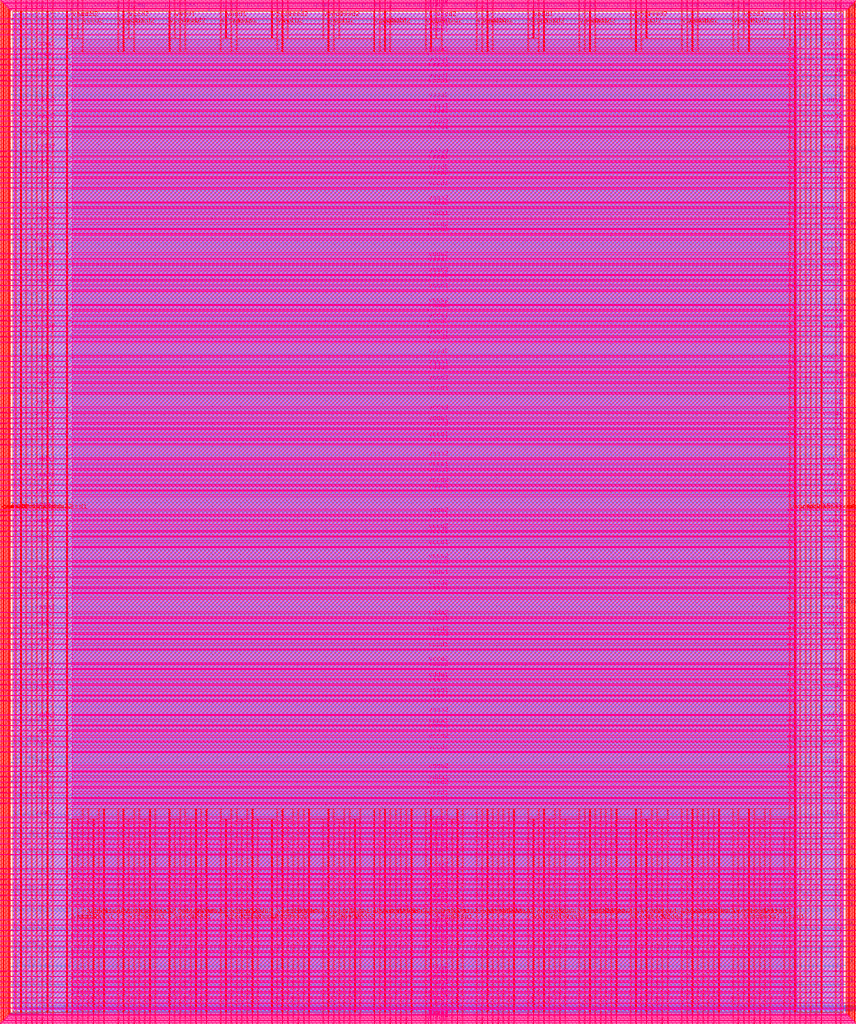
<source format=lef>
VERSION 5.7 ;
  NOWIREEXTENSIONATPIN ON ;
  DIVIDERCHAR "/" ;
  BUSBITCHARS "[]" ;
MACRO user_project_wrapper
  CLASS BLOCK ;
  FOREIGN user_project_wrapper ;
  ORIGIN 0.000 0.000 ;
  SIZE 2920.000 BY 3520.000 ;
  PIN analog_io[0]
    DIRECTION INOUT ;
    USE SIGNAL ;
    PORT
      LAYER met3 ;
        RECT 2917.600 1426.380 2924.800 1427.580 ;
    END
  END analog_io[0]
  PIN analog_io[10]
    DIRECTION INOUT ;
    USE SIGNAL ;
    PORT
      LAYER met2 ;
        RECT 2230.490 3517.600 2231.050 3524.800 ;
    END
  END analog_io[10]
  PIN analog_io[11]
    DIRECTION INOUT ;
    USE SIGNAL ;
    PORT
      LAYER met2 ;
        RECT 1905.730 3517.600 1906.290 3524.800 ;
    END
  END analog_io[11]
  PIN analog_io[12]
    DIRECTION INOUT ;
    USE SIGNAL ;
    PORT
      LAYER met2 ;
        RECT 1581.430 3517.600 1581.990 3524.800 ;
    END
  END analog_io[12]
  PIN analog_io[13]
    DIRECTION INOUT ;
    USE SIGNAL ;
    PORT
      LAYER met2 ;
        RECT 1257.130 3517.600 1257.690 3524.800 ;
    END
  END analog_io[13]
  PIN analog_io[14]
    DIRECTION INOUT ;
    USE SIGNAL ;
    PORT
      LAYER met2 ;
        RECT 932.370 3517.600 932.930 3524.800 ;
    END
  END analog_io[14]
  PIN analog_io[15]
    DIRECTION INOUT ;
    USE SIGNAL ;
    PORT
      LAYER met2 ;
        RECT 608.070 3517.600 608.630 3524.800 ;
    END
  END analog_io[15]
  PIN analog_io[16]
    DIRECTION INOUT ;
    USE SIGNAL ;
    PORT
      LAYER met2 ;
        RECT 283.770 3517.600 284.330 3524.800 ;
    END
  END analog_io[16]
  PIN analog_io[17]
    DIRECTION INOUT ;
    USE SIGNAL ;
    PORT
      LAYER met3 ;
        RECT -4.800 3486.100 2.400 3487.300 ;
    END
  END analog_io[17]
  PIN analog_io[18]
    DIRECTION INOUT ;
    USE SIGNAL ;
    PORT
      LAYER met3 ;
        RECT -4.800 3224.980 2.400 3226.180 ;
    END
  END analog_io[18]
  PIN analog_io[19]
    DIRECTION INOUT ;
    USE SIGNAL ;
    PORT
      LAYER met3 ;
        RECT -4.800 2964.540 2.400 2965.740 ;
    END
  END analog_io[19]
  PIN analog_io[1]
    DIRECTION INOUT ;
    USE SIGNAL ;
    PORT
      LAYER met3 ;
        RECT 2917.600 1692.260 2924.800 1693.460 ;
    END
  END analog_io[1]
  PIN analog_io[20]
    DIRECTION INOUT ;
    USE SIGNAL ;
    PORT
      LAYER met3 ;
        RECT -4.800 2703.420 2.400 2704.620 ;
    END
  END analog_io[20]
  PIN analog_io[21]
    DIRECTION INOUT ;
    USE SIGNAL ;
    PORT
      LAYER met3 ;
        RECT -4.800 2442.980 2.400 2444.180 ;
    END
  END analog_io[21]
  PIN analog_io[22]
    DIRECTION INOUT ;
    USE SIGNAL ;
    PORT
      LAYER met3 ;
        RECT -4.800 2182.540 2.400 2183.740 ;
    END
  END analog_io[22]
  PIN analog_io[23]
    DIRECTION INOUT ;
    USE SIGNAL ;
    PORT
      LAYER met3 ;
        RECT -4.800 1921.420 2.400 1922.620 ;
    END
  END analog_io[23]
  PIN analog_io[24]
    DIRECTION INOUT ;
    USE SIGNAL ;
    PORT
      LAYER met3 ;
        RECT -4.800 1660.980 2.400 1662.180 ;
    END
  END analog_io[24]
  PIN analog_io[25]
    DIRECTION INOUT ;
    USE SIGNAL ;
    PORT
      LAYER met3 ;
        RECT -4.800 1399.860 2.400 1401.060 ;
    END
  END analog_io[25]
  PIN analog_io[26]
    DIRECTION INOUT ;
    USE SIGNAL ;
    PORT
      LAYER met3 ;
        RECT -4.800 1139.420 2.400 1140.620 ;
    END
  END analog_io[26]
  PIN analog_io[27]
    DIRECTION INOUT ;
    USE SIGNAL ;
    PORT
      LAYER met3 ;
        RECT -4.800 878.980 2.400 880.180 ;
    END
  END analog_io[27]
  PIN analog_io[28]
    DIRECTION INOUT ;
    USE SIGNAL ;
    PORT
      LAYER met3 ;
        RECT -4.800 617.860 2.400 619.060 ;
    END
  END analog_io[28]
  PIN analog_io[2]
    DIRECTION INOUT ;
    USE SIGNAL ;
    PORT
      LAYER met3 ;
        RECT 2917.600 1958.140 2924.800 1959.340 ;
    END
  END analog_io[2]
  PIN analog_io[3]
    DIRECTION INOUT ;
    USE SIGNAL ;
    PORT
      LAYER met3 ;
        RECT 2917.600 2223.340 2924.800 2224.540 ;
    END
  END analog_io[3]
  PIN analog_io[4]
    DIRECTION INOUT ;
    USE SIGNAL ;
    PORT
      LAYER met3 ;
        RECT 2917.600 2489.220 2924.800 2490.420 ;
    END
  END analog_io[4]
  PIN analog_io[5]
    DIRECTION INOUT ;
    USE SIGNAL ;
    PORT
      LAYER met3 ;
        RECT 2917.600 2755.100 2924.800 2756.300 ;
    END
  END analog_io[5]
  PIN analog_io[6]
    DIRECTION INOUT ;
    USE SIGNAL ;
    PORT
      LAYER met3 ;
        RECT 2917.600 3020.300 2924.800 3021.500 ;
    END
  END analog_io[6]
  PIN analog_io[7]
    DIRECTION INOUT ;
    USE SIGNAL ;
    PORT
      LAYER met3 ;
        RECT 2917.600 3286.180 2924.800 3287.380 ;
    END
  END analog_io[7]
  PIN analog_io[8]
    DIRECTION INOUT ;
    USE SIGNAL ;
    PORT
      LAYER met2 ;
        RECT 2879.090 3517.600 2879.650 3524.800 ;
    END
  END analog_io[8]
  PIN analog_io[9]
    DIRECTION INOUT ;
    USE SIGNAL ;
    PORT
      LAYER met2 ;
        RECT 2554.790 3517.600 2555.350 3524.800 ;
    END
  END analog_io[9]
  PIN io_in[0]
    DIRECTION INPUT ;
    USE SIGNAL ;
    ANTENNAGATEAREA 0.631200 ;
    ANTENNADIFFAREA 0.434700 ;
    PORT
      LAYER met3 ;
        RECT 2917.600 32.380 2924.800 33.580 ;
    END
  END io_in[0]
  PIN io_in[10]
    DIRECTION INPUT ;
    USE SIGNAL ;
    ANTENNAGATEAREA 0.682200 ;
    ANTENNADIFFAREA 0.434700 ;
    PORT
      LAYER met3 ;
        RECT 2917.600 2289.980 2924.800 2291.180 ;
    END
  END io_in[10]
  PIN io_in[11]
    DIRECTION INPUT ;
    USE SIGNAL ;
    ANTENNAGATEAREA 0.631200 ;
    ANTENNADIFFAREA 0.434700 ;
    PORT
      LAYER met3 ;
        RECT 2917.600 2555.860 2924.800 2557.060 ;
    END
  END io_in[11]
  PIN io_in[12]
    DIRECTION INPUT ;
    USE SIGNAL ;
    ANTENNAGATEAREA 0.631200 ;
    ANTENNADIFFAREA 0.434700 ;
    PORT
      LAYER met3 ;
        RECT 2917.600 2821.060 2924.800 2822.260 ;
    END
  END io_in[12]
  PIN io_in[13]
    DIRECTION INPUT ;
    USE SIGNAL ;
    ANTENNAGATEAREA 0.560700 ;
    ANTENNADIFFAREA 0.434700 ;
    PORT
      LAYER met3 ;
        RECT 2917.600 3086.940 2924.800 3088.140 ;
    END
  END io_in[13]
  PIN io_in[14]
    DIRECTION INPUT ;
    USE SIGNAL ;
    PORT
      LAYER met3 ;
        RECT 2917.600 3352.820 2924.800 3354.020 ;
    END
  END io_in[14]
  PIN io_in[15]
    DIRECTION INPUT ;
    USE SIGNAL ;
    ANTENNAGATEAREA 0.647700 ;
    ANTENNADIFFAREA 0.434700 ;
    PORT
      LAYER met2 ;
        RECT 2798.130 3517.600 2798.690 3524.800 ;
    END
  END io_in[15]
  PIN io_in[16]
    DIRECTION INPUT ;
    USE SIGNAL ;
    ANTENNAGATEAREA 0.647700 ;
    ANTENNADIFFAREA 0.434700 ;
    PORT
      LAYER met2 ;
        RECT 2473.830 3517.600 2474.390 3524.800 ;
    END
  END io_in[16]
  PIN io_in[17]
    DIRECTION INPUT ;
    USE SIGNAL ;
    ANTENNAGATEAREA 0.631200 ;
    ANTENNADIFFAREA 0.434700 ;
    PORT
      LAYER met2 ;
        RECT 2149.070 3517.600 2149.630 3524.800 ;
    END
  END io_in[17]
  PIN io_in[18]
    DIRECTION INPUT ;
    USE SIGNAL ;
    ANTENNAGATEAREA 0.631200 ;
    ANTENNADIFFAREA 0.434700 ;
    PORT
      LAYER met2 ;
        RECT 1824.770 3517.600 1825.330 3524.800 ;
    END
  END io_in[18]
  PIN io_in[19]
    DIRECTION INPUT ;
    USE SIGNAL ;
    ANTENNAGATEAREA 0.647700 ;
    ANTENNADIFFAREA 0.434700 ;
    PORT
      LAYER met2 ;
        RECT 1500.470 3517.600 1501.030 3524.800 ;
    END
  END io_in[19]
  PIN io_in[1]
    DIRECTION INPUT ;
    USE SIGNAL ;
    ANTENNAGATEAREA 0.929700 ;
    ANTENNADIFFAREA 0.434700 ;
    PORT
      LAYER met3 ;
        RECT 2917.600 230.940 2924.800 232.140 ;
    END
  END io_in[1]
  PIN io_in[20]
    DIRECTION INPUT ;
    USE SIGNAL ;
    ANTENNAGATEAREA 0.560700 ;
    ANTENNADIFFAREA 0.434700 ;
    PORT
      LAYER met2 ;
        RECT 1175.710 3517.600 1176.270 3524.800 ;
    END
  END io_in[20]
  PIN io_in[21]
    DIRECTION INPUT ;
    USE SIGNAL ;
    ANTENNAGATEAREA 0.631200 ;
    ANTENNADIFFAREA 0.434700 ;
    PORT
      LAYER met2 ;
        RECT 851.410 3517.600 851.970 3524.800 ;
    END
  END io_in[21]
  PIN io_in[22]
    DIRECTION INPUT ;
    USE SIGNAL ;
    ANTENNAGATEAREA 0.631200 ;
    ANTENNADIFFAREA 0.434700 ;
    PORT
      LAYER met2 ;
        RECT 527.110 3517.600 527.670 3524.800 ;
    END
  END io_in[22]
  PIN io_in[23]
    DIRECTION INPUT ;
    USE SIGNAL ;
    PORT
      LAYER met2 ;
        RECT 202.350 3517.600 202.910 3524.800 ;
    END
  END io_in[23]
  PIN io_in[24]
    DIRECTION INPUT ;
    USE SIGNAL ;
    ANTENNAGATEAREA 0.593700 ;
    ANTENNADIFFAREA 0.434700 ;
    PORT
      LAYER met3 ;
        RECT -4.800 3420.820 2.400 3422.020 ;
    END
  END io_in[24]
  PIN io_in[25]
    DIRECTION INPUT ;
    USE SIGNAL ;
    ANTENNAGATEAREA 0.647700 ;
    ANTENNADIFFAREA 0.434700 ;
    PORT
      LAYER met3 ;
        RECT -4.800 3159.700 2.400 3160.900 ;
    END
  END io_in[25]
  PIN io_in[26]
    DIRECTION INPUT ;
    USE SIGNAL ;
    ANTENNAGATEAREA 0.560700 ;
    ANTENNADIFFAREA 0.434700 ;
    PORT
      LAYER met3 ;
        RECT -4.800 2899.260 2.400 2900.460 ;
    END
  END io_in[26]
  PIN io_in[27]
    DIRECTION INPUT ;
    USE SIGNAL ;
    ANTENNAGATEAREA 0.631200 ;
    ANTENNADIFFAREA 0.434700 ;
    PORT
      LAYER met3 ;
        RECT -4.800 2638.820 2.400 2640.020 ;
    END
  END io_in[27]
  PIN io_in[28]
    DIRECTION INPUT ;
    USE SIGNAL ;
    ANTENNAGATEAREA 0.593700 ;
    ANTENNADIFFAREA 0.434700 ;
    PORT
      LAYER met3 ;
        RECT -4.800 2377.700 2.400 2378.900 ;
    END
  END io_in[28]
  PIN io_in[29]
    DIRECTION INPUT ;
    USE SIGNAL ;
    ANTENNAGATEAREA 0.682200 ;
    ANTENNADIFFAREA 0.434700 ;
    PORT
      LAYER met3 ;
        RECT -4.800 2117.260 2.400 2118.460 ;
    END
  END io_in[29]
  PIN io_in[2]
    DIRECTION INPUT ;
    USE SIGNAL ;
    ANTENNAGATEAREA 0.631200 ;
    ANTENNADIFFAREA 0.434700 ;
    PORT
      LAYER met3 ;
        RECT 2917.600 430.180 2924.800 431.380 ;
    END
  END io_in[2]
  PIN io_in[30]
    DIRECTION INPUT ;
    USE SIGNAL ;
    ANTENNAGATEAREA 0.647700 ;
    ANTENNADIFFAREA 0.434700 ;
    PORT
      LAYER met3 ;
        RECT -4.800 1856.140 2.400 1857.340 ;
    END
  END io_in[30]
  PIN io_in[31]
    DIRECTION INPUT ;
    USE SIGNAL ;
    ANTENNAGATEAREA 0.560700 ;
    ANTENNADIFFAREA 0.434700 ;
    PORT
      LAYER met3 ;
        RECT -4.800 1595.700 2.400 1596.900 ;
    END
  END io_in[31]
  PIN io_in[32]
    DIRECTION INPUT ;
    USE SIGNAL ;
    ANTENNAGATEAREA 0.631200 ;
    ANTENNADIFFAREA 0.434700 ;
    PORT
      LAYER met3 ;
        RECT -4.800 1335.260 2.400 1336.460 ;
    END
  END io_in[32]
  PIN io_in[33]
    DIRECTION INPUT ;
    USE SIGNAL ;
    ANTENNAGATEAREA 0.593700 ;
    ANTENNADIFFAREA 0.434700 ;
    PORT
      LAYER met3 ;
        RECT -4.800 1074.140 2.400 1075.340 ;
    END
  END io_in[33]
  PIN io_in[34]
    DIRECTION INPUT ;
    USE SIGNAL ;
    ANTENNAGATEAREA 0.560700 ;
    ANTENNADIFFAREA 0.434700 ;
    PORT
      LAYER met3 ;
        RECT -4.800 813.700 2.400 814.900 ;
    END
  END io_in[34]
  PIN io_in[35]
    DIRECTION INPUT ;
    USE SIGNAL ;
    ANTENNAGATEAREA 0.196500 ;
    PORT
      LAYER met3 ;
        RECT -4.800 552.580 2.400 553.780 ;
    END
  END io_in[35]
  PIN io_in[36]
    DIRECTION INPUT ;
    USE SIGNAL ;
    ANTENNAGATEAREA 0.196500 ;
    PORT
      LAYER met3 ;
        RECT -4.800 357.420 2.400 358.620 ;
    END
  END io_in[36]
  PIN io_in[37]
    DIRECTION INPUT ;
    USE SIGNAL ;
    ANTENNAGATEAREA 1.177200 ;
    ANTENNADIFFAREA 0.434700 ;
    PORT
      LAYER met3 ;
        RECT -4.800 161.580 2.400 162.780 ;
    END
  END io_in[37]
  PIN io_in[3]
    DIRECTION INPUT ;
    USE SIGNAL ;
    ANTENNAGATEAREA 0.631200 ;
    ANTENNADIFFAREA 0.434700 ;
    PORT
      LAYER met3 ;
        RECT 2917.600 629.420 2924.800 630.620 ;
    END
  END io_in[3]
  PIN io_in[4]
    DIRECTION INPUT ;
    USE SIGNAL ;
    ANTENNAGATEAREA 0.560700 ;
    ANTENNADIFFAREA 0.434700 ;
    PORT
      LAYER met3 ;
        RECT 2917.600 828.660 2924.800 829.860 ;
    END
  END io_in[4]
  PIN io_in[5]
    DIRECTION INPUT ;
    USE SIGNAL ;
    ANTENNAGATEAREA 0.631200 ;
    ANTENNADIFFAREA 0.434700 ;
    PORT
      LAYER met3 ;
        RECT 2917.600 1027.900 2924.800 1029.100 ;
    END
  END io_in[5]
  PIN io_in[6]
    DIRECTION INPUT ;
    USE SIGNAL ;
    ANTENNAGATEAREA 0.631200 ;
    ANTENNADIFFAREA 0.434700 ;
    PORT
      LAYER met3 ;
        RECT 2917.600 1227.140 2924.800 1228.340 ;
    END
  END io_in[6]
  PIN io_in[7]
    DIRECTION INPUT ;
    USE SIGNAL ;
    ANTENNAGATEAREA 0.631200 ;
    ANTENNADIFFAREA 0.434700 ;
    PORT
      LAYER met3 ;
        RECT 2917.600 1493.020 2924.800 1494.220 ;
    END
  END io_in[7]
  PIN io_in[8]
    DIRECTION INPUT ;
    USE SIGNAL ;
    ANTENNAGATEAREA 0.631200 ;
    ANTENNADIFFAREA 0.434700 ;
    PORT
      LAYER met3 ;
        RECT 2917.600 1758.900 2924.800 1760.100 ;
    END
  END io_in[8]
  PIN io_in[9]
    DIRECTION INPUT ;
    USE SIGNAL ;
    ANTENNAGATEAREA 0.682200 ;
    ANTENNADIFFAREA 0.434700 ;
    PORT
      LAYER met3 ;
        RECT 2917.600 2024.100 2924.800 2025.300 ;
    END
  END io_in[9]
  PIN io_oeb[0]
    DIRECTION OUTPUT ;
    USE SIGNAL ;
    ANTENNADIFFAREA 2.673000 ;
    PORT
      LAYER met3 ;
        RECT 2917.600 164.980 2924.800 166.180 ;
    END
  END io_oeb[0]
  PIN io_oeb[10]
    DIRECTION OUTPUT ;
    USE SIGNAL ;
    PORT
      LAYER met3 ;
        RECT 2917.600 2422.580 2924.800 2423.780 ;
    END
  END io_oeb[10]
  PIN io_oeb[11]
    DIRECTION OUTPUT ;
    USE SIGNAL ;
    ANTENNADIFFAREA 2.673000 ;
    PORT
      LAYER met3 ;
        RECT 2917.600 2688.460 2924.800 2689.660 ;
    END
  END io_oeb[11]
  PIN io_oeb[12]
    DIRECTION OUTPUT ;
    USE SIGNAL ;
    ANTENNADIFFAREA 2.673000 ;
    PORT
      LAYER met3 ;
        RECT 2917.600 2954.340 2924.800 2955.540 ;
    END
  END io_oeb[12]
  PIN io_oeb[13]
    DIRECTION OUTPUT ;
    USE SIGNAL ;
    ANTENNADIFFAREA 2.673000 ;
    PORT
      LAYER met3 ;
        RECT 2917.600 3219.540 2924.800 3220.740 ;
    END
  END io_oeb[13]
  PIN io_oeb[14]
    DIRECTION OUTPUT ;
    USE SIGNAL ;
    PORT
      LAYER met3 ;
        RECT 2917.600 3485.420 2924.800 3486.620 ;
    END
  END io_oeb[14]
  PIN io_oeb[15]
    DIRECTION OUTPUT ;
    USE SIGNAL ;
    ANTENNADIFFAREA 2.673000 ;
    PORT
      LAYER met2 ;
        RECT 2635.750 3517.600 2636.310 3524.800 ;
    END
  END io_oeb[15]
  PIN io_oeb[16]
    DIRECTION OUTPUT ;
    USE SIGNAL ;
    ANTENNADIFFAREA 2.673000 ;
    PORT
      LAYER met2 ;
        RECT 2311.450 3517.600 2312.010 3524.800 ;
    END
  END io_oeb[16]
  PIN io_oeb[17]
    DIRECTION OUTPUT ;
    USE SIGNAL ;
    ANTENNADIFFAREA 2.673000 ;
    PORT
      LAYER met2 ;
        RECT 1987.150 3517.600 1987.710 3524.800 ;
    END
  END io_oeb[17]
  PIN io_oeb[18]
    DIRECTION OUTPUT ;
    USE SIGNAL ;
    ANTENNADIFFAREA 2.673000 ;
    PORT
      LAYER met2 ;
        RECT 1662.390 3517.600 1662.950 3524.800 ;
    END
  END io_oeb[18]
  PIN io_oeb[19]
    DIRECTION OUTPUT ;
    USE SIGNAL ;
    ANTENNADIFFAREA 2.673000 ;
    PORT
      LAYER met2 ;
        RECT 1338.090 3517.600 1338.650 3524.800 ;
    END
  END io_oeb[19]
  PIN io_oeb[1]
    DIRECTION OUTPUT ;
    USE SIGNAL ;
    PORT
      LAYER met3 ;
        RECT 2917.600 364.220 2924.800 365.420 ;
    END
  END io_oeb[1]
  PIN io_oeb[20]
    DIRECTION OUTPUT ;
    USE SIGNAL ;
    ANTENNADIFFAREA 2.673000 ;
    PORT
      LAYER met2 ;
        RECT 1013.790 3517.600 1014.350 3524.800 ;
    END
  END io_oeb[20]
  PIN io_oeb[21]
    DIRECTION OUTPUT ;
    USE SIGNAL ;
    ANTENNADIFFAREA 2.673000 ;
    PORT
      LAYER met2 ;
        RECT 689.030 3517.600 689.590 3524.800 ;
    END
  END io_oeb[21]
  PIN io_oeb[22]
    DIRECTION OUTPUT ;
    USE SIGNAL ;
    PORT
      LAYER met2 ;
        RECT 364.730 3517.600 365.290 3524.800 ;
    END
  END io_oeb[22]
  PIN io_oeb[23]
    DIRECTION OUTPUT ;
    USE SIGNAL ;
    PORT
      LAYER met2 ;
        RECT 40.430 3517.600 40.990 3524.800 ;
    END
  END io_oeb[23]
  PIN io_oeb[24]
    DIRECTION OUTPUT ;
    USE SIGNAL ;
    ANTENNADIFFAREA 2.673000 ;
    PORT
      LAYER met3 ;
        RECT -4.800 3290.260 2.400 3291.460 ;
    END
  END io_oeb[24]
  PIN io_oeb[25]
    DIRECTION OUTPUT ;
    USE SIGNAL ;
    ANTENNADIFFAREA 2.673000 ;
    PORT
      LAYER met3 ;
        RECT -4.800 3029.820 2.400 3031.020 ;
    END
  END io_oeb[25]
  PIN io_oeb[26]
    DIRECTION OUTPUT ;
    USE SIGNAL ;
    ANTENNADIFFAREA 2.673000 ;
    PORT
      LAYER met3 ;
        RECT -4.800 2768.700 2.400 2769.900 ;
    END
  END io_oeb[26]
  PIN io_oeb[27]
    DIRECTION OUTPUT ;
    USE SIGNAL ;
    ANTENNADIFFAREA 2.673000 ;
    PORT
      LAYER met3 ;
        RECT -4.800 2508.260 2.400 2509.460 ;
    END
  END io_oeb[27]
  PIN io_oeb[28]
    DIRECTION OUTPUT ;
    USE SIGNAL ;
    ANTENNADIFFAREA 2.673000 ;
    PORT
      LAYER met3 ;
        RECT -4.800 2247.140 2.400 2248.340 ;
    END
  END io_oeb[28]
  PIN io_oeb[29]
    DIRECTION OUTPUT ;
    USE SIGNAL ;
    PORT
      LAYER met3 ;
        RECT -4.800 1986.700 2.400 1987.900 ;
    END
  END io_oeb[29]
  PIN io_oeb[2]
    DIRECTION OUTPUT ;
    USE SIGNAL ;
    ANTENNADIFFAREA 2.673000 ;
    PORT
      LAYER met3 ;
        RECT 2917.600 563.460 2924.800 564.660 ;
    END
  END io_oeb[2]
  PIN io_oeb[30]
    DIRECTION OUTPUT ;
    USE SIGNAL ;
    ANTENNADIFFAREA 2.673000 ;
    PORT
      LAYER met3 ;
        RECT -4.800 1726.260 2.400 1727.460 ;
    END
  END io_oeb[30]
  PIN io_oeb[31]
    DIRECTION OUTPUT ;
    USE SIGNAL ;
    ANTENNADIFFAREA 2.673000 ;
    PORT
      LAYER met3 ;
        RECT -4.800 1465.140 2.400 1466.340 ;
    END
  END io_oeb[31]
  PIN io_oeb[32]
    DIRECTION OUTPUT ;
    USE SIGNAL ;
    ANTENNADIFFAREA 2.673000 ;
    PORT
      LAYER met3 ;
        RECT -4.800 1204.700 2.400 1205.900 ;
    END
  END io_oeb[32]
  PIN io_oeb[33]
    DIRECTION OUTPUT ;
    USE SIGNAL ;
    ANTENNADIFFAREA 2.673000 ;
    PORT
      LAYER met3 ;
        RECT -4.800 943.580 2.400 944.780 ;
    END
  END io_oeb[33]
  PIN io_oeb[34]
    DIRECTION OUTPUT ;
    USE SIGNAL ;
    PORT
      LAYER met3 ;
        RECT -4.800 683.140 2.400 684.340 ;
    END
  END io_oeb[34]
  PIN io_oeb[35]
    DIRECTION OUTPUT ;
    USE SIGNAL ;
    PORT
      LAYER met3 ;
        RECT -4.800 422.700 2.400 423.900 ;
    END
  END io_oeb[35]
  PIN io_oeb[36]
    DIRECTION OUTPUT ;
    USE SIGNAL ;
    PORT
      LAYER met3 ;
        RECT -4.800 226.860 2.400 228.060 ;
    END
  END io_oeb[36]
  PIN io_oeb[37]
    DIRECTION OUTPUT ;
    USE SIGNAL ;
    PORT
      LAYER met3 ;
        RECT -4.800 31.700 2.400 32.900 ;
    END
  END io_oeb[37]
  PIN io_oeb[3]
    DIRECTION OUTPUT ;
    USE SIGNAL ;
    ANTENNADIFFAREA 2.673000 ;
    PORT
      LAYER met3 ;
        RECT 2917.600 762.700 2924.800 763.900 ;
    END
  END io_oeb[3]
  PIN io_oeb[4]
    DIRECTION OUTPUT ;
    USE SIGNAL ;
    ANTENNADIFFAREA 2.673000 ;
    PORT
      LAYER met3 ;
        RECT 2917.600 961.940 2924.800 963.140 ;
    END
  END io_oeb[4]
  PIN io_oeb[5]
    DIRECTION OUTPUT ;
    USE SIGNAL ;
    ANTENNADIFFAREA 2.673000 ;
    PORT
      LAYER met3 ;
        RECT 2917.600 1161.180 2924.800 1162.380 ;
    END
  END io_oeb[5]
  PIN io_oeb[6]
    DIRECTION OUTPUT ;
    USE SIGNAL ;
    ANTENNADIFFAREA 2.673000 ;
    PORT
      LAYER met3 ;
        RECT 2917.600 1360.420 2924.800 1361.620 ;
    END
  END io_oeb[6]
  PIN io_oeb[7]
    DIRECTION OUTPUT ;
    USE SIGNAL ;
    ANTENNADIFFAREA 2.673000 ;
    PORT
      LAYER met3 ;
        RECT 2917.600 1625.620 2924.800 1626.820 ;
    END
  END io_oeb[7]
  PIN io_oeb[8]
    DIRECTION OUTPUT ;
    USE SIGNAL ;
    ANTENNADIFFAREA 2.673000 ;
    PORT
      LAYER met3 ;
        RECT 2917.600 1891.500 2924.800 1892.700 ;
    END
  END io_oeb[8]
  PIN io_oeb[9]
    DIRECTION OUTPUT ;
    USE SIGNAL ;
    PORT
      LAYER met3 ;
        RECT 2917.600 2157.380 2924.800 2158.580 ;
    END
  END io_oeb[9]
  PIN io_out[0]
    DIRECTION OUTPUT ;
    USE SIGNAL ;
    ANTENNADIFFAREA 2.673000 ;
    PORT
      LAYER met3 ;
        RECT 2917.600 98.340 2924.800 99.540 ;
    END
  END io_out[0]
  PIN io_out[10]
    DIRECTION OUTPUT ;
    USE SIGNAL ;
    PORT
      LAYER met3 ;
        RECT 2917.600 2356.620 2924.800 2357.820 ;
    END
  END io_out[10]
  PIN io_out[11]
    DIRECTION OUTPUT ;
    USE SIGNAL ;
    ANTENNADIFFAREA 2.673000 ;
    PORT
      LAYER met3 ;
        RECT 2917.600 2621.820 2924.800 2623.020 ;
    END
  END io_out[11]
  PIN io_out[12]
    DIRECTION OUTPUT ;
    USE SIGNAL ;
    ANTENNADIFFAREA 2.673000 ;
    PORT
      LAYER met3 ;
        RECT 2917.600 2887.700 2924.800 2888.900 ;
    END
  END io_out[12]
  PIN io_out[13]
    DIRECTION OUTPUT ;
    USE SIGNAL ;
    ANTENNADIFFAREA 2.673000 ;
    PORT
      LAYER met3 ;
        RECT 2917.600 3153.580 2924.800 3154.780 ;
    END
  END io_out[13]
  PIN io_out[14]
    DIRECTION OUTPUT ;
    USE SIGNAL ;
    ANTENNADIFFAREA 2.673000 ;
    PORT
      LAYER met3 ;
        RECT 2917.600 3418.780 2924.800 3419.980 ;
    END
  END io_out[14]
  PIN io_out[15]
    DIRECTION OUTPUT ;
    USE SIGNAL ;
    ANTENNADIFFAREA 2.673000 ;
    PORT
      LAYER met2 ;
        RECT 2717.170 3517.600 2717.730 3524.800 ;
    END
  END io_out[15]
  PIN io_out[16]
    DIRECTION OUTPUT ;
    USE SIGNAL ;
    ANTENNADIFFAREA 2.673000 ;
    PORT
      LAYER met2 ;
        RECT 2392.410 3517.600 2392.970 3524.800 ;
    END
  END io_out[16]
  PIN io_out[17]
    DIRECTION OUTPUT ;
    USE SIGNAL ;
    ANTENNADIFFAREA 2.673000 ;
    PORT
      LAYER met2 ;
        RECT 2068.110 3517.600 2068.670 3524.800 ;
    END
  END io_out[17]
  PIN io_out[18]
    DIRECTION OUTPUT ;
    USE SIGNAL ;
    ANTENNADIFFAREA 2.673000 ;
    PORT
      LAYER met2 ;
        RECT 1743.810 3517.600 1744.370 3524.800 ;
    END
  END io_out[18]
  PIN io_out[19]
    DIRECTION OUTPUT ;
    USE SIGNAL ;
    ANTENNADIFFAREA 2.673000 ;
    PORT
      LAYER met2 ;
        RECT 1419.050 3517.600 1419.610 3524.800 ;
    END
  END io_out[19]
  PIN io_out[1]
    DIRECTION OUTPUT ;
    USE SIGNAL ;
    PORT
      LAYER met3 ;
        RECT 2917.600 297.580 2924.800 298.780 ;
    END
  END io_out[1]
  PIN io_out[20]
    DIRECTION OUTPUT ;
    USE SIGNAL ;
    ANTENNADIFFAREA 2.673000 ;
    PORT
      LAYER met2 ;
        RECT 1094.750 3517.600 1095.310 3524.800 ;
    END
  END io_out[20]
  PIN io_out[21]
    DIRECTION OUTPUT ;
    USE SIGNAL ;
    ANTENNADIFFAREA 2.673000 ;
    PORT
      LAYER met2 ;
        RECT 770.450 3517.600 771.010 3524.800 ;
    END
  END io_out[21]
  PIN io_out[22]
    DIRECTION OUTPUT ;
    USE SIGNAL ;
    PORT
      LAYER met2 ;
        RECT 445.690 3517.600 446.250 3524.800 ;
    END
  END io_out[22]
  PIN io_out[23]
    DIRECTION OUTPUT ;
    USE SIGNAL ;
    ANTENNADIFFAREA 2.673000 ;
    PORT
      LAYER met2 ;
        RECT 121.390 3517.600 121.950 3524.800 ;
    END
  END io_out[23]
  PIN io_out[24]
    DIRECTION OUTPUT ;
    USE SIGNAL ;
    ANTENNADIFFAREA 2.673000 ;
    PORT
      LAYER met3 ;
        RECT -4.800 3355.540 2.400 3356.740 ;
    END
  END io_out[24]
  PIN io_out[25]
    DIRECTION OUTPUT ;
    USE SIGNAL ;
    ANTENNADIFFAREA 2.673000 ;
    PORT
      LAYER met3 ;
        RECT -4.800 3095.100 2.400 3096.300 ;
    END
  END io_out[25]
  PIN io_out[26]
    DIRECTION OUTPUT ;
    USE SIGNAL ;
    ANTENNADIFFAREA 2.673000 ;
    PORT
      LAYER met3 ;
        RECT -4.800 2833.980 2.400 2835.180 ;
    END
  END io_out[26]
  PIN io_out[27]
    DIRECTION OUTPUT ;
    USE SIGNAL ;
    ANTENNADIFFAREA 2.673000 ;
    PORT
      LAYER met3 ;
        RECT -4.800 2573.540 2.400 2574.740 ;
    END
  END io_out[27]
  PIN io_out[28]
    DIRECTION OUTPUT ;
    USE SIGNAL ;
    ANTENNADIFFAREA 2.673000 ;
    PORT
      LAYER met3 ;
        RECT -4.800 2312.420 2.400 2313.620 ;
    END
  END io_out[28]
  PIN io_out[29]
    DIRECTION OUTPUT ;
    USE SIGNAL ;
    PORT
      LAYER met3 ;
        RECT -4.800 2051.980 2.400 2053.180 ;
    END
  END io_out[29]
  PIN io_out[2]
    DIRECTION OUTPUT ;
    USE SIGNAL ;
    ANTENNADIFFAREA 2.673000 ;
    PORT
      LAYER met3 ;
        RECT 2917.600 496.820 2924.800 498.020 ;
    END
  END io_out[2]
  PIN io_out[30]
    DIRECTION OUTPUT ;
    USE SIGNAL ;
    ANTENNADIFFAREA 2.673000 ;
    PORT
      LAYER met3 ;
        RECT -4.800 1791.540 2.400 1792.740 ;
    END
  END io_out[30]
  PIN io_out[31]
    DIRECTION OUTPUT ;
    USE SIGNAL ;
    ANTENNADIFFAREA 2.673000 ;
    PORT
      LAYER met3 ;
        RECT -4.800 1530.420 2.400 1531.620 ;
    END
  END io_out[31]
  PIN io_out[32]
    DIRECTION OUTPUT ;
    USE SIGNAL ;
    ANTENNADIFFAREA 2.673000 ;
    PORT
      LAYER met3 ;
        RECT -4.800 1269.980 2.400 1271.180 ;
    END
  END io_out[32]
  PIN io_out[33]
    DIRECTION OUTPUT ;
    USE SIGNAL ;
    ANTENNADIFFAREA 2.673000 ;
    PORT
      LAYER met3 ;
        RECT -4.800 1008.860 2.400 1010.060 ;
    END
  END io_out[33]
  PIN io_out[34]
    DIRECTION OUTPUT ;
    USE SIGNAL ;
    PORT
      LAYER met3 ;
        RECT -4.800 748.420 2.400 749.620 ;
    END
  END io_out[34]
  PIN io_out[35]
    DIRECTION OUTPUT ;
    USE SIGNAL ;
    PORT
      LAYER met3 ;
        RECT -4.800 487.300 2.400 488.500 ;
    END
  END io_out[35]
  PIN io_out[36]
    DIRECTION OUTPUT ;
    USE SIGNAL ;
    PORT
      LAYER met3 ;
        RECT -4.800 292.140 2.400 293.340 ;
    END
  END io_out[36]
  PIN io_out[37]
    DIRECTION OUTPUT ;
    USE SIGNAL ;
    PORT
      LAYER met3 ;
        RECT -4.800 96.300 2.400 97.500 ;
    END
  END io_out[37]
  PIN io_out[3]
    DIRECTION OUTPUT ;
    USE SIGNAL ;
    ANTENNADIFFAREA 2.673000 ;
    PORT
      LAYER met3 ;
        RECT 2917.600 696.060 2924.800 697.260 ;
    END
  END io_out[3]
  PIN io_out[4]
    DIRECTION OUTPUT ;
    USE SIGNAL ;
    ANTENNADIFFAREA 2.673000 ;
    PORT
      LAYER met3 ;
        RECT 2917.600 895.300 2924.800 896.500 ;
    END
  END io_out[4]
  PIN io_out[5]
    DIRECTION OUTPUT ;
    USE SIGNAL ;
    ANTENNADIFFAREA 2.673000 ;
    PORT
      LAYER met3 ;
        RECT 2917.600 1094.540 2924.800 1095.740 ;
    END
  END io_out[5]
  PIN io_out[6]
    DIRECTION OUTPUT ;
    USE SIGNAL ;
    ANTENNADIFFAREA 2.673000 ;
    PORT
      LAYER met3 ;
        RECT 2917.600 1293.780 2924.800 1294.980 ;
    END
  END io_out[6]
  PIN io_out[7]
    DIRECTION OUTPUT ;
    USE SIGNAL ;
    ANTENNADIFFAREA 2.673000 ;
    PORT
      LAYER met3 ;
        RECT 2917.600 1559.660 2924.800 1560.860 ;
    END
  END io_out[7]
  PIN io_out[8]
    DIRECTION OUTPUT ;
    USE SIGNAL ;
    ANTENNADIFFAREA 2.673000 ;
    PORT
      LAYER met3 ;
        RECT 2917.600 1824.860 2924.800 1826.060 ;
    END
  END io_out[8]
  PIN io_out[9]
    DIRECTION OUTPUT ;
    USE SIGNAL ;
    PORT
      LAYER met3 ;
        RECT 2917.600 2090.740 2924.800 2091.940 ;
    END
  END io_out[9]
  PIN la_data_in[0]
    DIRECTION INPUT ;
    USE SIGNAL ;
    PORT
      LAYER met2 ;
        RECT 629.230 -4.800 629.790 2.400 ;
    END
  END la_data_in[0]
  PIN la_data_in[100]
    DIRECTION INPUT ;
    USE SIGNAL ;
    ANTENNAGATEAREA 0.647700 ;
    ANTENNADIFFAREA 0.434700 ;
    PORT
      LAYER met2 ;
        RECT 2402.530 -4.800 2403.090 2.400 ;
    END
  END la_data_in[100]
  PIN la_data_in[101]
    DIRECTION INPUT ;
    USE SIGNAL ;
    ANTENNAGATEAREA 0.560700 ;
    ANTENNADIFFAREA 0.434700 ;
    PORT
      LAYER met2 ;
        RECT 2420.010 -4.800 2420.570 2.400 ;
    END
  END la_data_in[101]
  PIN la_data_in[102]
    DIRECTION INPUT ;
    USE SIGNAL ;
    ANTENNAGATEAREA 0.631200 ;
    ANTENNADIFFAREA 0.434700 ;
    PORT
      LAYER met2 ;
        RECT 2437.950 -4.800 2438.510 2.400 ;
    END
  END la_data_in[102]
  PIN la_data_in[103]
    DIRECTION INPUT ;
    USE SIGNAL ;
    ANTENNAGATEAREA 0.593700 ;
    ANTENNADIFFAREA 0.434700 ;
    PORT
      LAYER met2 ;
        RECT 2455.430 -4.800 2455.990 2.400 ;
    END
  END la_data_in[103]
  PIN la_data_in[104]
    DIRECTION INPUT ;
    USE SIGNAL ;
    ANTENNAGATEAREA 0.647700 ;
    ANTENNADIFFAREA 0.434700 ;
    PORT
      LAYER met2 ;
        RECT 2473.370 -4.800 2473.930 2.400 ;
    END
  END la_data_in[104]
  PIN la_data_in[105]
    DIRECTION INPUT ;
    USE SIGNAL ;
    ANTENNAGATEAREA 0.560700 ;
    ANTENNADIFFAREA 0.434700 ;
    PORT
      LAYER met2 ;
        RECT 2490.850 -4.800 2491.410 2.400 ;
    END
  END la_data_in[105]
  PIN la_data_in[106]
    DIRECTION INPUT ;
    USE SIGNAL ;
    ANTENNAGATEAREA 0.631200 ;
    ANTENNADIFFAREA 0.434700 ;
    PORT
      LAYER met2 ;
        RECT 2508.790 -4.800 2509.350 2.400 ;
    END
  END la_data_in[106]
  PIN la_data_in[107]
    DIRECTION INPUT ;
    USE SIGNAL ;
    ANTENNAGATEAREA 0.647700 ;
    ANTENNADIFFAREA 0.434700 ;
    PORT
      LAYER met2 ;
        RECT 2526.730 -4.800 2527.290 2.400 ;
    END
  END la_data_in[107]
  PIN la_data_in[108]
    DIRECTION INPUT ;
    USE SIGNAL ;
    ANTENNAGATEAREA 0.647700 ;
    ANTENNADIFFAREA 0.434700 ;
    PORT
      LAYER met2 ;
        RECT 2544.210 -4.800 2544.770 2.400 ;
    END
  END la_data_in[108]
  PIN la_data_in[109]
    DIRECTION INPUT ;
    USE SIGNAL ;
    ANTENNAGATEAREA 0.560700 ;
    ANTENNADIFFAREA 0.434700 ;
    PORT
      LAYER met2 ;
        RECT 2562.150 -4.800 2562.710 2.400 ;
    END
  END la_data_in[109]
  PIN la_data_in[10]
    DIRECTION INPUT ;
    USE SIGNAL ;
    PORT
      LAYER met2 ;
        RECT 806.330 -4.800 806.890 2.400 ;
    END
  END la_data_in[10]
  PIN la_data_in[110]
    DIRECTION INPUT ;
    USE SIGNAL ;
    ANTENNAGATEAREA 0.631200 ;
    ANTENNADIFFAREA 0.434700 ;
    PORT
      LAYER met2 ;
        RECT 2579.630 -4.800 2580.190 2.400 ;
    END
  END la_data_in[110]
  PIN la_data_in[111]
    DIRECTION INPUT ;
    USE SIGNAL ;
    ANTENNAGATEAREA 0.647700 ;
    ANTENNADIFFAREA 0.434700 ;
    PORT
      LAYER met2 ;
        RECT 2597.570 -4.800 2598.130 2.400 ;
    END
  END la_data_in[111]
  PIN la_data_in[112]
    DIRECTION INPUT ;
    USE SIGNAL ;
    ANTENNAGATEAREA 0.593700 ;
    ANTENNADIFFAREA 0.434700 ;
    PORT
      LAYER met2 ;
        RECT 2615.050 -4.800 2615.610 2.400 ;
    END
  END la_data_in[112]
  PIN la_data_in[113]
    DIRECTION INPUT ;
    USE SIGNAL ;
    ANTENNAGATEAREA 0.593700 ;
    ANTENNADIFFAREA 0.434700 ;
    PORT
      LAYER met2 ;
        RECT 2632.990 -4.800 2633.550 2.400 ;
    END
  END la_data_in[113]
  PIN la_data_in[114]
    DIRECTION INPUT ;
    USE SIGNAL ;
    ANTENNAGATEAREA 0.647700 ;
    ANTENNADIFFAREA 0.434700 ;
    PORT
      LAYER met2 ;
        RECT 2650.470 -4.800 2651.030 2.400 ;
    END
  END la_data_in[114]
  PIN la_data_in[115]
    DIRECTION INPUT ;
    USE SIGNAL ;
    ANTENNAGATEAREA 0.593700 ;
    ANTENNADIFFAREA 0.434700 ;
    PORT
      LAYER met2 ;
        RECT 2668.410 -4.800 2668.970 2.400 ;
    END
  END la_data_in[115]
  PIN la_data_in[116]
    DIRECTION INPUT ;
    USE SIGNAL ;
    ANTENNAGATEAREA 0.593700 ;
    ANTENNADIFFAREA 0.434700 ;
    PORT
      LAYER met2 ;
        RECT 2685.890 -4.800 2686.450 2.400 ;
    END
  END la_data_in[116]
  PIN la_data_in[117]
    DIRECTION INPUT ;
    USE SIGNAL ;
    ANTENNAGATEAREA 0.647700 ;
    ANTENNADIFFAREA 0.434700 ;
    PORT
      LAYER met2 ;
        RECT 2703.830 -4.800 2704.390 2.400 ;
    END
  END la_data_in[117]
  PIN la_data_in[118]
    DIRECTION INPUT ;
    USE SIGNAL ;
    ANTENNAGATEAREA 0.560700 ;
    ANTENNADIFFAREA 0.434700 ;
    PORT
      LAYER met2 ;
        RECT 2721.770 -4.800 2722.330 2.400 ;
    END
  END la_data_in[118]
  PIN la_data_in[119]
    DIRECTION INPUT ;
    USE SIGNAL ;
    ANTENNAGATEAREA 0.593700 ;
    ANTENNADIFFAREA 0.434700 ;
    PORT
      LAYER met2 ;
        RECT 2739.250 -4.800 2739.810 2.400 ;
    END
  END la_data_in[119]
  PIN la_data_in[11]
    DIRECTION INPUT ;
    USE SIGNAL ;
    PORT
      LAYER met2 ;
        RECT 824.270 -4.800 824.830 2.400 ;
    END
  END la_data_in[11]
  PIN la_data_in[120]
    DIRECTION INPUT ;
    USE SIGNAL ;
    ANTENNAGATEAREA 0.647700 ;
    ANTENNADIFFAREA 0.434700 ;
    PORT
      LAYER met2 ;
        RECT 2757.190 -4.800 2757.750 2.400 ;
    END
  END la_data_in[120]
  PIN la_data_in[121]
    DIRECTION INPUT ;
    USE SIGNAL ;
    ANTENNAGATEAREA 0.560700 ;
    ANTENNADIFFAREA 0.434700 ;
    PORT
      LAYER met2 ;
        RECT 2774.670 -4.800 2775.230 2.400 ;
    END
  END la_data_in[121]
  PIN la_data_in[122]
    DIRECTION INPUT ;
    USE SIGNAL ;
    ANTENNAGATEAREA 0.631200 ;
    ANTENNADIFFAREA 0.434700 ;
    PORT
      LAYER met2 ;
        RECT 2792.610 -4.800 2793.170 2.400 ;
    END
  END la_data_in[122]
  PIN la_data_in[123]
    DIRECTION INPUT ;
    USE SIGNAL ;
    ANTENNAGATEAREA 0.647700 ;
    ANTENNADIFFAREA 0.434700 ;
    PORT
      LAYER met2 ;
        RECT 2810.090 -4.800 2810.650 2.400 ;
    END
  END la_data_in[123]
  PIN la_data_in[124]
    DIRECTION INPUT ;
    USE SIGNAL ;
    ANTENNAGATEAREA 0.647700 ;
    ANTENNADIFFAREA 0.434700 ;
    PORT
      LAYER met2 ;
        RECT 2828.030 -4.800 2828.590 2.400 ;
    END
  END la_data_in[124]
  PIN la_data_in[125]
    DIRECTION INPUT ;
    USE SIGNAL ;
    ANTENNAGATEAREA 0.631200 ;
    ANTENNADIFFAREA 0.434700 ;
    PORT
      LAYER met2 ;
        RECT 2845.510 -4.800 2846.070 2.400 ;
    END
  END la_data_in[125]
  PIN la_data_in[126]
    DIRECTION INPUT ;
    USE SIGNAL ;
    ANTENNAGATEAREA 0.631200 ;
    ANTENNADIFFAREA 0.434700 ;
    PORT
      LAYER met2 ;
        RECT 2863.450 -4.800 2864.010 2.400 ;
    END
  END la_data_in[126]
  PIN la_data_in[127]
    DIRECTION INPUT ;
    USE SIGNAL ;
    ANTENNAGATEAREA 0.647700 ;
    ANTENNADIFFAREA 0.434700 ;
    PORT
      LAYER met2 ;
        RECT 2881.390 -4.800 2881.950 2.400 ;
    END
  END la_data_in[127]
  PIN la_data_in[12]
    DIRECTION INPUT ;
    USE SIGNAL ;
    PORT
      LAYER met2 ;
        RECT 841.750 -4.800 842.310 2.400 ;
    END
  END la_data_in[12]
  PIN la_data_in[13]
    DIRECTION INPUT ;
    USE SIGNAL ;
    PORT
      LAYER met2 ;
        RECT 859.690 -4.800 860.250 2.400 ;
    END
  END la_data_in[13]
  PIN la_data_in[14]
    DIRECTION INPUT ;
    USE SIGNAL ;
    PORT
      LAYER met2 ;
        RECT 877.170 -4.800 877.730 2.400 ;
    END
  END la_data_in[14]
  PIN la_data_in[15]
    DIRECTION INPUT ;
    USE SIGNAL ;
    PORT
      LAYER met2 ;
        RECT 895.110 -4.800 895.670 2.400 ;
    END
  END la_data_in[15]
  PIN la_data_in[16]
    DIRECTION INPUT ;
    USE SIGNAL ;
    PORT
      LAYER met2 ;
        RECT 912.590 -4.800 913.150 2.400 ;
    END
  END la_data_in[16]
  PIN la_data_in[17]
    DIRECTION INPUT ;
    USE SIGNAL ;
    PORT
      LAYER met2 ;
        RECT 930.530 -4.800 931.090 2.400 ;
    END
  END la_data_in[17]
  PIN la_data_in[18]
    DIRECTION INPUT ;
    USE SIGNAL ;
    PORT
      LAYER met2 ;
        RECT 948.470 -4.800 949.030 2.400 ;
    END
  END la_data_in[18]
  PIN la_data_in[19]
    DIRECTION INPUT ;
    USE SIGNAL ;
    PORT
      LAYER met2 ;
        RECT 965.950 -4.800 966.510 2.400 ;
    END
  END la_data_in[19]
  PIN la_data_in[1]
    DIRECTION INPUT ;
    USE SIGNAL ;
    PORT
      LAYER met2 ;
        RECT 646.710 -4.800 647.270 2.400 ;
    END
  END la_data_in[1]
  PIN la_data_in[20]
    DIRECTION INPUT ;
    USE SIGNAL ;
    PORT
      LAYER met2 ;
        RECT 983.890 -4.800 984.450 2.400 ;
    END
  END la_data_in[20]
  PIN la_data_in[21]
    DIRECTION INPUT ;
    USE SIGNAL ;
    PORT
      LAYER met2 ;
        RECT 1001.370 -4.800 1001.930 2.400 ;
    END
  END la_data_in[21]
  PIN la_data_in[22]
    DIRECTION INPUT ;
    USE SIGNAL ;
    PORT
      LAYER met2 ;
        RECT 1019.310 -4.800 1019.870 2.400 ;
    END
  END la_data_in[22]
  PIN la_data_in[23]
    DIRECTION INPUT ;
    USE SIGNAL ;
    PORT
      LAYER met2 ;
        RECT 1036.790 -4.800 1037.350 2.400 ;
    END
  END la_data_in[23]
  PIN la_data_in[24]
    DIRECTION INPUT ;
    USE SIGNAL ;
    PORT
      LAYER met2 ;
        RECT 1054.730 -4.800 1055.290 2.400 ;
    END
  END la_data_in[24]
  PIN la_data_in[25]
    DIRECTION INPUT ;
    USE SIGNAL ;
    PORT
      LAYER met2 ;
        RECT 1072.210 -4.800 1072.770 2.400 ;
    END
  END la_data_in[25]
  PIN la_data_in[26]
    DIRECTION INPUT ;
    USE SIGNAL ;
    PORT
      LAYER met2 ;
        RECT 1090.150 -4.800 1090.710 2.400 ;
    END
  END la_data_in[26]
  PIN la_data_in[27]
    DIRECTION INPUT ;
    USE SIGNAL ;
    PORT
      LAYER met2 ;
        RECT 1107.630 -4.800 1108.190 2.400 ;
    END
  END la_data_in[27]
  PIN la_data_in[28]
    DIRECTION INPUT ;
    USE SIGNAL ;
    PORT
      LAYER met2 ;
        RECT 1125.570 -4.800 1126.130 2.400 ;
    END
  END la_data_in[28]
  PIN la_data_in[29]
    DIRECTION INPUT ;
    USE SIGNAL ;
    PORT
      LAYER met2 ;
        RECT 1143.510 -4.800 1144.070 2.400 ;
    END
  END la_data_in[29]
  PIN la_data_in[2]
    DIRECTION INPUT ;
    USE SIGNAL ;
    PORT
      LAYER met2 ;
        RECT 664.650 -4.800 665.210 2.400 ;
    END
  END la_data_in[2]
  PIN la_data_in[30]
    DIRECTION INPUT ;
    USE SIGNAL ;
    PORT
      LAYER met2 ;
        RECT 1160.990 -4.800 1161.550 2.400 ;
    END
  END la_data_in[30]
  PIN la_data_in[31]
    DIRECTION INPUT ;
    USE SIGNAL ;
    PORT
      LAYER met2 ;
        RECT 1178.930 -4.800 1179.490 2.400 ;
    END
  END la_data_in[31]
  PIN la_data_in[32]
    DIRECTION INPUT ;
    USE SIGNAL ;
    PORT
      LAYER met2 ;
        RECT 1196.410 -4.800 1196.970 2.400 ;
    END
  END la_data_in[32]
  PIN la_data_in[33]
    DIRECTION INPUT ;
    USE SIGNAL ;
    PORT
      LAYER met2 ;
        RECT 1214.350 -4.800 1214.910 2.400 ;
    END
  END la_data_in[33]
  PIN la_data_in[34]
    DIRECTION INPUT ;
    USE SIGNAL ;
    PORT
      LAYER met2 ;
        RECT 1231.830 -4.800 1232.390 2.400 ;
    END
  END la_data_in[34]
  PIN la_data_in[35]
    DIRECTION INPUT ;
    USE SIGNAL ;
    PORT
      LAYER met2 ;
        RECT 1249.770 -4.800 1250.330 2.400 ;
    END
  END la_data_in[35]
  PIN la_data_in[36]
    DIRECTION INPUT ;
    USE SIGNAL ;
    PORT
      LAYER met2 ;
        RECT 1267.250 -4.800 1267.810 2.400 ;
    END
  END la_data_in[36]
  PIN la_data_in[37]
    DIRECTION INPUT ;
    USE SIGNAL ;
    PORT
      LAYER met2 ;
        RECT 1285.190 -4.800 1285.750 2.400 ;
    END
  END la_data_in[37]
  PIN la_data_in[38]
    DIRECTION INPUT ;
    USE SIGNAL ;
    PORT
      LAYER met2 ;
        RECT 1303.130 -4.800 1303.690 2.400 ;
    END
  END la_data_in[38]
  PIN la_data_in[39]
    DIRECTION INPUT ;
    USE SIGNAL ;
    PORT
      LAYER met2 ;
        RECT 1320.610 -4.800 1321.170 2.400 ;
    END
  END la_data_in[39]
  PIN la_data_in[3]
    DIRECTION INPUT ;
    USE SIGNAL ;
    PORT
      LAYER met2 ;
        RECT 682.130 -4.800 682.690 2.400 ;
    END
  END la_data_in[3]
  PIN la_data_in[40]
    DIRECTION INPUT ;
    USE SIGNAL ;
    PORT
      LAYER met2 ;
        RECT 1338.550 -4.800 1339.110 2.400 ;
    END
  END la_data_in[40]
  PIN la_data_in[41]
    DIRECTION INPUT ;
    USE SIGNAL ;
    PORT
      LAYER met2 ;
        RECT 1356.030 -4.800 1356.590 2.400 ;
    END
  END la_data_in[41]
  PIN la_data_in[42]
    DIRECTION INPUT ;
    USE SIGNAL ;
    PORT
      LAYER met2 ;
        RECT 1373.970 -4.800 1374.530 2.400 ;
    END
  END la_data_in[42]
  PIN la_data_in[43]
    DIRECTION INPUT ;
    USE SIGNAL ;
    PORT
      LAYER met2 ;
        RECT 1391.450 -4.800 1392.010 2.400 ;
    END
  END la_data_in[43]
  PIN la_data_in[44]
    DIRECTION INPUT ;
    USE SIGNAL ;
    PORT
      LAYER met2 ;
        RECT 1409.390 -4.800 1409.950 2.400 ;
    END
  END la_data_in[44]
  PIN la_data_in[45]
    DIRECTION INPUT ;
    USE SIGNAL ;
    PORT
      LAYER met2 ;
        RECT 1426.870 -4.800 1427.430 2.400 ;
    END
  END la_data_in[45]
  PIN la_data_in[46]
    DIRECTION INPUT ;
    USE SIGNAL ;
    PORT
      LAYER met2 ;
        RECT 1444.810 -4.800 1445.370 2.400 ;
    END
  END la_data_in[46]
  PIN la_data_in[47]
    DIRECTION INPUT ;
    USE SIGNAL ;
    PORT
      LAYER met2 ;
        RECT 1462.750 -4.800 1463.310 2.400 ;
    END
  END la_data_in[47]
  PIN la_data_in[48]
    DIRECTION INPUT ;
    USE SIGNAL ;
    PORT
      LAYER met2 ;
        RECT 1480.230 -4.800 1480.790 2.400 ;
    END
  END la_data_in[48]
  PIN la_data_in[49]
    DIRECTION INPUT ;
    USE SIGNAL ;
    PORT
      LAYER met2 ;
        RECT 1498.170 -4.800 1498.730 2.400 ;
    END
  END la_data_in[49]
  PIN la_data_in[4]
    DIRECTION INPUT ;
    USE SIGNAL ;
    PORT
      LAYER met2 ;
        RECT 700.070 -4.800 700.630 2.400 ;
    END
  END la_data_in[4]
  PIN la_data_in[50]
    DIRECTION INPUT ;
    USE SIGNAL ;
    PORT
      LAYER met2 ;
        RECT 1515.650 -4.800 1516.210 2.400 ;
    END
  END la_data_in[50]
  PIN la_data_in[51]
    DIRECTION INPUT ;
    USE SIGNAL ;
    PORT
      LAYER met2 ;
        RECT 1533.590 -4.800 1534.150 2.400 ;
    END
  END la_data_in[51]
  PIN la_data_in[52]
    DIRECTION INPUT ;
    USE SIGNAL ;
    PORT
      LAYER met2 ;
        RECT 1551.070 -4.800 1551.630 2.400 ;
    END
  END la_data_in[52]
  PIN la_data_in[53]
    DIRECTION INPUT ;
    USE SIGNAL ;
    PORT
      LAYER met2 ;
        RECT 1569.010 -4.800 1569.570 2.400 ;
    END
  END la_data_in[53]
  PIN la_data_in[54]
    DIRECTION INPUT ;
    USE SIGNAL ;
    PORT
      LAYER met2 ;
        RECT 1586.490 -4.800 1587.050 2.400 ;
    END
  END la_data_in[54]
  PIN la_data_in[55]
    DIRECTION INPUT ;
    USE SIGNAL ;
    PORT
      LAYER met2 ;
        RECT 1604.430 -4.800 1604.990 2.400 ;
    END
  END la_data_in[55]
  PIN la_data_in[56]
    DIRECTION INPUT ;
    USE SIGNAL ;
    ANTENNAGATEAREA 0.647700 ;
    ANTENNADIFFAREA 0.434700 ;
    PORT
      LAYER met2 ;
        RECT 1621.910 -4.800 1622.470 2.400 ;
    END
  END la_data_in[56]
  PIN la_data_in[57]
    DIRECTION INPUT ;
    USE SIGNAL ;
    ANTENNAGATEAREA 0.560700 ;
    ANTENNADIFFAREA 0.434700 ;
    PORT
      LAYER met2 ;
        RECT 1639.850 -4.800 1640.410 2.400 ;
    END
  END la_data_in[57]
  PIN la_data_in[58]
    DIRECTION INPUT ;
    USE SIGNAL ;
    ANTENNAGATEAREA 0.631200 ;
    ANTENNADIFFAREA 0.434700 ;
    PORT
      LAYER met2 ;
        RECT 1657.790 -4.800 1658.350 2.400 ;
    END
  END la_data_in[58]
  PIN la_data_in[59]
    DIRECTION INPUT ;
    USE SIGNAL ;
    ANTENNAGATEAREA 0.593700 ;
    ANTENNADIFFAREA 0.434700 ;
    PORT
      LAYER met2 ;
        RECT 1675.270 -4.800 1675.830 2.400 ;
    END
  END la_data_in[59]
  PIN la_data_in[5]
    DIRECTION INPUT ;
    USE SIGNAL ;
    PORT
      LAYER met2 ;
        RECT 717.550 -4.800 718.110 2.400 ;
    END
  END la_data_in[5]
  PIN la_data_in[60]
    DIRECTION INPUT ;
    USE SIGNAL ;
    ANTENNAGATEAREA 0.647700 ;
    ANTENNADIFFAREA 0.434700 ;
    PORT
      LAYER met2 ;
        RECT 1693.210 -4.800 1693.770 2.400 ;
    END
  END la_data_in[60]
  PIN la_data_in[61]
    DIRECTION INPUT ;
    USE SIGNAL ;
    ANTENNAGATEAREA 0.647700 ;
    ANTENNADIFFAREA 0.434700 ;
    PORT
      LAYER met2 ;
        RECT 1710.690 -4.800 1711.250 2.400 ;
    END
  END la_data_in[61]
  PIN la_data_in[62]
    DIRECTION INPUT ;
    USE SIGNAL ;
    ANTENNAGATEAREA 0.631200 ;
    ANTENNADIFFAREA 0.434700 ;
    PORT
      LAYER met2 ;
        RECT 1728.630 -4.800 1729.190 2.400 ;
    END
  END la_data_in[62]
  PIN la_data_in[63]
    DIRECTION INPUT ;
    USE SIGNAL ;
    ANTENNAGATEAREA 0.593700 ;
    ANTENNADIFFAREA 0.434700 ;
    PORT
      LAYER met2 ;
        RECT 1746.110 -4.800 1746.670 2.400 ;
    END
  END la_data_in[63]
  PIN la_data_in[64]
    DIRECTION INPUT ;
    USE SIGNAL ;
    ANTENNAGATEAREA 0.593700 ;
    ANTENNADIFFAREA 0.434700 ;
    PORT
      LAYER met2 ;
        RECT 1764.050 -4.800 1764.610 2.400 ;
    END
  END la_data_in[64]
  PIN la_data_in[65]
    DIRECTION INPUT ;
    USE SIGNAL ;
    ANTENNAGATEAREA 0.647700 ;
    ANTENNADIFFAREA 0.434700 ;
    PORT
      LAYER met2 ;
        RECT 1781.530 -4.800 1782.090 2.400 ;
    END
  END la_data_in[65]
  PIN la_data_in[66]
    DIRECTION INPUT ;
    USE SIGNAL ;
    ANTENNAGATEAREA 0.560700 ;
    ANTENNADIFFAREA 0.434700 ;
    PORT
      LAYER met2 ;
        RECT 1799.470 -4.800 1800.030 2.400 ;
    END
  END la_data_in[66]
  PIN la_data_in[67]
    DIRECTION INPUT ;
    USE SIGNAL ;
    ANTENNAGATEAREA 0.593700 ;
    ANTENNADIFFAREA 0.434700 ;
    PORT
      LAYER met2 ;
        RECT 1817.410 -4.800 1817.970 2.400 ;
    END
  END la_data_in[67]
  PIN la_data_in[68]
    DIRECTION INPUT ;
    USE SIGNAL ;
    ANTENNAGATEAREA 0.593700 ;
    ANTENNADIFFAREA 0.434700 ;
    PORT
      LAYER met2 ;
        RECT 1834.890 -4.800 1835.450 2.400 ;
    END
  END la_data_in[68]
  PIN la_data_in[69]
    DIRECTION INPUT ;
    USE SIGNAL ;
    ANTENNAGATEAREA 0.647700 ;
    ANTENNADIFFAREA 0.434700 ;
    PORT
      LAYER met2 ;
        RECT 1852.830 -4.800 1853.390 2.400 ;
    END
  END la_data_in[69]
  PIN la_data_in[6]
    DIRECTION INPUT ;
    USE SIGNAL ;
    PORT
      LAYER met2 ;
        RECT 735.490 -4.800 736.050 2.400 ;
    END
  END la_data_in[6]
  PIN la_data_in[70]
    DIRECTION INPUT ;
    USE SIGNAL ;
    ANTENNAGATEAREA 0.560700 ;
    ANTENNADIFFAREA 0.434700 ;
    PORT
      LAYER met2 ;
        RECT 1870.310 -4.800 1870.870 2.400 ;
    END
  END la_data_in[70]
  PIN la_data_in[71]
    DIRECTION INPUT ;
    USE SIGNAL ;
    ANTENNAGATEAREA 0.647700 ;
    ANTENNADIFFAREA 0.434700 ;
    PORT
      LAYER met2 ;
        RECT 1888.250 -4.800 1888.810 2.400 ;
    END
  END la_data_in[71]
  PIN la_data_in[72]
    DIRECTION INPUT ;
    USE SIGNAL ;
    ANTENNAGATEAREA 0.593700 ;
    ANTENNADIFFAREA 0.434700 ;
    PORT
      LAYER met2 ;
        RECT 1905.730 -4.800 1906.290 2.400 ;
    END
  END la_data_in[72]
  PIN la_data_in[73]
    DIRECTION INPUT ;
    USE SIGNAL ;
    ANTENNAGATEAREA 0.647700 ;
    ANTENNADIFFAREA 0.434700 ;
    PORT
      LAYER met2 ;
        RECT 1923.670 -4.800 1924.230 2.400 ;
    END
  END la_data_in[73]
  PIN la_data_in[74]
    DIRECTION INPUT ;
    USE SIGNAL ;
    ANTENNAGATEAREA 0.560700 ;
    ANTENNADIFFAREA 0.434700 ;
    PORT
      LAYER met2 ;
        RECT 1941.150 -4.800 1941.710 2.400 ;
    END
  END la_data_in[74]
  PIN la_data_in[75]
    DIRECTION INPUT ;
    USE SIGNAL ;
    ANTENNAGATEAREA 0.647700 ;
    ANTENNADIFFAREA 0.434700 ;
    PORT
      LAYER met2 ;
        RECT 1959.090 -4.800 1959.650 2.400 ;
    END
  END la_data_in[75]
  PIN la_data_in[76]
    DIRECTION INPUT ;
    USE SIGNAL ;
    ANTENNAGATEAREA 0.593700 ;
    ANTENNADIFFAREA 0.434700 ;
    PORT
      LAYER met2 ;
        RECT 1976.570 -4.800 1977.130 2.400 ;
    END
  END la_data_in[76]
  PIN la_data_in[77]
    DIRECTION INPUT ;
    USE SIGNAL ;
    ANTENNAGATEAREA 0.593700 ;
    ANTENNADIFFAREA 0.434700 ;
    PORT
      LAYER met2 ;
        RECT 1994.510 -4.800 1995.070 2.400 ;
    END
  END la_data_in[77]
  PIN la_data_in[78]
    DIRECTION INPUT ;
    USE SIGNAL ;
    ANTENNAGATEAREA 0.647700 ;
    ANTENNADIFFAREA 0.434700 ;
    PORT
      LAYER met2 ;
        RECT 2012.450 -4.800 2013.010 2.400 ;
    END
  END la_data_in[78]
  PIN la_data_in[79]
    DIRECTION INPUT ;
    USE SIGNAL ;
    ANTENNAGATEAREA 0.647700 ;
    ANTENNADIFFAREA 0.434700 ;
    PORT
      LAYER met2 ;
        RECT 2029.930 -4.800 2030.490 2.400 ;
    END
  END la_data_in[79]
  PIN la_data_in[7]
    DIRECTION INPUT ;
    USE SIGNAL ;
    PORT
      LAYER met2 ;
        RECT 752.970 -4.800 753.530 2.400 ;
    END
  END la_data_in[7]
  PIN la_data_in[80]
    DIRECTION INPUT ;
    USE SIGNAL ;
    ANTENNAGATEAREA 0.560700 ;
    ANTENNADIFFAREA 0.434700 ;
    PORT
      LAYER met2 ;
        RECT 2047.870 -4.800 2048.430 2.400 ;
    END
  END la_data_in[80]
  PIN la_data_in[81]
    DIRECTION INPUT ;
    USE SIGNAL ;
    ANTENNAGATEAREA 0.631200 ;
    ANTENNADIFFAREA 0.434700 ;
    PORT
      LAYER met2 ;
        RECT 2065.350 -4.800 2065.910 2.400 ;
    END
  END la_data_in[81]
  PIN la_data_in[82]
    DIRECTION INPUT ;
    USE SIGNAL ;
    ANTENNAGATEAREA 0.631200 ;
    ANTENNADIFFAREA 0.434700 ;
    PORT
      LAYER met2 ;
        RECT 2083.290 -4.800 2083.850 2.400 ;
    END
  END la_data_in[82]
  PIN la_data_in[83]
    DIRECTION INPUT ;
    USE SIGNAL ;
    ANTENNAGATEAREA 0.593700 ;
    ANTENNADIFFAREA 0.434700 ;
    PORT
      LAYER met2 ;
        RECT 2100.770 -4.800 2101.330 2.400 ;
    END
  END la_data_in[83]
  PIN la_data_in[84]
    DIRECTION INPUT ;
    USE SIGNAL ;
    ANTENNAGATEAREA 0.593700 ;
    ANTENNADIFFAREA 0.434700 ;
    PORT
      LAYER met2 ;
        RECT 2118.710 -4.800 2119.270 2.400 ;
    END
  END la_data_in[84]
  PIN la_data_in[85]
    DIRECTION INPUT ;
    USE SIGNAL ;
    ANTENNAGATEAREA 0.647700 ;
    ANTENNADIFFAREA 0.434700 ;
    PORT
      LAYER met2 ;
        RECT 2136.190 -4.800 2136.750 2.400 ;
    END
  END la_data_in[85]
  PIN la_data_in[86]
    DIRECTION INPUT ;
    USE SIGNAL ;
    ANTENNAGATEAREA 0.560700 ;
    ANTENNADIFFAREA 0.434700 ;
    PORT
      LAYER met2 ;
        RECT 2154.130 -4.800 2154.690 2.400 ;
    END
  END la_data_in[86]
  PIN la_data_in[87]
    DIRECTION INPUT ;
    USE SIGNAL ;
    ANTENNAGATEAREA 0.593700 ;
    ANTENNADIFFAREA 0.434700 ;
    PORT
      LAYER met2 ;
        RECT 2172.070 -4.800 2172.630 2.400 ;
    END
  END la_data_in[87]
  PIN la_data_in[88]
    DIRECTION INPUT ;
    USE SIGNAL ;
    ANTENNAGATEAREA 0.593700 ;
    ANTENNADIFFAREA 0.434700 ;
    PORT
      LAYER met2 ;
        RECT 2189.550 -4.800 2190.110 2.400 ;
    END
  END la_data_in[88]
  PIN la_data_in[89]
    DIRECTION INPUT ;
    USE SIGNAL ;
    ANTENNAGATEAREA 0.647700 ;
    ANTENNADIFFAREA 0.434700 ;
    PORT
      LAYER met2 ;
        RECT 2207.490 -4.800 2208.050 2.400 ;
    END
  END la_data_in[89]
  PIN la_data_in[8]
    DIRECTION INPUT ;
    USE SIGNAL ;
    PORT
      LAYER met2 ;
        RECT 770.910 -4.800 771.470 2.400 ;
    END
  END la_data_in[8]
  PIN la_data_in[90]
    DIRECTION INPUT ;
    USE SIGNAL ;
    ANTENNAGATEAREA 0.560700 ;
    ANTENNADIFFAREA 0.434700 ;
    PORT
      LAYER met2 ;
        RECT 2224.970 -4.800 2225.530 2.400 ;
    END
  END la_data_in[90]
  PIN la_data_in[91]
    DIRECTION INPUT ;
    USE SIGNAL ;
    ANTENNAGATEAREA 0.593700 ;
    ANTENNADIFFAREA 0.434700 ;
    PORT
      LAYER met2 ;
        RECT 2242.910 -4.800 2243.470 2.400 ;
    END
  END la_data_in[91]
  PIN la_data_in[92]
    DIRECTION INPUT ;
    USE SIGNAL ;
    ANTENNAGATEAREA 0.593700 ;
    ANTENNADIFFAREA 0.434700 ;
    PORT
      LAYER met2 ;
        RECT 2260.390 -4.800 2260.950 2.400 ;
    END
  END la_data_in[92]
  PIN la_data_in[93]
    DIRECTION INPUT ;
    USE SIGNAL ;
    ANTENNAGATEAREA 0.647700 ;
    ANTENNADIFFAREA 0.434700 ;
    PORT
      LAYER met2 ;
        RECT 2278.330 -4.800 2278.890 2.400 ;
    END
  END la_data_in[93]
  PIN la_data_in[94]
    DIRECTION INPUT ;
    USE SIGNAL ;
    ANTENNAGATEAREA 0.560700 ;
    ANTENNADIFFAREA 0.434700 ;
    PORT
      LAYER met2 ;
        RECT 2295.810 -4.800 2296.370 2.400 ;
    END
  END la_data_in[94]
  PIN la_data_in[95]
    DIRECTION INPUT ;
    USE SIGNAL ;
    ANTENNAGATEAREA 0.593700 ;
    ANTENNADIFFAREA 0.434700 ;
    PORT
      LAYER met2 ;
        RECT 2313.750 -4.800 2314.310 2.400 ;
    END
  END la_data_in[95]
  PIN la_data_in[96]
    DIRECTION INPUT ;
    USE SIGNAL ;
    ANTENNAGATEAREA 0.647700 ;
    ANTENNADIFFAREA 0.434700 ;
    PORT
      LAYER met2 ;
        RECT 2331.230 -4.800 2331.790 2.400 ;
    END
  END la_data_in[96]
  PIN la_data_in[97]
    DIRECTION INPUT ;
    USE SIGNAL ;
    ANTENNAGATEAREA 0.647700 ;
    ANTENNADIFFAREA 0.434700 ;
    PORT
      LAYER met2 ;
        RECT 2349.170 -4.800 2349.730 2.400 ;
    END
  END la_data_in[97]
  PIN la_data_in[98]
    DIRECTION INPUT ;
    USE SIGNAL ;
    ANTENNAGATEAREA 0.560700 ;
    ANTENNADIFFAREA 0.434700 ;
    PORT
      LAYER met2 ;
        RECT 2367.110 -4.800 2367.670 2.400 ;
    END
  END la_data_in[98]
  PIN la_data_in[99]
    DIRECTION INPUT ;
    USE SIGNAL ;
    ANTENNAGATEAREA 0.593700 ;
    ANTENNADIFFAREA 0.434700 ;
    PORT
      LAYER met2 ;
        RECT 2384.590 -4.800 2385.150 2.400 ;
    END
  END la_data_in[99]
  PIN la_data_in[9]
    DIRECTION INPUT ;
    USE SIGNAL ;
    PORT
      LAYER met2 ;
        RECT 788.850 -4.800 789.410 2.400 ;
    END
  END la_data_in[9]
  PIN la_data_out[0]
    DIRECTION OUTPUT ;
    USE SIGNAL ;
    PORT
      LAYER met2 ;
        RECT 634.750 -4.800 635.310 2.400 ;
    END
  END la_data_out[0]
  PIN la_data_out[100]
    DIRECTION OUTPUT ;
    USE SIGNAL ;
    ANTENNADIFFAREA 2.673000 ;
    PORT
      LAYER met2 ;
        RECT 2408.510 -4.800 2409.070 2.400 ;
    END
  END la_data_out[100]
  PIN la_data_out[101]
    DIRECTION OUTPUT ;
    USE SIGNAL ;
    ANTENNADIFFAREA 2.673000 ;
    PORT
      LAYER met2 ;
        RECT 2425.990 -4.800 2426.550 2.400 ;
    END
  END la_data_out[101]
  PIN la_data_out[102]
    DIRECTION OUTPUT ;
    USE SIGNAL ;
    ANTENNADIFFAREA 2.673000 ;
    PORT
      LAYER met2 ;
        RECT 2443.930 -4.800 2444.490 2.400 ;
    END
  END la_data_out[102]
  PIN la_data_out[103]
    DIRECTION OUTPUT ;
    USE SIGNAL ;
    ANTENNADIFFAREA 2.673000 ;
    PORT
      LAYER met2 ;
        RECT 2461.410 -4.800 2461.970 2.400 ;
    END
  END la_data_out[103]
  PIN la_data_out[104]
    DIRECTION OUTPUT ;
    USE SIGNAL ;
    ANTENNADIFFAREA 2.673000 ;
    PORT
      LAYER met2 ;
        RECT 2479.350 -4.800 2479.910 2.400 ;
    END
  END la_data_out[104]
  PIN la_data_out[105]
    DIRECTION OUTPUT ;
    USE SIGNAL ;
    ANTENNADIFFAREA 2.673000 ;
    PORT
      LAYER met2 ;
        RECT 2496.830 -4.800 2497.390 2.400 ;
    END
  END la_data_out[105]
  PIN la_data_out[106]
    DIRECTION OUTPUT ;
    USE SIGNAL ;
    ANTENNADIFFAREA 2.673000 ;
    PORT
      LAYER met2 ;
        RECT 2514.770 -4.800 2515.330 2.400 ;
    END
  END la_data_out[106]
  PIN la_data_out[107]
    DIRECTION OUTPUT ;
    USE SIGNAL ;
    ANTENNADIFFAREA 2.673000 ;
    PORT
      LAYER met2 ;
        RECT 2532.250 -4.800 2532.810 2.400 ;
    END
  END la_data_out[107]
  PIN la_data_out[108]
    DIRECTION OUTPUT ;
    USE SIGNAL ;
    ANTENNADIFFAREA 2.673000 ;
    PORT
      LAYER met2 ;
        RECT 2550.190 -4.800 2550.750 2.400 ;
    END
  END la_data_out[108]
  PIN la_data_out[109]
    DIRECTION OUTPUT ;
    USE SIGNAL ;
    ANTENNADIFFAREA 2.673000 ;
    PORT
      LAYER met2 ;
        RECT 2567.670 -4.800 2568.230 2.400 ;
    END
  END la_data_out[109]
  PIN la_data_out[10]
    DIRECTION OUTPUT ;
    USE SIGNAL ;
    PORT
      LAYER met2 ;
        RECT 812.310 -4.800 812.870 2.400 ;
    END
  END la_data_out[10]
  PIN la_data_out[110]
    DIRECTION OUTPUT ;
    USE SIGNAL ;
    ANTENNADIFFAREA 2.673000 ;
    PORT
      LAYER met2 ;
        RECT 2585.610 -4.800 2586.170 2.400 ;
    END
  END la_data_out[110]
  PIN la_data_out[111]
    DIRECTION OUTPUT ;
    USE SIGNAL ;
    ANTENNADIFFAREA 2.673000 ;
    PORT
      LAYER met2 ;
        RECT 2603.550 -4.800 2604.110 2.400 ;
    END
  END la_data_out[111]
  PIN la_data_out[112]
    DIRECTION OUTPUT ;
    USE SIGNAL ;
    ANTENNADIFFAREA 2.673000 ;
    PORT
      LAYER met2 ;
        RECT 2621.030 -4.800 2621.590 2.400 ;
    END
  END la_data_out[112]
  PIN la_data_out[113]
    DIRECTION OUTPUT ;
    USE SIGNAL ;
    ANTENNADIFFAREA 2.673000 ;
    PORT
      LAYER met2 ;
        RECT 2638.970 -4.800 2639.530 2.400 ;
    END
  END la_data_out[113]
  PIN la_data_out[114]
    DIRECTION OUTPUT ;
    USE SIGNAL ;
    ANTENNADIFFAREA 2.673000 ;
    PORT
      LAYER met2 ;
        RECT 2656.450 -4.800 2657.010 2.400 ;
    END
  END la_data_out[114]
  PIN la_data_out[115]
    DIRECTION OUTPUT ;
    USE SIGNAL ;
    ANTENNADIFFAREA 2.673000 ;
    PORT
      LAYER met2 ;
        RECT 2674.390 -4.800 2674.950 2.400 ;
    END
  END la_data_out[115]
  PIN la_data_out[116]
    DIRECTION OUTPUT ;
    USE SIGNAL ;
    ANTENNADIFFAREA 2.673000 ;
    PORT
      LAYER met2 ;
        RECT 2691.870 -4.800 2692.430 2.400 ;
    END
  END la_data_out[116]
  PIN la_data_out[117]
    DIRECTION OUTPUT ;
    USE SIGNAL ;
    ANTENNADIFFAREA 2.673000 ;
    PORT
      LAYER met2 ;
        RECT 2709.810 -4.800 2710.370 2.400 ;
    END
  END la_data_out[117]
  PIN la_data_out[118]
    DIRECTION OUTPUT ;
    USE SIGNAL ;
    ANTENNADIFFAREA 2.673000 ;
    PORT
      LAYER met2 ;
        RECT 2727.290 -4.800 2727.850 2.400 ;
    END
  END la_data_out[118]
  PIN la_data_out[119]
    DIRECTION OUTPUT ;
    USE SIGNAL ;
    ANTENNADIFFAREA 2.673000 ;
    PORT
      LAYER met2 ;
        RECT 2745.230 -4.800 2745.790 2.400 ;
    END
  END la_data_out[119]
  PIN la_data_out[11]
    DIRECTION OUTPUT ;
    USE SIGNAL ;
    PORT
      LAYER met2 ;
        RECT 830.250 -4.800 830.810 2.400 ;
    END
  END la_data_out[11]
  PIN la_data_out[120]
    DIRECTION OUTPUT ;
    USE SIGNAL ;
    ANTENNADIFFAREA 2.673000 ;
    PORT
      LAYER met2 ;
        RECT 2763.170 -4.800 2763.730 2.400 ;
    END
  END la_data_out[120]
  PIN la_data_out[121]
    DIRECTION OUTPUT ;
    USE SIGNAL ;
    ANTENNADIFFAREA 2.673000 ;
    PORT
      LAYER met2 ;
        RECT 2780.650 -4.800 2781.210 2.400 ;
    END
  END la_data_out[121]
  PIN la_data_out[122]
    DIRECTION OUTPUT ;
    USE SIGNAL ;
    ANTENNADIFFAREA 2.673000 ;
    PORT
      LAYER met2 ;
        RECT 2798.590 -4.800 2799.150 2.400 ;
    END
  END la_data_out[122]
  PIN la_data_out[123]
    DIRECTION OUTPUT ;
    USE SIGNAL ;
    ANTENNADIFFAREA 2.673000 ;
    PORT
      LAYER met2 ;
        RECT 2816.070 -4.800 2816.630 2.400 ;
    END
  END la_data_out[123]
  PIN la_data_out[124]
    DIRECTION OUTPUT ;
    USE SIGNAL ;
    ANTENNADIFFAREA 2.673000 ;
    PORT
      LAYER met2 ;
        RECT 2834.010 -4.800 2834.570 2.400 ;
    END
  END la_data_out[124]
  PIN la_data_out[125]
    DIRECTION OUTPUT ;
    USE SIGNAL ;
    ANTENNADIFFAREA 2.673000 ;
    PORT
      LAYER met2 ;
        RECT 2851.490 -4.800 2852.050 2.400 ;
    END
  END la_data_out[125]
  PIN la_data_out[126]
    DIRECTION OUTPUT ;
    USE SIGNAL ;
    ANTENNADIFFAREA 2.673000 ;
    PORT
      LAYER met2 ;
        RECT 2869.430 -4.800 2869.990 2.400 ;
    END
  END la_data_out[126]
  PIN la_data_out[127]
    DIRECTION OUTPUT ;
    USE SIGNAL ;
    ANTENNADIFFAREA 2.673000 ;
    PORT
      LAYER met2 ;
        RECT 2886.910 -4.800 2887.470 2.400 ;
    END
  END la_data_out[127]
  PIN la_data_out[12]
    DIRECTION OUTPUT ;
    USE SIGNAL ;
    PORT
      LAYER met2 ;
        RECT 847.730 -4.800 848.290 2.400 ;
    END
  END la_data_out[12]
  PIN la_data_out[13]
    DIRECTION OUTPUT ;
    USE SIGNAL ;
    PORT
      LAYER met2 ;
        RECT 865.670 -4.800 866.230 2.400 ;
    END
  END la_data_out[13]
  PIN la_data_out[14]
    DIRECTION OUTPUT ;
    USE SIGNAL ;
    PORT
      LAYER met2 ;
        RECT 883.150 -4.800 883.710 2.400 ;
    END
  END la_data_out[14]
  PIN la_data_out[15]
    DIRECTION OUTPUT ;
    USE SIGNAL ;
    PORT
      LAYER met2 ;
        RECT 901.090 -4.800 901.650 2.400 ;
    END
  END la_data_out[15]
  PIN la_data_out[16]
    DIRECTION OUTPUT ;
    USE SIGNAL ;
    PORT
      LAYER met2 ;
        RECT 918.570 -4.800 919.130 2.400 ;
    END
  END la_data_out[16]
  PIN la_data_out[17]
    DIRECTION OUTPUT ;
    USE SIGNAL ;
    PORT
      LAYER met2 ;
        RECT 936.510 -4.800 937.070 2.400 ;
    END
  END la_data_out[17]
  PIN la_data_out[18]
    DIRECTION OUTPUT ;
    USE SIGNAL ;
    PORT
      LAYER met2 ;
        RECT 953.990 -4.800 954.550 2.400 ;
    END
  END la_data_out[18]
  PIN la_data_out[19]
    DIRECTION OUTPUT ;
    USE SIGNAL ;
    PORT
      LAYER met2 ;
        RECT 971.930 -4.800 972.490 2.400 ;
    END
  END la_data_out[19]
  PIN la_data_out[1]
    DIRECTION OUTPUT ;
    USE SIGNAL ;
    PORT
      LAYER met2 ;
        RECT 652.690 -4.800 653.250 2.400 ;
    END
  END la_data_out[1]
  PIN la_data_out[20]
    DIRECTION OUTPUT ;
    USE SIGNAL ;
    PORT
      LAYER met2 ;
        RECT 989.410 -4.800 989.970 2.400 ;
    END
  END la_data_out[20]
  PIN la_data_out[21]
    DIRECTION OUTPUT ;
    USE SIGNAL ;
    PORT
      LAYER met2 ;
        RECT 1007.350 -4.800 1007.910 2.400 ;
    END
  END la_data_out[21]
  PIN la_data_out[22]
    DIRECTION OUTPUT ;
    USE SIGNAL ;
    PORT
      LAYER met2 ;
        RECT 1025.290 -4.800 1025.850 2.400 ;
    END
  END la_data_out[22]
  PIN la_data_out[23]
    DIRECTION OUTPUT ;
    USE SIGNAL ;
    PORT
      LAYER met2 ;
        RECT 1042.770 -4.800 1043.330 2.400 ;
    END
  END la_data_out[23]
  PIN la_data_out[24]
    DIRECTION OUTPUT ;
    USE SIGNAL ;
    PORT
      LAYER met2 ;
        RECT 1060.710 -4.800 1061.270 2.400 ;
    END
  END la_data_out[24]
  PIN la_data_out[25]
    DIRECTION OUTPUT ;
    USE SIGNAL ;
    PORT
      LAYER met2 ;
        RECT 1078.190 -4.800 1078.750 2.400 ;
    END
  END la_data_out[25]
  PIN la_data_out[26]
    DIRECTION OUTPUT ;
    USE SIGNAL ;
    PORT
      LAYER met2 ;
        RECT 1096.130 -4.800 1096.690 2.400 ;
    END
  END la_data_out[26]
  PIN la_data_out[27]
    DIRECTION OUTPUT ;
    USE SIGNAL ;
    PORT
      LAYER met2 ;
        RECT 1113.610 -4.800 1114.170 2.400 ;
    END
  END la_data_out[27]
  PIN la_data_out[28]
    DIRECTION OUTPUT ;
    USE SIGNAL ;
    PORT
      LAYER met2 ;
        RECT 1131.550 -4.800 1132.110 2.400 ;
    END
  END la_data_out[28]
  PIN la_data_out[29]
    DIRECTION OUTPUT ;
    USE SIGNAL ;
    PORT
      LAYER met2 ;
        RECT 1149.030 -4.800 1149.590 2.400 ;
    END
  END la_data_out[29]
  PIN la_data_out[2]
    DIRECTION OUTPUT ;
    USE SIGNAL ;
    PORT
      LAYER met2 ;
        RECT 670.630 -4.800 671.190 2.400 ;
    END
  END la_data_out[2]
  PIN la_data_out[30]
    DIRECTION OUTPUT ;
    USE SIGNAL ;
    PORT
      LAYER met2 ;
        RECT 1166.970 -4.800 1167.530 2.400 ;
    END
  END la_data_out[30]
  PIN la_data_out[31]
    DIRECTION OUTPUT ;
    USE SIGNAL ;
    PORT
      LAYER met2 ;
        RECT 1184.910 -4.800 1185.470 2.400 ;
    END
  END la_data_out[31]
  PIN la_data_out[32]
    DIRECTION OUTPUT ;
    USE SIGNAL ;
    PORT
      LAYER met2 ;
        RECT 1202.390 -4.800 1202.950 2.400 ;
    END
  END la_data_out[32]
  PIN la_data_out[33]
    DIRECTION OUTPUT ;
    USE SIGNAL ;
    PORT
      LAYER met2 ;
        RECT 1220.330 -4.800 1220.890 2.400 ;
    END
  END la_data_out[33]
  PIN la_data_out[34]
    DIRECTION OUTPUT ;
    USE SIGNAL ;
    PORT
      LAYER met2 ;
        RECT 1237.810 -4.800 1238.370 2.400 ;
    END
  END la_data_out[34]
  PIN la_data_out[35]
    DIRECTION OUTPUT ;
    USE SIGNAL ;
    PORT
      LAYER met2 ;
        RECT 1255.750 -4.800 1256.310 2.400 ;
    END
  END la_data_out[35]
  PIN la_data_out[36]
    DIRECTION OUTPUT ;
    USE SIGNAL ;
    PORT
      LAYER met2 ;
        RECT 1273.230 -4.800 1273.790 2.400 ;
    END
  END la_data_out[36]
  PIN la_data_out[37]
    DIRECTION OUTPUT ;
    USE SIGNAL ;
    PORT
      LAYER met2 ;
        RECT 1291.170 -4.800 1291.730 2.400 ;
    END
  END la_data_out[37]
  PIN la_data_out[38]
    DIRECTION OUTPUT ;
    USE SIGNAL ;
    PORT
      LAYER met2 ;
        RECT 1308.650 -4.800 1309.210 2.400 ;
    END
  END la_data_out[38]
  PIN la_data_out[39]
    DIRECTION OUTPUT ;
    USE SIGNAL ;
    PORT
      LAYER met2 ;
        RECT 1326.590 -4.800 1327.150 2.400 ;
    END
  END la_data_out[39]
  PIN la_data_out[3]
    DIRECTION OUTPUT ;
    USE SIGNAL ;
    PORT
      LAYER met2 ;
        RECT 688.110 -4.800 688.670 2.400 ;
    END
  END la_data_out[3]
  PIN la_data_out[40]
    DIRECTION OUTPUT ;
    USE SIGNAL ;
    PORT
      LAYER met2 ;
        RECT 1344.070 -4.800 1344.630 2.400 ;
    END
  END la_data_out[40]
  PIN la_data_out[41]
    DIRECTION OUTPUT ;
    USE SIGNAL ;
    PORT
      LAYER met2 ;
        RECT 1362.010 -4.800 1362.570 2.400 ;
    END
  END la_data_out[41]
  PIN la_data_out[42]
    DIRECTION OUTPUT ;
    USE SIGNAL ;
    PORT
      LAYER met2 ;
        RECT 1379.950 -4.800 1380.510 2.400 ;
    END
  END la_data_out[42]
  PIN la_data_out[43]
    DIRECTION OUTPUT ;
    USE SIGNAL ;
    PORT
      LAYER met2 ;
        RECT 1397.430 -4.800 1397.990 2.400 ;
    END
  END la_data_out[43]
  PIN la_data_out[44]
    DIRECTION OUTPUT ;
    USE SIGNAL ;
    PORT
      LAYER met2 ;
        RECT 1415.370 -4.800 1415.930 2.400 ;
    END
  END la_data_out[44]
  PIN la_data_out[45]
    DIRECTION OUTPUT ;
    USE SIGNAL ;
    PORT
      LAYER met2 ;
        RECT 1432.850 -4.800 1433.410 2.400 ;
    END
  END la_data_out[45]
  PIN la_data_out[46]
    DIRECTION OUTPUT ;
    USE SIGNAL ;
    PORT
      LAYER met2 ;
        RECT 1450.790 -4.800 1451.350 2.400 ;
    END
  END la_data_out[46]
  PIN la_data_out[47]
    DIRECTION OUTPUT ;
    USE SIGNAL ;
    PORT
      LAYER met2 ;
        RECT 1468.270 -4.800 1468.830 2.400 ;
    END
  END la_data_out[47]
  PIN la_data_out[48]
    DIRECTION OUTPUT ;
    USE SIGNAL ;
    PORT
      LAYER met2 ;
        RECT 1486.210 -4.800 1486.770 2.400 ;
    END
  END la_data_out[48]
  PIN la_data_out[49]
    DIRECTION OUTPUT ;
    USE SIGNAL ;
    PORT
      LAYER met2 ;
        RECT 1503.690 -4.800 1504.250 2.400 ;
    END
  END la_data_out[49]
  PIN la_data_out[4]
    DIRECTION OUTPUT ;
    USE SIGNAL ;
    PORT
      LAYER met2 ;
        RECT 706.050 -4.800 706.610 2.400 ;
    END
  END la_data_out[4]
  PIN la_data_out[50]
    DIRECTION OUTPUT ;
    USE SIGNAL ;
    PORT
      LAYER met2 ;
        RECT 1521.630 -4.800 1522.190 2.400 ;
    END
  END la_data_out[50]
  PIN la_data_out[51]
    DIRECTION OUTPUT ;
    USE SIGNAL ;
    PORT
      LAYER met2 ;
        RECT 1539.570 -4.800 1540.130 2.400 ;
    END
  END la_data_out[51]
  PIN la_data_out[52]
    DIRECTION OUTPUT ;
    USE SIGNAL ;
    PORT
      LAYER met2 ;
        RECT 1557.050 -4.800 1557.610 2.400 ;
    END
  END la_data_out[52]
  PIN la_data_out[53]
    DIRECTION OUTPUT ;
    USE SIGNAL ;
    PORT
      LAYER met2 ;
        RECT 1574.990 -4.800 1575.550 2.400 ;
    END
  END la_data_out[53]
  PIN la_data_out[54]
    DIRECTION OUTPUT ;
    USE SIGNAL ;
    PORT
      LAYER met2 ;
        RECT 1592.470 -4.800 1593.030 2.400 ;
    END
  END la_data_out[54]
  PIN la_data_out[55]
    DIRECTION OUTPUT ;
    USE SIGNAL ;
    PORT
      LAYER met2 ;
        RECT 1610.410 -4.800 1610.970 2.400 ;
    END
  END la_data_out[55]
  PIN la_data_out[56]
    DIRECTION OUTPUT ;
    USE SIGNAL ;
    ANTENNADIFFAREA 2.673000 ;
    PORT
      LAYER met2 ;
        RECT 1627.890 -4.800 1628.450 2.400 ;
    END
  END la_data_out[56]
  PIN la_data_out[57]
    DIRECTION OUTPUT ;
    USE SIGNAL ;
    ANTENNADIFFAREA 2.673000 ;
    PORT
      LAYER met2 ;
        RECT 1645.830 -4.800 1646.390 2.400 ;
    END
  END la_data_out[57]
  PIN la_data_out[58]
    DIRECTION OUTPUT ;
    USE SIGNAL ;
    ANTENNADIFFAREA 2.673000 ;
    PORT
      LAYER met2 ;
        RECT 1663.310 -4.800 1663.870 2.400 ;
    END
  END la_data_out[58]
  PIN la_data_out[59]
    DIRECTION OUTPUT ;
    USE SIGNAL ;
    ANTENNADIFFAREA 2.673000 ;
    PORT
      LAYER met2 ;
        RECT 1681.250 -4.800 1681.810 2.400 ;
    END
  END la_data_out[59]
  PIN la_data_out[5]
    DIRECTION OUTPUT ;
    USE SIGNAL ;
    PORT
      LAYER met2 ;
        RECT 723.530 -4.800 724.090 2.400 ;
    END
  END la_data_out[5]
  PIN la_data_out[60]
    DIRECTION OUTPUT ;
    USE SIGNAL ;
    ANTENNADIFFAREA 2.673000 ;
    PORT
      LAYER met2 ;
        RECT 1699.190 -4.800 1699.750 2.400 ;
    END
  END la_data_out[60]
  PIN la_data_out[61]
    DIRECTION OUTPUT ;
    USE SIGNAL ;
    ANTENNADIFFAREA 2.673000 ;
    PORT
      LAYER met2 ;
        RECT 1716.670 -4.800 1717.230 2.400 ;
    END
  END la_data_out[61]
  PIN la_data_out[62]
    DIRECTION OUTPUT ;
    USE SIGNAL ;
    ANTENNADIFFAREA 2.673000 ;
    PORT
      LAYER met2 ;
        RECT 1734.610 -4.800 1735.170 2.400 ;
    END
  END la_data_out[62]
  PIN la_data_out[63]
    DIRECTION OUTPUT ;
    USE SIGNAL ;
    ANTENNADIFFAREA 2.673000 ;
    PORT
      LAYER met2 ;
        RECT 1752.090 -4.800 1752.650 2.400 ;
    END
  END la_data_out[63]
  PIN la_data_out[64]
    DIRECTION OUTPUT ;
    USE SIGNAL ;
    ANTENNADIFFAREA 2.673000 ;
    PORT
      LAYER met2 ;
        RECT 1770.030 -4.800 1770.590 2.400 ;
    END
  END la_data_out[64]
  PIN la_data_out[65]
    DIRECTION OUTPUT ;
    USE SIGNAL ;
    ANTENNADIFFAREA 2.673000 ;
    PORT
      LAYER met2 ;
        RECT 1787.510 -4.800 1788.070 2.400 ;
    END
  END la_data_out[65]
  PIN la_data_out[66]
    DIRECTION OUTPUT ;
    USE SIGNAL ;
    ANTENNADIFFAREA 2.673000 ;
    PORT
      LAYER met2 ;
        RECT 1805.450 -4.800 1806.010 2.400 ;
    END
  END la_data_out[66]
  PIN la_data_out[67]
    DIRECTION OUTPUT ;
    USE SIGNAL ;
    ANTENNADIFFAREA 2.673000 ;
    PORT
      LAYER met2 ;
        RECT 1822.930 -4.800 1823.490 2.400 ;
    END
  END la_data_out[67]
  PIN la_data_out[68]
    DIRECTION OUTPUT ;
    USE SIGNAL ;
    ANTENNADIFFAREA 2.673000 ;
    PORT
      LAYER met2 ;
        RECT 1840.870 -4.800 1841.430 2.400 ;
    END
  END la_data_out[68]
  PIN la_data_out[69]
    DIRECTION OUTPUT ;
    USE SIGNAL ;
    ANTENNADIFFAREA 2.673000 ;
    PORT
      LAYER met2 ;
        RECT 1858.350 -4.800 1858.910 2.400 ;
    END
  END la_data_out[69]
  PIN la_data_out[6]
    DIRECTION OUTPUT ;
    USE SIGNAL ;
    PORT
      LAYER met2 ;
        RECT 741.470 -4.800 742.030 2.400 ;
    END
  END la_data_out[6]
  PIN la_data_out[70]
    DIRECTION OUTPUT ;
    USE SIGNAL ;
    ANTENNADIFFAREA 2.673000 ;
    PORT
      LAYER met2 ;
        RECT 1876.290 -4.800 1876.850 2.400 ;
    END
  END la_data_out[70]
  PIN la_data_out[71]
    DIRECTION OUTPUT ;
    USE SIGNAL ;
    ANTENNADIFFAREA 2.673000 ;
    PORT
      LAYER met2 ;
        RECT 1894.230 -4.800 1894.790 2.400 ;
    END
  END la_data_out[71]
  PIN la_data_out[72]
    DIRECTION OUTPUT ;
    USE SIGNAL ;
    ANTENNADIFFAREA 2.673000 ;
    PORT
      LAYER met2 ;
        RECT 1911.710 -4.800 1912.270 2.400 ;
    END
  END la_data_out[72]
  PIN la_data_out[73]
    DIRECTION OUTPUT ;
    USE SIGNAL ;
    ANTENNADIFFAREA 2.673000 ;
    PORT
      LAYER met2 ;
        RECT 1929.650 -4.800 1930.210 2.400 ;
    END
  END la_data_out[73]
  PIN la_data_out[74]
    DIRECTION OUTPUT ;
    USE SIGNAL ;
    ANTENNADIFFAREA 2.673000 ;
    PORT
      LAYER met2 ;
        RECT 1947.130 -4.800 1947.690 2.400 ;
    END
  END la_data_out[74]
  PIN la_data_out[75]
    DIRECTION OUTPUT ;
    USE SIGNAL ;
    ANTENNADIFFAREA 2.673000 ;
    PORT
      LAYER met2 ;
        RECT 1965.070 -4.800 1965.630 2.400 ;
    END
  END la_data_out[75]
  PIN la_data_out[76]
    DIRECTION OUTPUT ;
    USE SIGNAL ;
    ANTENNADIFFAREA 2.673000 ;
    PORT
      LAYER met2 ;
        RECT 1982.550 -4.800 1983.110 2.400 ;
    END
  END la_data_out[76]
  PIN la_data_out[77]
    DIRECTION OUTPUT ;
    USE SIGNAL ;
    ANTENNADIFFAREA 2.673000 ;
    PORT
      LAYER met2 ;
        RECT 2000.490 -4.800 2001.050 2.400 ;
    END
  END la_data_out[77]
  PIN la_data_out[78]
    DIRECTION OUTPUT ;
    USE SIGNAL ;
    ANTENNADIFFAREA 2.673000 ;
    PORT
      LAYER met2 ;
        RECT 2017.970 -4.800 2018.530 2.400 ;
    END
  END la_data_out[78]
  PIN la_data_out[79]
    DIRECTION OUTPUT ;
    USE SIGNAL ;
    ANTENNADIFFAREA 2.673000 ;
    PORT
      LAYER met2 ;
        RECT 2035.910 -4.800 2036.470 2.400 ;
    END
  END la_data_out[79]
  PIN la_data_out[7]
    DIRECTION OUTPUT ;
    USE SIGNAL ;
    PORT
      LAYER met2 ;
        RECT 758.950 -4.800 759.510 2.400 ;
    END
  END la_data_out[7]
  PIN la_data_out[80]
    DIRECTION OUTPUT ;
    USE SIGNAL ;
    ANTENNADIFFAREA 2.673000 ;
    PORT
      LAYER met2 ;
        RECT 2053.850 -4.800 2054.410 2.400 ;
    END
  END la_data_out[80]
  PIN la_data_out[81]
    DIRECTION OUTPUT ;
    USE SIGNAL ;
    ANTENNADIFFAREA 2.673000 ;
    PORT
      LAYER met2 ;
        RECT 2071.330 -4.800 2071.890 2.400 ;
    END
  END la_data_out[81]
  PIN la_data_out[82]
    DIRECTION OUTPUT ;
    USE SIGNAL ;
    ANTENNADIFFAREA 2.673000 ;
    PORT
      LAYER met2 ;
        RECT 2089.270 -4.800 2089.830 2.400 ;
    END
  END la_data_out[82]
  PIN la_data_out[83]
    DIRECTION OUTPUT ;
    USE SIGNAL ;
    ANTENNADIFFAREA 2.673000 ;
    PORT
      LAYER met2 ;
        RECT 2106.750 -4.800 2107.310 2.400 ;
    END
  END la_data_out[83]
  PIN la_data_out[84]
    DIRECTION OUTPUT ;
    USE SIGNAL ;
    ANTENNADIFFAREA 2.673000 ;
    PORT
      LAYER met2 ;
        RECT 2124.690 -4.800 2125.250 2.400 ;
    END
  END la_data_out[84]
  PIN la_data_out[85]
    DIRECTION OUTPUT ;
    USE SIGNAL ;
    ANTENNADIFFAREA 2.673000 ;
    PORT
      LAYER met2 ;
        RECT 2142.170 -4.800 2142.730 2.400 ;
    END
  END la_data_out[85]
  PIN la_data_out[86]
    DIRECTION OUTPUT ;
    USE SIGNAL ;
    ANTENNADIFFAREA 2.673000 ;
    PORT
      LAYER met2 ;
        RECT 2160.110 -4.800 2160.670 2.400 ;
    END
  END la_data_out[86]
  PIN la_data_out[87]
    DIRECTION OUTPUT ;
    USE SIGNAL ;
    ANTENNADIFFAREA 2.673000 ;
    PORT
      LAYER met2 ;
        RECT 2177.590 -4.800 2178.150 2.400 ;
    END
  END la_data_out[87]
  PIN la_data_out[88]
    DIRECTION OUTPUT ;
    USE SIGNAL ;
    ANTENNADIFFAREA 2.673000 ;
    PORT
      LAYER met2 ;
        RECT 2195.530 -4.800 2196.090 2.400 ;
    END
  END la_data_out[88]
  PIN la_data_out[89]
    DIRECTION OUTPUT ;
    USE SIGNAL ;
    ANTENNADIFFAREA 2.673000 ;
    PORT
      LAYER met2 ;
        RECT 2213.010 -4.800 2213.570 2.400 ;
    END
  END la_data_out[89]
  PIN la_data_out[8]
    DIRECTION OUTPUT ;
    USE SIGNAL ;
    PORT
      LAYER met2 ;
        RECT 776.890 -4.800 777.450 2.400 ;
    END
  END la_data_out[8]
  PIN la_data_out[90]
    DIRECTION OUTPUT ;
    USE SIGNAL ;
    ANTENNADIFFAREA 2.673000 ;
    PORT
      LAYER met2 ;
        RECT 2230.950 -4.800 2231.510 2.400 ;
    END
  END la_data_out[90]
  PIN la_data_out[91]
    DIRECTION OUTPUT ;
    USE SIGNAL ;
    ANTENNADIFFAREA 2.673000 ;
    PORT
      LAYER met2 ;
        RECT 2248.890 -4.800 2249.450 2.400 ;
    END
  END la_data_out[91]
  PIN la_data_out[92]
    DIRECTION OUTPUT ;
    USE SIGNAL ;
    ANTENNADIFFAREA 2.673000 ;
    PORT
      LAYER met2 ;
        RECT 2266.370 -4.800 2266.930 2.400 ;
    END
  END la_data_out[92]
  PIN la_data_out[93]
    DIRECTION OUTPUT ;
    USE SIGNAL ;
    ANTENNADIFFAREA 2.673000 ;
    PORT
      LAYER met2 ;
        RECT 2284.310 -4.800 2284.870 2.400 ;
    END
  END la_data_out[93]
  PIN la_data_out[94]
    DIRECTION OUTPUT ;
    USE SIGNAL ;
    ANTENNADIFFAREA 2.673000 ;
    PORT
      LAYER met2 ;
        RECT 2301.790 -4.800 2302.350 2.400 ;
    END
  END la_data_out[94]
  PIN la_data_out[95]
    DIRECTION OUTPUT ;
    USE SIGNAL ;
    ANTENNADIFFAREA 2.673000 ;
    PORT
      LAYER met2 ;
        RECT 2319.730 -4.800 2320.290 2.400 ;
    END
  END la_data_out[95]
  PIN la_data_out[96]
    DIRECTION OUTPUT ;
    USE SIGNAL ;
    ANTENNADIFFAREA 2.673000 ;
    PORT
      LAYER met2 ;
        RECT 2337.210 -4.800 2337.770 2.400 ;
    END
  END la_data_out[96]
  PIN la_data_out[97]
    DIRECTION OUTPUT ;
    USE SIGNAL ;
    ANTENNADIFFAREA 2.673000 ;
    PORT
      LAYER met2 ;
        RECT 2355.150 -4.800 2355.710 2.400 ;
    END
  END la_data_out[97]
  PIN la_data_out[98]
    DIRECTION OUTPUT ;
    USE SIGNAL ;
    ANTENNADIFFAREA 2.673000 ;
    PORT
      LAYER met2 ;
        RECT 2372.630 -4.800 2373.190 2.400 ;
    END
  END la_data_out[98]
  PIN la_data_out[99]
    DIRECTION OUTPUT ;
    USE SIGNAL ;
    ANTENNADIFFAREA 2.673000 ;
    PORT
      LAYER met2 ;
        RECT 2390.570 -4.800 2391.130 2.400 ;
    END
  END la_data_out[99]
  PIN la_data_out[9]
    DIRECTION OUTPUT ;
    USE SIGNAL ;
    PORT
      LAYER met2 ;
        RECT 794.370 -4.800 794.930 2.400 ;
    END
  END la_data_out[9]
  PIN la_oenb[0]
    DIRECTION INPUT ;
    USE SIGNAL ;
    PORT
      LAYER met2 ;
        RECT 640.730 -4.800 641.290 2.400 ;
    END
  END la_oenb[0]
  PIN la_oenb[100]
    DIRECTION INPUT ;
    USE SIGNAL ;
    PORT
      LAYER met2 ;
        RECT 2414.030 -4.800 2414.590 2.400 ;
    END
  END la_oenb[100]
  PIN la_oenb[101]
    DIRECTION INPUT ;
    USE SIGNAL ;
    PORT
      LAYER met2 ;
        RECT 2431.970 -4.800 2432.530 2.400 ;
    END
  END la_oenb[101]
  PIN la_oenb[102]
    DIRECTION INPUT ;
    USE SIGNAL ;
    PORT
      LAYER met2 ;
        RECT 2449.450 -4.800 2450.010 2.400 ;
    END
  END la_oenb[102]
  PIN la_oenb[103]
    DIRECTION INPUT ;
    USE SIGNAL ;
    PORT
      LAYER met2 ;
        RECT 2467.390 -4.800 2467.950 2.400 ;
    END
  END la_oenb[103]
  PIN la_oenb[104]
    DIRECTION INPUT ;
    USE SIGNAL ;
    PORT
      LAYER met2 ;
        RECT 2485.330 -4.800 2485.890 2.400 ;
    END
  END la_oenb[104]
  PIN la_oenb[105]
    DIRECTION INPUT ;
    USE SIGNAL ;
    PORT
      LAYER met2 ;
        RECT 2502.810 -4.800 2503.370 2.400 ;
    END
  END la_oenb[105]
  PIN la_oenb[106]
    DIRECTION INPUT ;
    USE SIGNAL ;
    PORT
      LAYER met2 ;
        RECT 2520.750 -4.800 2521.310 2.400 ;
    END
  END la_oenb[106]
  PIN la_oenb[107]
    DIRECTION INPUT ;
    USE SIGNAL ;
    PORT
      LAYER met2 ;
        RECT 2538.230 -4.800 2538.790 2.400 ;
    END
  END la_oenb[107]
  PIN la_oenb[108]
    DIRECTION INPUT ;
    USE SIGNAL ;
    PORT
      LAYER met2 ;
        RECT 2556.170 -4.800 2556.730 2.400 ;
    END
  END la_oenb[108]
  PIN la_oenb[109]
    DIRECTION INPUT ;
    USE SIGNAL ;
    PORT
      LAYER met2 ;
        RECT 2573.650 -4.800 2574.210 2.400 ;
    END
  END la_oenb[109]
  PIN la_oenb[10]
    DIRECTION INPUT ;
    USE SIGNAL ;
    PORT
      LAYER met2 ;
        RECT 818.290 -4.800 818.850 2.400 ;
    END
  END la_oenb[10]
  PIN la_oenb[110]
    DIRECTION INPUT ;
    USE SIGNAL ;
    PORT
      LAYER met2 ;
        RECT 2591.590 -4.800 2592.150 2.400 ;
    END
  END la_oenb[110]
  PIN la_oenb[111]
    DIRECTION INPUT ;
    USE SIGNAL ;
    PORT
      LAYER met2 ;
        RECT 2609.070 -4.800 2609.630 2.400 ;
    END
  END la_oenb[111]
  PIN la_oenb[112]
    DIRECTION INPUT ;
    USE SIGNAL ;
    PORT
      LAYER met2 ;
        RECT 2627.010 -4.800 2627.570 2.400 ;
    END
  END la_oenb[112]
  PIN la_oenb[113]
    DIRECTION INPUT ;
    USE SIGNAL ;
    PORT
      LAYER met2 ;
        RECT 2644.950 -4.800 2645.510 2.400 ;
    END
  END la_oenb[113]
  PIN la_oenb[114]
    DIRECTION INPUT ;
    USE SIGNAL ;
    PORT
      LAYER met2 ;
        RECT 2662.430 -4.800 2662.990 2.400 ;
    END
  END la_oenb[114]
  PIN la_oenb[115]
    DIRECTION INPUT ;
    USE SIGNAL ;
    PORT
      LAYER met2 ;
        RECT 2680.370 -4.800 2680.930 2.400 ;
    END
  END la_oenb[115]
  PIN la_oenb[116]
    DIRECTION INPUT ;
    USE SIGNAL ;
    PORT
      LAYER met2 ;
        RECT 2697.850 -4.800 2698.410 2.400 ;
    END
  END la_oenb[116]
  PIN la_oenb[117]
    DIRECTION INPUT ;
    USE SIGNAL ;
    PORT
      LAYER met2 ;
        RECT 2715.790 -4.800 2716.350 2.400 ;
    END
  END la_oenb[117]
  PIN la_oenb[118]
    DIRECTION INPUT ;
    USE SIGNAL ;
    PORT
      LAYER met2 ;
        RECT 2733.270 -4.800 2733.830 2.400 ;
    END
  END la_oenb[118]
  PIN la_oenb[119]
    DIRECTION INPUT ;
    USE SIGNAL ;
    PORT
      LAYER met2 ;
        RECT 2751.210 -4.800 2751.770 2.400 ;
    END
  END la_oenb[119]
  PIN la_oenb[11]
    DIRECTION INPUT ;
    USE SIGNAL ;
    PORT
      LAYER met2 ;
        RECT 835.770 -4.800 836.330 2.400 ;
    END
  END la_oenb[11]
  PIN la_oenb[120]
    DIRECTION INPUT ;
    USE SIGNAL ;
    PORT
      LAYER met2 ;
        RECT 2768.690 -4.800 2769.250 2.400 ;
    END
  END la_oenb[120]
  PIN la_oenb[121]
    DIRECTION INPUT ;
    USE SIGNAL ;
    PORT
      LAYER met2 ;
        RECT 2786.630 -4.800 2787.190 2.400 ;
    END
  END la_oenb[121]
  PIN la_oenb[122]
    DIRECTION INPUT ;
    USE SIGNAL ;
    PORT
      LAYER met2 ;
        RECT 2804.110 -4.800 2804.670 2.400 ;
    END
  END la_oenb[122]
  PIN la_oenb[123]
    DIRECTION INPUT ;
    USE SIGNAL ;
    PORT
      LAYER met2 ;
        RECT 2822.050 -4.800 2822.610 2.400 ;
    END
  END la_oenb[123]
  PIN la_oenb[124]
    DIRECTION INPUT ;
    USE SIGNAL ;
    PORT
      LAYER met2 ;
        RECT 2839.990 -4.800 2840.550 2.400 ;
    END
  END la_oenb[124]
  PIN la_oenb[125]
    DIRECTION INPUT ;
    USE SIGNAL ;
    PORT
      LAYER met2 ;
        RECT 2857.470 -4.800 2858.030 2.400 ;
    END
  END la_oenb[125]
  PIN la_oenb[126]
    DIRECTION INPUT ;
    USE SIGNAL ;
    PORT
      LAYER met2 ;
        RECT 2875.410 -4.800 2875.970 2.400 ;
    END
  END la_oenb[126]
  PIN la_oenb[127]
    DIRECTION INPUT ;
    USE SIGNAL ;
    PORT
      LAYER met2 ;
        RECT 2892.890 -4.800 2893.450 2.400 ;
    END
  END la_oenb[127]
  PIN la_oenb[12]
    DIRECTION INPUT ;
    USE SIGNAL ;
    PORT
      LAYER met2 ;
        RECT 853.710 -4.800 854.270 2.400 ;
    END
  END la_oenb[12]
  PIN la_oenb[13]
    DIRECTION INPUT ;
    USE SIGNAL ;
    PORT
      LAYER met2 ;
        RECT 871.190 -4.800 871.750 2.400 ;
    END
  END la_oenb[13]
  PIN la_oenb[14]
    DIRECTION INPUT ;
    USE SIGNAL ;
    PORT
      LAYER met2 ;
        RECT 889.130 -4.800 889.690 2.400 ;
    END
  END la_oenb[14]
  PIN la_oenb[15]
    DIRECTION INPUT ;
    USE SIGNAL ;
    PORT
      LAYER met2 ;
        RECT 907.070 -4.800 907.630 2.400 ;
    END
  END la_oenb[15]
  PIN la_oenb[16]
    DIRECTION INPUT ;
    USE SIGNAL ;
    PORT
      LAYER met2 ;
        RECT 924.550 -4.800 925.110 2.400 ;
    END
  END la_oenb[16]
  PIN la_oenb[17]
    DIRECTION INPUT ;
    USE SIGNAL ;
    PORT
      LAYER met2 ;
        RECT 942.490 -4.800 943.050 2.400 ;
    END
  END la_oenb[17]
  PIN la_oenb[18]
    DIRECTION INPUT ;
    USE SIGNAL ;
    PORT
      LAYER met2 ;
        RECT 959.970 -4.800 960.530 2.400 ;
    END
  END la_oenb[18]
  PIN la_oenb[19]
    DIRECTION INPUT ;
    USE SIGNAL ;
    PORT
      LAYER met2 ;
        RECT 977.910 -4.800 978.470 2.400 ;
    END
  END la_oenb[19]
  PIN la_oenb[1]
    DIRECTION INPUT ;
    USE SIGNAL ;
    PORT
      LAYER met2 ;
        RECT 658.670 -4.800 659.230 2.400 ;
    END
  END la_oenb[1]
  PIN la_oenb[20]
    DIRECTION INPUT ;
    USE SIGNAL ;
    PORT
      LAYER met2 ;
        RECT 995.390 -4.800 995.950 2.400 ;
    END
  END la_oenb[20]
  PIN la_oenb[21]
    DIRECTION INPUT ;
    USE SIGNAL ;
    PORT
      LAYER met2 ;
        RECT 1013.330 -4.800 1013.890 2.400 ;
    END
  END la_oenb[21]
  PIN la_oenb[22]
    DIRECTION INPUT ;
    USE SIGNAL ;
    PORT
      LAYER met2 ;
        RECT 1030.810 -4.800 1031.370 2.400 ;
    END
  END la_oenb[22]
  PIN la_oenb[23]
    DIRECTION INPUT ;
    USE SIGNAL ;
    PORT
      LAYER met2 ;
        RECT 1048.750 -4.800 1049.310 2.400 ;
    END
  END la_oenb[23]
  PIN la_oenb[24]
    DIRECTION INPUT ;
    USE SIGNAL ;
    PORT
      LAYER met2 ;
        RECT 1066.690 -4.800 1067.250 2.400 ;
    END
  END la_oenb[24]
  PIN la_oenb[25]
    DIRECTION INPUT ;
    USE SIGNAL ;
    PORT
      LAYER met2 ;
        RECT 1084.170 -4.800 1084.730 2.400 ;
    END
  END la_oenb[25]
  PIN la_oenb[26]
    DIRECTION INPUT ;
    USE SIGNAL ;
    PORT
      LAYER met2 ;
        RECT 1102.110 -4.800 1102.670 2.400 ;
    END
  END la_oenb[26]
  PIN la_oenb[27]
    DIRECTION INPUT ;
    USE SIGNAL ;
    PORT
      LAYER met2 ;
        RECT 1119.590 -4.800 1120.150 2.400 ;
    END
  END la_oenb[27]
  PIN la_oenb[28]
    DIRECTION INPUT ;
    USE SIGNAL ;
    PORT
      LAYER met2 ;
        RECT 1137.530 -4.800 1138.090 2.400 ;
    END
  END la_oenb[28]
  PIN la_oenb[29]
    DIRECTION INPUT ;
    USE SIGNAL ;
    PORT
      LAYER met2 ;
        RECT 1155.010 -4.800 1155.570 2.400 ;
    END
  END la_oenb[29]
  PIN la_oenb[2]
    DIRECTION INPUT ;
    USE SIGNAL ;
    PORT
      LAYER met2 ;
        RECT 676.150 -4.800 676.710 2.400 ;
    END
  END la_oenb[2]
  PIN la_oenb[30]
    DIRECTION INPUT ;
    USE SIGNAL ;
    PORT
      LAYER met2 ;
        RECT 1172.950 -4.800 1173.510 2.400 ;
    END
  END la_oenb[30]
  PIN la_oenb[31]
    DIRECTION INPUT ;
    USE SIGNAL ;
    PORT
      LAYER met2 ;
        RECT 1190.430 -4.800 1190.990 2.400 ;
    END
  END la_oenb[31]
  PIN la_oenb[32]
    DIRECTION INPUT ;
    USE SIGNAL ;
    PORT
      LAYER met2 ;
        RECT 1208.370 -4.800 1208.930 2.400 ;
    END
  END la_oenb[32]
  PIN la_oenb[33]
    DIRECTION INPUT ;
    USE SIGNAL ;
    PORT
      LAYER met2 ;
        RECT 1225.850 -4.800 1226.410 2.400 ;
    END
  END la_oenb[33]
  PIN la_oenb[34]
    DIRECTION INPUT ;
    USE SIGNAL ;
    PORT
      LAYER met2 ;
        RECT 1243.790 -4.800 1244.350 2.400 ;
    END
  END la_oenb[34]
  PIN la_oenb[35]
    DIRECTION INPUT ;
    USE SIGNAL ;
    PORT
      LAYER met2 ;
        RECT 1261.730 -4.800 1262.290 2.400 ;
    END
  END la_oenb[35]
  PIN la_oenb[36]
    DIRECTION INPUT ;
    USE SIGNAL ;
    PORT
      LAYER met2 ;
        RECT 1279.210 -4.800 1279.770 2.400 ;
    END
  END la_oenb[36]
  PIN la_oenb[37]
    DIRECTION INPUT ;
    USE SIGNAL ;
    PORT
      LAYER met2 ;
        RECT 1297.150 -4.800 1297.710 2.400 ;
    END
  END la_oenb[37]
  PIN la_oenb[38]
    DIRECTION INPUT ;
    USE SIGNAL ;
    PORT
      LAYER met2 ;
        RECT 1314.630 -4.800 1315.190 2.400 ;
    END
  END la_oenb[38]
  PIN la_oenb[39]
    DIRECTION INPUT ;
    USE SIGNAL ;
    PORT
      LAYER met2 ;
        RECT 1332.570 -4.800 1333.130 2.400 ;
    END
  END la_oenb[39]
  PIN la_oenb[3]
    DIRECTION INPUT ;
    USE SIGNAL ;
    PORT
      LAYER met2 ;
        RECT 694.090 -4.800 694.650 2.400 ;
    END
  END la_oenb[3]
  PIN la_oenb[40]
    DIRECTION INPUT ;
    USE SIGNAL ;
    PORT
      LAYER met2 ;
        RECT 1350.050 -4.800 1350.610 2.400 ;
    END
  END la_oenb[40]
  PIN la_oenb[41]
    DIRECTION INPUT ;
    USE SIGNAL ;
    PORT
      LAYER met2 ;
        RECT 1367.990 -4.800 1368.550 2.400 ;
    END
  END la_oenb[41]
  PIN la_oenb[42]
    DIRECTION INPUT ;
    USE SIGNAL ;
    PORT
      LAYER met2 ;
        RECT 1385.470 -4.800 1386.030 2.400 ;
    END
  END la_oenb[42]
  PIN la_oenb[43]
    DIRECTION INPUT ;
    USE SIGNAL ;
    PORT
      LAYER met2 ;
        RECT 1403.410 -4.800 1403.970 2.400 ;
    END
  END la_oenb[43]
  PIN la_oenb[44]
    DIRECTION INPUT ;
    USE SIGNAL ;
    PORT
      LAYER met2 ;
        RECT 1421.350 -4.800 1421.910 2.400 ;
    END
  END la_oenb[44]
  PIN la_oenb[45]
    DIRECTION INPUT ;
    USE SIGNAL ;
    PORT
      LAYER met2 ;
        RECT 1438.830 -4.800 1439.390 2.400 ;
    END
  END la_oenb[45]
  PIN la_oenb[46]
    DIRECTION INPUT ;
    USE SIGNAL ;
    PORT
      LAYER met2 ;
        RECT 1456.770 -4.800 1457.330 2.400 ;
    END
  END la_oenb[46]
  PIN la_oenb[47]
    DIRECTION INPUT ;
    USE SIGNAL ;
    PORT
      LAYER met2 ;
        RECT 1474.250 -4.800 1474.810 2.400 ;
    END
  END la_oenb[47]
  PIN la_oenb[48]
    DIRECTION INPUT ;
    USE SIGNAL ;
    PORT
      LAYER met2 ;
        RECT 1492.190 -4.800 1492.750 2.400 ;
    END
  END la_oenb[48]
  PIN la_oenb[49]
    DIRECTION INPUT ;
    USE SIGNAL ;
    PORT
      LAYER met2 ;
        RECT 1509.670 -4.800 1510.230 2.400 ;
    END
  END la_oenb[49]
  PIN la_oenb[4]
    DIRECTION INPUT ;
    USE SIGNAL ;
    PORT
      LAYER met2 ;
        RECT 712.030 -4.800 712.590 2.400 ;
    END
  END la_oenb[4]
  PIN la_oenb[50]
    DIRECTION INPUT ;
    USE SIGNAL ;
    PORT
      LAYER met2 ;
        RECT 1527.610 -4.800 1528.170 2.400 ;
    END
  END la_oenb[50]
  PIN la_oenb[51]
    DIRECTION INPUT ;
    USE SIGNAL ;
    PORT
      LAYER met2 ;
        RECT 1545.090 -4.800 1545.650 2.400 ;
    END
  END la_oenb[51]
  PIN la_oenb[52]
    DIRECTION INPUT ;
    USE SIGNAL ;
    PORT
      LAYER met2 ;
        RECT 1563.030 -4.800 1563.590 2.400 ;
    END
  END la_oenb[52]
  PIN la_oenb[53]
    DIRECTION INPUT ;
    USE SIGNAL ;
    PORT
      LAYER met2 ;
        RECT 1580.970 -4.800 1581.530 2.400 ;
    END
  END la_oenb[53]
  PIN la_oenb[54]
    DIRECTION INPUT ;
    USE SIGNAL ;
    PORT
      LAYER met2 ;
        RECT 1598.450 -4.800 1599.010 2.400 ;
    END
  END la_oenb[54]
  PIN la_oenb[55]
    DIRECTION INPUT ;
    USE SIGNAL ;
    PORT
      LAYER met2 ;
        RECT 1616.390 -4.800 1616.950 2.400 ;
    END
  END la_oenb[55]
  PIN la_oenb[56]
    DIRECTION INPUT ;
    USE SIGNAL ;
    PORT
      LAYER met2 ;
        RECT 1633.870 -4.800 1634.430 2.400 ;
    END
  END la_oenb[56]
  PIN la_oenb[57]
    DIRECTION INPUT ;
    USE SIGNAL ;
    PORT
      LAYER met2 ;
        RECT 1651.810 -4.800 1652.370 2.400 ;
    END
  END la_oenb[57]
  PIN la_oenb[58]
    DIRECTION INPUT ;
    USE SIGNAL ;
    PORT
      LAYER met2 ;
        RECT 1669.290 -4.800 1669.850 2.400 ;
    END
  END la_oenb[58]
  PIN la_oenb[59]
    DIRECTION INPUT ;
    USE SIGNAL ;
    PORT
      LAYER met2 ;
        RECT 1687.230 -4.800 1687.790 2.400 ;
    END
  END la_oenb[59]
  PIN la_oenb[5]
    DIRECTION INPUT ;
    USE SIGNAL ;
    PORT
      LAYER met2 ;
        RECT 729.510 -4.800 730.070 2.400 ;
    END
  END la_oenb[5]
  PIN la_oenb[60]
    DIRECTION INPUT ;
    USE SIGNAL ;
    PORT
      LAYER met2 ;
        RECT 1704.710 -4.800 1705.270 2.400 ;
    END
  END la_oenb[60]
  PIN la_oenb[61]
    DIRECTION INPUT ;
    USE SIGNAL ;
    PORT
      LAYER met2 ;
        RECT 1722.650 -4.800 1723.210 2.400 ;
    END
  END la_oenb[61]
  PIN la_oenb[62]
    DIRECTION INPUT ;
    USE SIGNAL ;
    PORT
      LAYER met2 ;
        RECT 1740.130 -4.800 1740.690 2.400 ;
    END
  END la_oenb[62]
  PIN la_oenb[63]
    DIRECTION INPUT ;
    USE SIGNAL ;
    PORT
      LAYER met2 ;
        RECT 1758.070 -4.800 1758.630 2.400 ;
    END
  END la_oenb[63]
  PIN la_oenb[64]
    DIRECTION INPUT ;
    USE SIGNAL ;
    PORT
      LAYER met2 ;
        RECT 1776.010 -4.800 1776.570 2.400 ;
    END
  END la_oenb[64]
  PIN la_oenb[65]
    DIRECTION INPUT ;
    USE SIGNAL ;
    PORT
      LAYER met2 ;
        RECT 1793.490 -4.800 1794.050 2.400 ;
    END
  END la_oenb[65]
  PIN la_oenb[66]
    DIRECTION INPUT ;
    USE SIGNAL ;
    PORT
      LAYER met2 ;
        RECT 1811.430 -4.800 1811.990 2.400 ;
    END
  END la_oenb[66]
  PIN la_oenb[67]
    DIRECTION INPUT ;
    USE SIGNAL ;
    PORT
      LAYER met2 ;
        RECT 1828.910 -4.800 1829.470 2.400 ;
    END
  END la_oenb[67]
  PIN la_oenb[68]
    DIRECTION INPUT ;
    USE SIGNAL ;
    PORT
      LAYER met2 ;
        RECT 1846.850 -4.800 1847.410 2.400 ;
    END
  END la_oenb[68]
  PIN la_oenb[69]
    DIRECTION INPUT ;
    USE SIGNAL ;
    PORT
      LAYER met2 ;
        RECT 1864.330 -4.800 1864.890 2.400 ;
    END
  END la_oenb[69]
  PIN la_oenb[6]
    DIRECTION INPUT ;
    USE SIGNAL ;
    PORT
      LAYER met2 ;
        RECT 747.450 -4.800 748.010 2.400 ;
    END
  END la_oenb[6]
  PIN la_oenb[70]
    DIRECTION INPUT ;
    USE SIGNAL ;
    PORT
      LAYER met2 ;
        RECT 1882.270 -4.800 1882.830 2.400 ;
    END
  END la_oenb[70]
  PIN la_oenb[71]
    DIRECTION INPUT ;
    USE SIGNAL ;
    PORT
      LAYER met2 ;
        RECT 1899.750 -4.800 1900.310 2.400 ;
    END
  END la_oenb[71]
  PIN la_oenb[72]
    DIRECTION INPUT ;
    USE SIGNAL ;
    PORT
      LAYER met2 ;
        RECT 1917.690 -4.800 1918.250 2.400 ;
    END
  END la_oenb[72]
  PIN la_oenb[73]
    DIRECTION INPUT ;
    USE SIGNAL ;
    PORT
      LAYER met2 ;
        RECT 1935.630 -4.800 1936.190 2.400 ;
    END
  END la_oenb[73]
  PIN la_oenb[74]
    DIRECTION INPUT ;
    USE SIGNAL ;
    PORT
      LAYER met2 ;
        RECT 1953.110 -4.800 1953.670 2.400 ;
    END
  END la_oenb[74]
  PIN la_oenb[75]
    DIRECTION INPUT ;
    USE SIGNAL ;
    PORT
      LAYER met2 ;
        RECT 1971.050 -4.800 1971.610 2.400 ;
    END
  END la_oenb[75]
  PIN la_oenb[76]
    DIRECTION INPUT ;
    USE SIGNAL ;
    PORT
      LAYER met2 ;
        RECT 1988.530 -4.800 1989.090 2.400 ;
    END
  END la_oenb[76]
  PIN la_oenb[77]
    DIRECTION INPUT ;
    USE SIGNAL ;
    PORT
      LAYER met2 ;
        RECT 2006.470 -4.800 2007.030 2.400 ;
    END
  END la_oenb[77]
  PIN la_oenb[78]
    DIRECTION INPUT ;
    USE SIGNAL ;
    PORT
      LAYER met2 ;
        RECT 2023.950 -4.800 2024.510 2.400 ;
    END
  END la_oenb[78]
  PIN la_oenb[79]
    DIRECTION INPUT ;
    USE SIGNAL ;
    PORT
      LAYER met2 ;
        RECT 2041.890 -4.800 2042.450 2.400 ;
    END
  END la_oenb[79]
  PIN la_oenb[7]
    DIRECTION INPUT ;
    USE SIGNAL ;
    PORT
      LAYER met2 ;
        RECT 764.930 -4.800 765.490 2.400 ;
    END
  END la_oenb[7]
  PIN la_oenb[80]
    DIRECTION INPUT ;
    USE SIGNAL ;
    PORT
      LAYER met2 ;
        RECT 2059.370 -4.800 2059.930 2.400 ;
    END
  END la_oenb[80]
  PIN la_oenb[81]
    DIRECTION INPUT ;
    USE SIGNAL ;
    PORT
      LAYER met2 ;
        RECT 2077.310 -4.800 2077.870 2.400 ;
    END
  END la_oenb[81]
  PIN la_oenb[82]
    DIRECTION INPUT ;
    USE SIGNAL ;
    PORT
      LAYER met2 ;
        RECT 2094.790 -4.800 2095.350 2.400 ;
    END
  END la_oenb[82]
  PIN la_oenb[83]
    DIRECTION INPUT ;
    USE SIGNAL ;
    PORT
      LAYER met2 ;
        RECT 2112.730 -4.800 2113.290 2.400 ;
    END
  END la_oenb[83]
  PIN la_oenb[84]
    DIRECTION INPUT ;
    USE SIGNAL ;
    PORT
      LAYER met2 ;
        RECT 2130.670 -4.800 2131.230 2.400 ;
    END
  END la_oenb[84]
  PIN la_oenb[85]
    DIRECTION INPUT ;
    USE SIGNAL ;
    PORT
      LAYER met2 ;
        RECT 2148.150 -4.800 2148.710 2.400 ;
    END
  END la_oenb[85]
  PIN la_oenb[86]
    DIRECTION INPUT ;
    USE SIGNAL ;
    PORT
      LAYER met2 ;
        RECT 2166.090 -4.800 2166.650 2.400 ;
    END
  END la_oenb[86]
  PIN la_oenb[87]
    DIRECTION INPUT ;
    USE SIGNAL ;
    PORT
      LAYER met2 ;
        RECT 2183.570 -4.800 2184.130 2.400 ;
    END
  END la_oenb[87]
  PIN la_oenb[88]
    DIRECTION INPUT ;
    USE SIGNAL ;
    PORT
      LAYER met2 ;
        RECT 2201.510 -4.800 2202.070 2.400 ;
    END
  END la_oenb[88]
  PIN la_oenb[89]
    DIRECTION INPUT ;
    USE SIGNAL ;
    PORT
      LAYER met2 ;
        RECT 2218.990 -4.800 2219.550 2.400 ;
    END
  END la_oenb[89]
  PIN la_oenb[8]
    DIRECTION INPUT ;
    USE SIGNAL ;
    PORT
      LAYER met2 ;
        RECT 782.870 -4.800 783.430 2.400 ;
    END
  END la_oenb[8]
  PIN la_oenb[90]
    DIRECTION INPUT ;
    USE SIGNAL ;
    PORT
      LAYER met2 ;
        RECT 2236.930 -4.800 2237.490 2.400 ;
    END
  END la_oenb[90]
  PIN la_oenb[91]
    DIRECTION INPUT ;
    USE SIGNAL ;
    PORT
      LAYER met2 ;
        RECT 2254.410 -4.800 2254.970 2.400 ;
    END
  END la_oenb[91]
  PIN la_oenb[92]
    DIRECTION INPUT ;
    USE SIGNAL ;
    PORT
      LAYER met2 ;
        RECT 2272.350 -4.800 2272.910 2.400 ;
    END
  END la_oenb[92]
  PIN la_oenb[93]
    DIRECTION INPUT ;
    USE SIGNAL ;
    PORT
      LAYER met2 ;
        RECT 2290.290 -4.800 2290.850 2.400 ;
    END
  END la_oenb[93]
  PIN la_oenb[94]
    DIRECTION INPUT ;
    USE SIGNAL ;
    PORT
      LAYER met2 ;
        RECT 2307.770 -4.800 2308.330 2.400 ;
    END
  END la_oenb[94]
  PIN la_oenb[95]
    DIRECTION INPUT ;
    USE SIGNAL ;
    PORT
      LAYER met2 ;
        RECT 2325.710 -4.800 2326.270 2.400 ;
    END
  END la_oenb[95]
  PIN la_oenb[96]
    DIRECTION INPUT ;
    USE SIGNAL ;
    PORT
      LAYER met2 ;
        RECT 2343.190 -4.800 2343.750 2.400 ;
    END
  END la_oenb[96]
  PIN la_oenb[97]
    DIRECTION INPUT ;
    USE SIGNAL ;
    PORT
      LAYER met2 ;
        RECT 2361.130 -4.800 2361.690 2.400 ;
    END
  END la_oenb[97]
  PIN la_oenb[98]
    DIRECTION INPUT ;
    USE SIGNAL ;
    PORT
      LAYER met2 ;
        RECT 2378.610 -4.800 2379.170 2.400 ;
    END
  END la_oenb[98]
  PIN la_oenb[99]
    DIRECTION INPUT ;
    USE SIGNAL ;
    PORT
      LAYER met2 ;
        RECT 2396.550 -4.800 2397.110 2.400 ;
    END
  END la_oenb[99]
  PIN la_oenb[9]
    DIRECTION INPUT ;
    USE SIGNAL ;
    PORT
      LAYER met2 ;
        RECT 800.350 -4.800 800.910 2.400 ;
    END
  END la_oenb[9]
  PIN user_clock2
    DIRECTION INPUT ;
    USE SIGNAL ;
    PORT
      LAYER met2 ;
        RECT 2898.870 -4.800 2899.430 2.400 ;
    END
  END user_clock2
  PIN user_irq[0]
    DIRECTION OUTPUT ;
    USE SIGNAL ;
    PORT
      LAYER met2 ;
        RECT 2904.850 -4.800 2905.410 2.400 ;
    END
  END user_irq[0]
  PIN user_irq[1]
    DIRECTION OUTPUT ;
    USE SIGNAL ;
    PORT
      LAYER met2 ;
        RECT 2910.830 -4.800 2911.390 2.400 ;
    END
  END user_irq[1]
  PIN user_irq[2]
    DIRECTION OUTPUT ;
    USE SIGNAL ;
    PORT
      LAYER met2 ;
        RECT 2916.810 -4.800 2917.370 2.400 ;
    END
  END user_irq[2]
  PIN vccd1
    DIRECTION INOUT ;
    USE POWER ;
    PORT
      LAYER met4 ;
        RECT -10.030 -4.670 -6.930 3524.350 ;
    END
    PORT
      LAYER met5 ;
        RECT -10.030 -4.670 2929.650 -1.570 ;
    END
    PORT
      LAYER met5 ;
        RECT -10.030 3521.250 2929.650 3524.350 ;
    END
    PORT
      LAYER met4 ;
        RECT 2926.550 -4.670 2929.650 3524.350 ;
    END
    PORT
      LAYER met4 ;
        RECT 8.970 -38.270 12.070 3557.950 ;
    END
    PORT
      LAYER met4 ;
        RECT 188.970 -38.270 192.070 3557.950 ;
    END
    PORT
      LAYER met4 ;
        RECT 368.970 -38.270 372.070 716.925 ;
    END
    PORT
      LAYER met4 ;
        RECT 368.970 3376.390 372.070 3557.950 ;
    END
    PORT
      LAYER met4 ;
        RECT 548.970 -38.270 552.070 716.925 ;
    END
    PORT
      LAYER met4 ;
        RECT 548.970 3376.390 552.070 3557.950 ;
    END
    PORT
      LAYER met4 ;
        RECT 728.970 -38.270 732.070 716.925 ;
    END
    PORT
      LAYER met4 ;
        RECT 728.970 3376.390 732.070 3557.950 ;
    END
    PORT
      LAYER met4 ;
        RECT 908.970 -38.270 912.070 679.230 ;
    END
    PORT
      LAYER met4 ;
        RECT 908.970 3422.830 912.070 3557.950 ;
    END
    PORT
      LAYER met4 ;
        RECT 1088.970 -38.270 1092.070 679.230 ;
    END
    PORT
      LAYER met4 ;
        RECT 1088.970 3422.830 1092.070 3557.950 ;
    END
    PORT
      LAYER met4 ;
        RECT 1268.970 -38.270 1272.070 716.925 ;
    END
    PORT
      LAYER met4 ;
        RECT 1268.970 3376.390 1272.070 3557.950 ;
    END
    PORT
      LAYER met4 ;
        RECT 1448.970 -38.270 1452.070 716.925 ;
    END
    PORT
      LAYER met4 ;
        RECT 1448.970 3376.390 1452.070 3557.950 ;
    END
    PORT
      LAYER met4 ;
        RECT 1628.970 -38.270 1632.070 716.925 ;
    END
    PORT
      LAYER met4 ;
        RECT 1628.970 3376.390 1632.070 3557.950 ;
    END
    PORT
      LAYER met4 ;
        RECT 1808.970 -38.270 1812.070 716.925 ;
    END
    PORT
      LAYER met4 ;
        RECT 1808.970 3376.390 1812.070 3557.950 ;
    END
    PORT
      LAYER met4 ;
        RECT 1988.970 -38.270 1992.070 716.925 ;
    END
    PORT
      LAYER met4 ;
        RECT 1988.970 3376.390 1992.070 3557.950 ;
    END
    PORT
      LAYER met4 ;
        RECT 2168.970 -38.270 2172.070 679.230 ;
    END
    PORT
      LAYER met4 ;
        RECT 2168.970 3422.830 2172.070 3557.950 ;
    END
    PORT
      LAYER met4 ;
        RECT 2348.970 -38.270 2352.070 716.925 ;
    END
    PORT
      LAYER met4 ;
        RECT 2348.970 3376.390 2352.070 3557.950 ;
    END
    PORT
      LAYER met4 ;
        RECT 2528.970 -38.270 2532.070 716.925 ;
    END
    PORT
      LAYER met4 ;
        RECT 2528.970 3376.390 2532.070 3557.950 ;
    END
    PORT
      LAYER met4 ;
        RECT 2708.970 -38.270 2712.070 679.230 ;
    END
    PORT
      LAYER met4 ;
        RECT 2708.970 3422.830 2712.070 3557.950 ;
    END
    PORT
      LAYER met4 ;
        RECT 2888.970 -38.270 2892.070 3557.950 ;
    END
    PORT
      LAYER met5 ;
        RECT -43.630 14.330 2963.250 17.430 ;
    END
    PORT
      LAYER met5 ;
        RECT -43.630 194.330 2963.250 197.430 ;
    END
    PORT
      LAYER met5 ;
        RECT -43.630 374.330 2963.250 377.430 ;
    END
    PORT
      LAYER met5 ;
        RECT -43.630 554.330 2963.250 557.430 ;
    END
    PORT
      LAYER met5 ;
        RECT -43.630 734.330 2963.250 737.430 ;
    END
    PORT
      LAYER met5 ;
        RECT -43.630 914.330 2963.250 917.430 ;
    END
    PORT
      LAYER met5 ;
        RECT -43.630 1094.330 2963.250 1097.430 ;
    END
    PORT
      LAYER met5 ;
        RECT -43.630 1274.330 2963.250 1277.430 ;
    END
    PORT
      LAYER met5 ;
        RECT -43.630 1454.330 196.540 1457.430 ;
    END
    PORT
      LAYER met5 ;
        RECT -43.630 1634.330 2963.250 1637.430 ;
    END
    PORT
      LAYER met5 ;
        RECT -43.630 1814.330 196.540 1817.430 ;
    END
    PORT
      LAYER met5 ;
        RECT -43.630 1994.330 2963.250 1997.430 ;
    END
    PORT
      LAYER met5 ;
        RECT -43.630 2174.330 2963.250 2177.430 ;
    END
    PORT
      LAYER met5 ;
        RECT -43.630 2354.330 2963.250 2357.430 ;
    END
    PORT
      LAYER met5 ;
        RECT -43.630 2534.330 2963.250 2537.430 ;
    END
    PORT
      LAYER met5 ;
        RECT -43.630 2714.330 196.540 2717.430 ;
    END
    PORT
      LAYER met5 ;
        RECT -43.630 2894.330 2963.250 2897.430 ;
    END
    PORT
      LAYER met5 ;
        RECT -43.630 3074.330 196.540 3077.430 ;
    END
    PORT
      LAYER met5 ;
        RECT -43.630 3254.330 2963.250 3257.430 ;
    END
    PORT
      LAYER met5 ;
        RECT -43.630 3434.330 2963.250 3437.430 ;
    END
    PORT
      LAYER met5 ;
        RECT 2723.260 1454.330 2963.250 1457.430 ;
    END
    PORT
      LAYER met5 ;
        RECT 2723.260 1814.330 2963.250 1817.430 ;
    END
    PORT
      LAYER met5 ;
        RECT 2723.260 2714.330 2963.250 2717.430 ;
    END
    PORT
      LAYER met5 ;
        RECT 2723.260 3074.330 2963.250 3077.430 ;
    END
  END vccd1
  PIN vccd2
    DIRECTION INOUT ;
    USE POWER ;
    PORT
      LAYER met4 ;
        RECT -19.630 -14.270 -16.530 3533.950 ;
    END
    PORT
      LAYER met5 ;
        RECT -19.630 -14.270 2939.250 -11.170 ;
    END
    PORT
      LAYER met5 ;
        RECT -19.630 3530.850 2939.250 3533.950 ;
    END
    PORT
      LAYER met4 ;
        RECT 2936.150 -14.270 2939.250 3533.950 ;
    END
    PORT
      LAYER met4 ;
        RECT 46.170 -38.270 49.270 3557.950 ;
    END
    PORT
      LAYER met4 ;
        RECT 226.170 -38.270 229.270 679.230 ;
    END
    PORT
      LAYER met4 ;
        RECT 226.170 3422.830 229.270 3557.950 ;
    END
    PORT
      LAYER met4 ;
        RECT 406.170 -38.270 409.270 679.230 ;
    END
    PORT
      LAYER met4 ;
        RECT 406.170 3422.830 409.270 3557.950 ;
    END
    PORT
      LAYER met4 ;
        RECT 586.170 -38.270 589.270 716.925 ;
    END
    PORT
      LAYER met4 ;
        RECT 586.170 3376.390 589.270 3557.950 ;
    END
    PORT
      LAYER met4 ;
        RECT 766.170 -38.270 769.270 716.925 ;
    END
    PORT
      LAYER met4 ;
        RECT 766.170 3376.390 769.270 3557.950 ;
    END
    PORT
      LAYER met4 ;
        RECT 946.170 -38.270 949.270 716.925 ;
    END
    PORT
      LAYER met4 ;
        RECT 946.170 3376.390 949.270 3557.950 ;
    END
    PORT
      LAYER met4 ;
        RECT 1126.170 -38.270 1129.270 716.925 ;
    END
    PORT
      LAYER met4 ;
        RECT 1126.170 3376.390 1129.270 3557.950 ;
    END
    PORT
      LAYER met4 ;
        RECT 1306.170 -38.270 1309.270 716.925 ;
    END
    PORT
      LAYER met4 ;
        RECT 1306.170 3376.390 1309.270 3557.950 ;
    END
    PORT
      LAYER met4 ;
        RECT 1486.170 -38.270 1489.270 679.230 ;
    END
    PORT
      LAYER met4 ;
        RECT 1486.170 3422.830 1489.270 3557.950 ;
    END
    PORT
      LAYER met4 ;
        RECT 1666.170 -38.270 1669.270 716.925 ;
    END
    PORT
      LAYER met4 ;
        RECT 1666.170 3376.390 1669.270 3557.950 ;
    END
    PORT
      LAYER met4 ;
        RECT 1846.170 -38.270 1849.270 716.925 ;
    END
    PORT
      LAYER met4 ;
        RECT 1846.170 3376.390 1849.270 3557.950 ;
    END
    PORT
      LAYER met4 ;
        RECT 2026.170 -38.270 2029.270 716.925 ;
    END
    PORT
      LAYER met4 ;
        RECT 2026.170 3376.390 2029.270 3557.950 ;
    END
    PORT
      LAYER met4 ;
        RECT 2206.170 -38.270 2209.270 716.925 ;
    END
    PORT
      LAYER met4 ;
        RECT 2206.170 3376.390 2209.270 3557.950 ;
    END
    PORT
      LAYER met4 ;
        RECT 2386.170 -38.270 2389.270 716.925 ;
    END
    PORT
      LAYER met4 ;
        RECT 2386.170 3376.390 2389.270 3557.950 ;
    END
    PORT
      LAYER met4 ;
        RECT 2566.170 -38.270 2569.270 679.230 ;
    END
    PORT
      LAYER met4 ;
        RECT 2566.170 3422.830 2569.270 3557.950 ;
    END
    PORT
      LAYER met4 ;
        RECT 2746.170 -38.270 2749.270 3557.950 ;
    END
    PORT
      LAYER met5 ;
        RECT -43.630 51.530 2963.250 54.630 ;
    END
    PORT
      LAYER met5 ;
        RECT -43.630 231.530 2963.250 234.630 ;
    END
    PORT
      LAYER met5 ;
        RECT -43.630 411.530 2963.250 414.630 ;
    END
    PORT
      LAYER met5 ;
        RECT -43.630 591.530 2963.250 594.630 ;
    END
    PORT
      LAYER met5 ;
        RECT -43.630 771.530 196.540 774.630 ;
    END
    PORT
      LAYER met5 ;
        RECT -43.630 951.530 2963.250 954.630 ;
    END
    PORT
      LAYER met5 ;
        RECT -43.630 1131.530 196.540 1134.630 ;
    END
    PORT
      LAYER met5 ;
        RECT -43.630 1311.530 2963.250 1314.630 ;
    END
    PORT
      LAYER met5 ;
        RECT -43.630 1491.530 2963.250 1494.630 ;
    END
    PORT
      LAYER met5 ;
        RECT -43.630 1671.530 2963.250 1674.630 ;
    END
    PORT
      LAYER met5 ;
        RECT -43.630 1851.530 2963.250 1854.630 ;
    END
    PORT
      LAYER met5 ;
        RECT -43.630 2031.530 196.540 2034.630 ;
    END
    PORT
      LAYER met5 ;
        RECT -43.630 2211.530 2963.250 2214.630 ;
    END
    PORT
      LAYER met5 ;
        RECT -43.630 2391.530 196.540 2394.630 ;
    END
    PORT
      LAYER met5 ;
        RECT -43.630 2571.530 2963.250 2574.630 ;
    END
    PORT
      LAYER met5 ;
        RECT -43.630 2751.530 2963.250 2754.630 ;
    END
    PORT
      LAYER met5 ;
        RECT -43.630 2931.530 2963.250 2934.630 ;
    END
    PORT
      LAYER met5 ;
        RECT -43.630 3111.530 2963.250 3114.630 ;
    END
    PORT
      LAYER met5 ;
        RECT -43.630 3291.530 196.540 3294.630 ;
    END
    PORT
      LAYER met5 ;
        RECT -43.630 3471.530 2963.250 3474.630 ;
    END
    PORT
      LAYER met5 ;
        RECT 2723.260 771.530 2963.250 774.630 ;
    END
    PORT
      LAYER met5 ;
        RECT 2723.260 1131.530 2963.250 1134.630 ;
    END
    PORT
      LAYER met5 ;
        RECT 2723.260 2031.530 2963.250 2034.630 ;
    END
    PORT
      LAYER met5 ;
        RECT 2723.260 2391.530 2963.250 2394.630 ;
    END
    PORT
      LAYER met5 ;
        RECT 2723.260 3291.530 2963.250 3294.630 ;
    END
  END vccd2
  PIN vdda1
    DIRECTION INOUT ;
    USE POWER ;
    PORT
      LAYER met4 ;
        RECT -29.230 -23.870 -26.130 3543.550 ;
    END
    PORT
      LAYER met5 ;
        RECT -29.230 -23.870 2948.850 -20.770 ;
    END
    PORT
      LAYER met5 ;
        RECT -29.230 3540.450 2948.850 3543.550 ;
    END
    PORT
      LAYER met4 ;
        RECT 2945.750 -23.870 2948.850 3543.550 ;
    END
    PORT
      LAYER met4 ;
        RECT 83.370 -38.270 86.470 3557.950 ;
    END
    PORT
      LAYER met4 ;
        RECT 263.370 -38.270 266.470 716.925 ;
    END
    PORT
      LAYER met4 ;
        RECT 443.370 -38.270 446.470 716.925 ;
    END
    PORT
      LAYER met4 ;
        RECT 623.370 -38.270 626.470 679.230 ;
    END
    PORT
      LAYER met4 ;
        RECT 803.370 -38.270 806.470 679.230 ;
    END
    PORT
      LAYER met4 ;
        RECT 983.370 -38.270 986.470 716.925 ;
    END
    PORT
      LAYER met4 ;
        RECT 1163.370 -38.270 1166.470 716.925 ;
    END
    PORT
      LAYER met4 ;
        RECT 1343.370 -38.270 1346.470 716.925 ;
    END
    PORT
      LAYER met4 ;
        RECT 1523.370 -38.270 1526.470 716.925 ;
    END
    PORT
      LAYER met4 ;
        RECT 1703.370 -38.270 1706.470 716.925 ;
    END
    PORT
      LAYER met4 ;
        RECT 1883.370 -38.270 1886.470 679.230 ;
    END
    PORT
      LAYER met4 ;
        RECT 2063.370 -38.270 2066.470 716.925 ;
    END
    PORT
      LAYER met4 ;
        RECT 2243.370 -38.270 2246.470 716.925 ;
    END
    PORT
      LAYER met4 ;
        RECT 2423.370 -38.270 2426.470 716.925 ;
    END
    PORT
      LAYER met4 ;
        RECT 2603.370 -38.270 2606.470 716.925 ;
    END
    PORT
      LAYER met4 ;
        RECT 2783.370 -38.270 2786.470 3557.950 ;
    END
    PORT
      LAYER met5 ;
        RECT -43.630 88.730 2963.250 91.830 ;
    END
    PORT
      LAYER met5 ;
        RECT -43.630 268.730 2963.250 271.830 ;
    END
    PORT
      LAYER met5 ;
        RECT -43.630 448.730 2963.250 451.830 ;
    END
    PORT
      LAYER met5 ;
        RECT -43.630 628.730 2963.250 631.830 ;
    END
    PORT
      LAYER met5 ;
        RECT -43.630 808.730 2963.250 811.830 ;
    END
    PORT
      LAYER met5 ;
        RECT -43.630 988.730 2963.250 991.830 ;
    END
    PORT
      LAYER met5 ;
        RECT -43.630 1168.730 2963.250 1171.830 ;
    END
    PORT
      LAYER met5 ;
        RECT -43.630 1348.730 196.540 1351.830 ;
    END
    PORT
      LAYER met5 ;
        RECT -43.630 1528.730 2963.250 1531.830 ;
    END
    PORT
      LAYER met5 ;
        RECT -43.630 1708.730 196.540 1711.830 ;
    END
    PORT
      LAYER met5 ;
        RECT -43.630 1888.730 2963.250 1891.830 ;
    END
    PORT
      LAYER met5 ;
        RECT -43.630 2068.730 2963.250 2071.830 ;
    END
    PORT
      LAYER met5 ;
        RECT -43.630 2248.730 2963.250 2251.830 ;
    END
    PORT
      LAYER met5 ;
        RECT -43.630 2428.730 2963.250 2431.830 ;
    END
    PORT
      LAYER met5 ;
        RECT -43.630 2608.730 196.540 2611.830 ;
    END
    PORT
      LAYER met5 ;
        RECT -43.630 2788.730 2963.250 2791.830 ;
    END
    PORT
      LAYER met5 ;
        RECT -43.630 2968.730 196.540 2971.830 ;
    END
    PORT
      LAYER met5 ;
        RECT -43.630 3148.730 2963.250 3151.830 ;
    END
    PORT
      LAYER met5 ;
        RECT -43.630 3328.730 2963.250 3331.830 ;
    END
    PORT
      LAYER met5 ;
        RECT 2723.260 1348.730 2963.250 1351.830 ;
    END
    PORT
      LAYER met5 ;
        RECT 2723.260 1708.730 2963.250 1711.830 ;
    END
    PORT
      LAYER met5 ;
        RECT 2723.260 2608.730 2963.250 2611.830 ;
    END
    PORT
      LAYER met5 ;
        RECT 2723.260 2968.730 2963.250 2971.830 ;
    END
  END vdda1
  PIN vdda2
    DIRECTION INOUT ;
    USE POWER ;
    PORT
      LAYER met4 ;
        RECT -38.830 -33.470 -35.730 3553.150 ;
    END
    PORT
      LAYER met5 ;
        RECT -38.830 -33.470 2958.450 -30.370 ;
    END
    PORT
      LAYER met5 ;
        RECT -38.830 3550.050 2958.450 3553.150 ;
    END
    PORT
      LAYER met4 ;
        RECT 2955.350 -33.470 2958.450 3553.150 ;
    END
    PORT
      LAYER met4 ;
        RECT 120.570 -38.270 123.670 3557.950 ;
    END
    PORT
      LAYER met4 ;
        RECT 300.570 -38.270 303.670 716.925 ;
    END
    PORT
      LAYER met4 ;
        RECT 480.570 -38.270 483.670 716.925 ;
    END
    PORT
      LAYER met4 ;
        RECT 660.570 -38.270 663.670 716.925 ;
    END
    PORT
      LAYER met4 ;
        RECT 840.570 -38.270 843.670 716.925 ;
    END
    PORT
      LAYER met4 ;
        RECT 1020.570 -38.270 1023.670 716.925 ;
    END
    PORT
      LAYER met4 ;
        RECT 1200.570 -38.270 1203.670 679.230 ;
    END
    PORT
      LAYER met4 ;
        RECT 1380.570 -38.270 1383.670 716.925 ;
    END
    PORT
      LAYER met4 ;
        RECT 1560.570 -38.270 1563.670 716.925 ;
    END
    PORT
      LAYER met4 ;
        RECT 1740.570 -38.270 1743.670 716.925 ;
    END
    PORT
      LAYER met4 ;
        RECT 1920.570 -38.270 1923.670 716.925 ;
    END
    PORT
      LAYER met4 ;
        RECT 2100.570 -38.270 2103.670 716.925 ;
    END
    PORT
      LAYER met4 ;
        RECT 2280.570 -38.270 2283.670 679.230 ;
    END
    PORT
      LAYER met4 ;
        RECT 2460.570 -38.270 2463.670 716.925 ;
    END
    PORT
      LAYER met4 ;
        RECT 2640.570 -38.270 2643.670 716.925 ;
    END
    PORT
      LAYER met4 ;
        RECT 2820.570 -38.270 2823.670 3557.950 ;
    END
    PORT
      LAYER met5 ;
        RECT -43.630 125.930 2963.250 129.030 ;
    END
    PORT
      LAYER met5 ;
        RECT -43.630 305.930 2963.250 309.030 ;
    END
    PORT
      LAYER met5 ;
        RECT -43.630 485.930 2963.250 489.030 ;
    END
    PORT
      LAYER met5 ;
        RECT -43.630 665.930 2963.250 669.030 ;
    END
    PORT
      LAYER met5 ;
        RECT -43.630 845.930 2963.250 849.030 ;
    END
    PORT
      LAYER met5 ;
        RECT -43.630 1025.930 196.540 1029.030 ;
    END
    PORT
      LAYER met5 ;
        RECT -43.630 1205.930 2963.250 1209.030 ;
    END
    PORT
      LAYER met5 ;
        RECT -43.630 1385.930 2963.250 1389.030 ;
    END
    PORT
      LAYER met5 ;
        RECT -43.630 1565.930 2963.250 1569.030 ;
    END
    PORT
      LAYER met5 ;
        RECT -43.630 1745.930 2963.250 1749.030 ;
    END
    PORT
      LAYER met5 ;
        RECT -43.630 1925.930 196.540 1929.030 ;
    END
    PORT
      LAYER met5 ;
        RECT -43.630 2105.930 2963.250 2109.030 ;
    END
    PORT
      LAYER met5 ;
        RECT -43.630 2285.930 196.540 2289.030 ;
    END
    PORT
      LAYER met5 ;
        RECT -43.630 2465.930 2963.250 2469.030 ;
    END
    PORT
      LAYER met5 ;
        RECT -43.630 2645.930 2963.250 2649.030 ;
    END
    PORT
      LAYER met5 ;
        RECT -43.630 2825.930 2963.250 2829.030 ;
    END
    PORT
      LAYER met5 ;
        RECT -43.630 3005.930 2963.250 3009.030 ;
    END
    PORT
      LAYER met5 ;
        RECT -43.630 3185.930 196.540 3189.030 ;
    END
    PORT
      LAYER met5 ;
        RECT -43.630 3365.930 2963.250 3369.030 ;
    END
    PORT
      LAYER met5 ;
        RECT 2723.260 1025.930 2963.250 1029.030 ;
    END
    PORT
      LAYER met5 ;
        RECT 2723.260 1925.930 2963.250 1929.030 ;
    END
    PORT
      LAYER met5 ;
        RECT 2723.260 2285.930 2963.250 2289.030 ;
    END
    PORT
      LAYER met5 ;
        RECT 2723.260 3185.930 2963.250 3189.030 ;
    END
  END vdda2
  PIN vssa1
    DIRECTION INOUT ;
    USE GROUND ;
    PORT
      LAYER met4 ;
        RECT -34.030 -28.670 -30.930 3548.350 ;
    END
    PORT
      LAYER met5 ;
        RECT -34.030 -28.670 2953.650 -25.570 ;
    END
    PORT
      LAYER met5 ;
        RECT -34.030 3545.250 2953.650 3548.350 ;
    END
    PORT
      LAYER met4 ;
        RECT 2950.550 -28.670 2953.650 3548.350 ;
    END
    PORT
      LAYER met4 ;
        RECT 101.970 -38.270 105.070 3557.950 ;
    END
    PORT
      LAYER met4 ;
        RECT 281.970 -38.270 285.070 679.230 ;
    END
    PORT
      LAYER met4 ;
        RECT 461.970 -38.270 465.070 679.230 ;
    END
    PORT
      LAYER met4 ;
        RECT 641.970 -38.270 645.070 716.925 ;
    END
    PORT
      LAYER met4 ;
        RECT 821.970 -38.270 825.070 716.925 ;
    END
    PORT
      LAYER met4 ;
        RECT 1001.970 -38.270 1005.070 716.925 ;
    END
    PORT
      LAYER met4 ;
        RECT 1181.970 -38.270 1185.070 716.925 ;
    END
    PORT
      LAYER met4 ;
        RECT 1361.970 -38.270 1365.070 716.925 ;
    END
    PORT
      LAYER met4 ;
        RECT 1541.970 -38.270 1545.070 679.230 ;
    END
    PORT
      LAYER met4 ;
        RECT 1721.970 -38.270 1725.070 716.925 ;
    END
    PORT
      LAYER met4 ;
        RECT 1901.970 -38.270 1905.070 716.925 ;
    END
    PORT
      LAYER met4 ;
        RECT 2081.970 -38.270 2085.070 716.925 ;
    END
    PORT
      LAYER met4 ;
        RECT 2261.970 -38.270 2265.070 716.925 ;
    END
    PORT
      LAYER met4 ;
        RECT 2441.970 -38.270 2445.070 716.925 ;
    END
    PORT
      LAYER met4 ;
        RECT 2621.970 -38.270 2625.070 679.230 ;
    END
    PORT
      LAYER met4 ;
        RECT 2801.970 -38.270 2805.070 3557.950 ;
    END
    PORT
      LAYER met5 ;
        RECT -43.630 107.330 2963.250 110.430 ;
    END
    PORT
      LAYER met5 ;
        RECT -43.630 287.330 2963.250 290.430 ;
    END
    PORT
      LAYER met5 ;
        RECT -43.630 467.330 2963.250 470.430 ;
    END
    PORT
      LAYER met5 ;
        RECT -43.630 647.330 2963.250 650.430 ;
    END
    PORT
      LAYER met5 ;
        RECT -43.630 827.330 196.540 830.430 ;
    END
    PORT
      LAYER met5 ;
        RECT -43.630 1007.330 2963.250 1010.430 ;
    END
    PORT
      LAYER met5 ;
        RECT -43.630 1187.330 196.540 1190.430 ;
    END
    PORT
      LAYER met5 ;
        RECT -43.630 1367.330 2963.250 1370.430 ;
    END
    PORT
      LAYER met5 ;
        RECT -43.630 1547.330 196.540 1550.430 ;
    END
    PORT
      LAYER met5 ;
        RECT -43.630 1727.330 2963.250 1730.430 ;
    END
    PORT
      LAYER met5 ;
        RECT -43.630 1907.330 2963.250 1910.430 ;
    END
    PORT
      LAYER met5 ;
        RECT -43.630 2087.330 196.540 2090.430 ;
    END
    PORT
      LAYER met5 ;
        RECT -43.630 2267.330 2963.250 2270.430 ;
    END
    PORT
      LAYER met5 ;
        RECT -43.630 2447.330 196.540 2450.430 ;
    END
    PORT
      LAYER met5 ;
        RECT -43.630 2627.330 2963.250 2630.430 ;
    END
    PORT
      LAYER met5 ;
        RECT -43.630 2807.330 196.540 2810.430 ;
    END
    PORT
      LAYER met5 ;
        RECT -43.630 2987.330 2963.250 2990.430 ;
    END
    PORT
      LAYER met5 ;
        RECT -43.630 3167.330 2963.250 3170.430 ;
    END
    PORT
      LAYER met5 ;
        RECT -43.630 3347.330 196.540 3350.430 ;
    END
    PORT
      LAYER met5 ;
        RECT 2723.260 827.330 2963.250 830.430 ;
    END
    PORT
      LAYER met5 ;
        RECT 2723.260 1187.330 2963.250 1190.430 ;
    END
    PORT
      LAYER met5 ;
        RECT 2723.260 1547.330 2963.250 1550.430 ;
    END
    PORT
      LAYER met5 ;
        RECT 2723.260 2087.330 2963.250 2090.430 ;
    END
    PORT
      LAYER met5 ;
        RECT 2723.260 2447.330 2963.250 2450.430 ;
    END
    PORT
      LAYER met5 ;
        RECT 2723.260 2807.330 2963.250 2810.430 ;
    END
    PORT
      LAYER met5 ;
        RECT 2723.260 3347.330 2963.250 3350.430 ;
    END
  END vssa1
  PIN vssa2
    DIRECTION INOUT ;
    USE GROUND ;
    PORT
      LAYER met4 ;
        RECT -43.630 -38.270 -40.530 3557.950 ;
    END
    PORT
      LAYER met5 ;
        RECT -43.630 -38.270 2963.250 -35.170 ;
    END
    PORT
      LAYER met5 ;
        RECT -43.630 3554.850 2963.250 3557.950 ;
    END
    PORT
      LAYER met4 ;
        RECT 2960.150 -38.270 2963.250 3557.950 ;
    END
    PORT
      LAYER met4 ;
        RECT 139.170 -38.270 142.270 3557.950 ;
    END
    PORT
      LAYER met4 ;
        RECT 319.170 -38.270 322.270 716.925 ;
    END
    PORT
      LAYER met4 ;
        RECT 499.170 -38.270 502.270 716.925 ;
    END
    PORT
      LAYER met4 ;
        RECT 679.170 -38.270 682.270 716.925 ;
    END
    PORT
      LAYER met4 ;
        RECT 859.170 -38.270 862.270 679.230 ;
    END
    PORT
      LAYER met4 ;
        RECT 1039.170 -38.270 1042.270 716.925 ;
    END
    PORT
      LAYER met4 ;
        RECT 1219.170 -38.270 1222.270 716.925 ;
    END
    PORT
      LAYER met4 ;
        RECT 1399.170 -38.270 1402.270 716.925 ;
    END
    PORT
      LAYER met4 ;
        RECT 1579.170 -38.270 1582.270 716.925 ;
    END
    PORT
      LAYER met4 ;
        RECT 1759.170 -38.270 1762.270 716.925 ;
    END
    PORT
      LAYER met4 ;
        RECT 1939.170 -38.270 1942.270 679.230 ;
    END
    PORT
      LAYER met4 ;
        RECT 2119.170 -38.270 2122.270 716.925 ;
    END
    PORT
      LAYER met4 ;
        RECT 2299.170 -38.270 2302.270 716.925 ;
    END
    PORT
      LAYER met4 ;
        RECT 2479.170 -38.270 2482.270 716.925 ;
    END
    PORT
      LAYER met4 ;
        RECT 2659.170 -38.270 2662.270 716.925 ;
    END
    PORT
      LAYER met4 ;
        RECT 2839.170 -38.270 2842.270 3557.950 ;
    END
    PORT
      LAYER met5 ;
        RECT -43.630 144.530 2963.250 147.630 ;
    END
    PORT
      LAYER met5 ;
        RECT -43.630 324.530 2963.250 327.630 ;
    END
    PORT
      LAYER met5 ;
        RECT -43.630 504.530 2963.250 507.630 ;
    END
    PORT
      LAYER met5 ;
        RECT -43.630 684.530 196.540 687.630 ;
    END
    PORT
      LAYER met5 ;
        RECT -43.630 864.530 196.540 867.630 ;
    END
    PORT
      LAYER met5 ;
        RECT -43.630 1044.530 2963.250 1047.630 ;
    END
    PORT
      LAYER met5 ;
        RECT -43.630 1224.530 2963.250 1227.630 ;
    END
    PORT
      LAYER met5 ;
        RECT -43.630 1404.530 196.540 1407.630 ;
    END
    PORT
      LAYER met5 ;
        RECT -43.630 1584.530 2963.250 1587.630 ;
    END
    PORT
      LAYER met5 ;
        RECT -43.630 1764.530 196.540 1767.630 ;
    END
    PORT
      LAYER met5 ;
        RECT -43.630 1944.530 2963.250 1947.630 ;
    END
    PORT
      LAYER met5 ;
        RECT -43.630 2124.530 196.540 2127.630 ;
    END
    PORT
      LAYER met5 ;
        RECT -43.630 2304.530 2963.250 2307.630 ;
    END
    PORT
      LAYER met5 ;
        RECT -43.630 2484.530 2963.250 2487.630 ;
    END
    PORT
      LAYER met5 ;
        RECT -43.630 2664.530 196.540 2667.630 ;
    END
    PORT
      LAYER met5 ;
        RECT -43.630 2844.530 2963.250 2847.630 ;
    END
    PORT
      LAYER met5 ;
        RECT -43.630 3024.530 196.540 3027.630 ;
    END
    PORT
      LAYER met5 ;
        RECT -43.630 3204.530 2963.250 3207.630 ;
    END
    PORT
      LAYER met5 ;
        RECT -43.630 3384.530 196.540 3387.630 ;
    END
    PORT
      LAYER met5 ;
        RECT 2723.260 684.530 2963.250 687.630 ;
    END
    PORT
      LAYER met5 ;
        RECT 2723.260 864.530 2963.250 867.630 ;
    END
    PORT
      LAYER met5 ;
        RECT 2723.260 1404.530 2963.250 1407.630 ;
    END
    PORT
      LAYER met5 ;
        RECT 2723.260 1764.530 2963.250 1767.630 ;
    END
    PORT
      LAYER met5 ;
        RECT 2723.260 2124.530 2963.250 2127.630 ;
    END
    PORT
      LAYER met5 ;
        RECT 2723.260 2664.530 2963.250 2667.630 ;
    END
    PORT
      LAYER met5 ;
        RECT 2723.260 3024.530 2963.250 3027.630 ;
    END
    PORT
      LAYER met5 ;
        RECT 2723.260 3384.530 2963.250 3387.630 ;
    END
  END vssa2
  PIN vssd1
    DIRECTION INOUT ;
    USE GROUND ;
    PORT
      LAYER met4 ;
        RECT -14.830 -9.470 -11.730 3529.150 ;
    END
    PORT
      LAYER met5 ;
        RECT -14.830 -9.470 2934.450 -6.370 ;
    END
    PORT
      LAYER met5 ;
        RECT -14.830 3526.050 2934.450 3529.150 ;
    END
    PORT
      LAYER met4 ;
        RECT 2931.350 -9.470 2934.450 3529.150 ;
    END
    PORT
      LAYER met4 ;
        RECT 27.570 -38.270 30.670 3557.950 ;
    END
    PORT
      LAYER met4 ;
        RECT 207.570 -38.270 210.670 679.230 ;
    END
    PORT
      LAYER met4 ;
        RECT 207.570 3422.830 210.670 3557.950 ;
    END
    PORT
      LAYER met4 ;
        RECT 387.570 -38.270 390.670 716.925 ;
    END
    PORT
      LAYER met4 ;
        RECT 387.570 3376.390 390.670 3557.950 ;
    END
    PORT
      LAYER met4 ;
        RECT 567.570 -38.270 570.670 679.230 ;
    END
    PORT
      LAYER met4 ;
        RECT 567.570 3422.830 570.670 3557.950 ;
    END
    PORT
      LAYER met4 ;
        RECT 747.570 -38.270 750.670 679.230 ;
    END
    PORT
      LAYER met4 ;
        RECT 747.570 3422.830 750.670 3557.950 ;
    END
    PORT
      LAYER met4 ;
        RECT 927.570 -38.270 930.670 716.925 ;
    END
    PORT
      LAYER met4 ;
        RECT 927.570 3376.390 930.670 3557.950 ;
    END
    PORT
      LAYER met4 ;
        RECT 1107.570 -38.270 1110.670 716.925 ;
    END
    PORT
      LAYER met4 ;
        RECT 1107.570 3376.390 1110.670 3557.950 ;
    END
    PORT
      LAYER met4 ;
        RECT 1287.570 -38.270 1290.670 716.925 ;
    END
    PORT
      LAYER met4 ;
        RECT 1287.570 3376.390 1290.670 3557.950 ;
    END
    PORT
      LAYER met4 ;
        RECT 1467.570 -38.270 1470.670 716.925 ;
    END
    PORT
      LAYER met4 ;
        RECT 1467.570 3376.390 1470.670 3557.950 ;
    END
    PORT
      LAYER met4 ;
        RECT 1647.570 -38.270 1650.670 716.925 ;
    END
    PORT
      LAYER met4 ;
        RECT 1647.570 3376.390 1650.670 3557.950 ;
    END
    PORT
      LAYER met4 ;
        RECT 1827.570 -38.270 1830.670 679.230 ;
    END
    PORT
      LAYER met4 ;
        RECT 1827.570 3422.830 1830.670 3557.950 ;
    END
    PORT
      LAYER met4 ;
        RECT 2007.570 -38.270 2010.670 716.925 ;
    END
    PORT
      LAYER met4 ;
        RECT 2007.570 3376.390 2010.670 3557.950 ;
    END
    PORT
      LAYER met4 ;
        RECT 2187.570 -38.270 2190.670 716.925 ;
    END
    PORT
      LAYER met4 ;
        RECT 2187.570 3376.390 2190.670 3557.950 ;
    END
    PORT
      LAYER met4 ;
        RECT 2367.570 -38.270 2370.670 716.925 ;
    END
    PORT
      LAYER met4 ;
        RECT 2367.570 3376.390 2370.670 3557.950 ;
    END
    PORT
      LAYER met4 ;
        RECT 2547.570 -38.270 2550.670 716.925 ;
    END
    PORT
      LAYER met4 ;
        RECT 2547.570 3376.390 2550.670 3557.950 ;
    END
    PORT
      LAYER met4 ;
        RECT 2727.570 -38.270 2730.670 3557.950 ;
    END
    PORT
      LAYER met4 ;
        RECT 2907.570 -38.270 2910.670 3557.950 ;
    END
    PORT
      LAYER met5 ;
        RECT -43.630 32.930 2963.250 36.030 ;
    END
    PORT
      LAYER met5 ;
        RECT -43.630 212.930 2963.250 216.030 ;
    END
    PORT
      LAYER met5 ;
        RECT -43.630 392.930 2963.250 396.030 ;
    END
    PORT
      LAYER met5 ;
        RECT -43.630 572.930 2963.250 576.030 ;
    END
    PORT
      LAYER met5 ;
        RECT -43.630 752.930 2963.250 756.030 ;
    END
    PORT
      LAYER met5 ;
        RECT -43.630 932.930 196.540 936.030 ;
    END
    PORT
      LAYER met5 ;
        RECT -43.630 1112.930 2963.250 1116.030 ;
    END
    PORT
      LAYER met5 ;
        RECT -43.630 1292.930 196.540 1296.030 ;
    END
    PORT
      LAYER met5 ;
        RECT -43.630 1472.930 2963.250 1476.030 ;
    END
    PORT
      LAYER met5 ;
        RECT -43.630 1652.930 196.540 1656.030 ;
    END
    PORT
      LAYER met5 ;
        RECT -43.630 1832.930 2963.250 1836.030 ;
    END
    PORT
      LAYER met5 ;
        RECT -43.630 2012.930 2963.250 2016.030 ;
    END
    PORT
      LAYER met5 ;
        RECT -43.630 2192.930 196.540 2196.030 ;
    END
    PORT
      LAYER met5 ;
        RECT -43.630 2372.930 2963.250 2376.030 ;
    END
    PORT
      LAYER met5 ;
        RECT -43.630 2552.930 196.540 2556.030 ;
    END
    PORT
      LAYER met5 ;
        RECT -43.630 2732.930 2963.250 2736.030 ;
    END
    PORT
      LAYER met5 ;
        RECT -43.630 2912.930 196.540 2916.030 ;
    END
    PORT
      LAYER met5 ;
        RECT -43.630 3092.930 2963.250 3096.030 ;
    END
    PORT
      LAYER met5 ;
        RECT -43.630 3272.930 2963.250 3276.030 ;
    END
    PORT
      LAYER met5 ;
        RECT -43.630 3452.930 2963.250 3456.030 ;
    END
    PORT
      LAYER met5 ;
        RECT 2723.260 932.930 2963.250 936.030 ;
    END
    PORT
      LAYER met5 ;
        RECT 2723.260 1292.930 2963.250 1296.030 ;
    END
    PORT
      LAYER met5 ;
        RECT 2723.260 1652.930 2963.250 1656.030 ;
    END
    PORT
      LAYER met5 ;
        RECT 2723.260 2192.930 2963.250 2196.030 ;
    END
    PORT
      LAYER met5 ;
        RECT 2723.260 2552.930 2963.250 2556.030 ;
    END
    PORT
      LAYER met5 ;
        RECT 2723.260 2912.930 2963.250 2916.030 ;
    END
  END vssd1
  PIN vssd2
    DIRECTION INOUT ;
    USE GROUND ;
    PORT
      LAYER met4 ;
        RECT -24.430 -19.070 -21.330 3538.750 ;
    END
    PORT
      LAYER met5 ;
        RECT -24.430 -19.070 2944.050 -15.970 ;
    END
    PORT
      LAYER met5 ;
        RECT -24.430 3535.650 2944.050 3538.750 ;
    END
    PORT
      LAYER met4 ;
        RECT 2940.950 -19.070 2944.050 3538.750 ;
    END
    PORT
      LAYER met4 ;
        RECT 64.770 -38.270 67.870 3557.950 ;
    END
    PORT
      LAYER met4 ;
        RECT 244.770 -38.270 247.870 716.925 ;
    END
    PORT
      LAYER met4 ;
        RECT 244.770 3376.390 247.870 3557.950 ;
    END
    PORT
      LAYER met4 ;
        RECT 424.770 -38.270 427.870 716.925 ;
    END
    PORT
      LAYER met4 ;
        RECT 424.770 3376.390 427.870 3557.950 ;
    END
    PORT
      LAYER met4 ;
        RECT 604.770 -38.270 607.870 716.925 ;
    END
    PORT
      LAYER met4 ;
        RECT 604.770 3376.390 607.870 3557.950 ;
    END
    PORT
      LAYER met4 ;
        RECT 784.770 -38.270 787.870 716.925 ;
    END
    PORT
      LAYER met4 ;
        RECT 784.770 3376.390 787.870 3557.950 ;
    END
    PORT
      LAYER met4 ;
        RECT 964.770 -38.270 967.870 679.230 ;
    END
    PORT
      LAYER met4 ;
        RECT 964.770 3422.830 967.870 3557.950 ;
    END
    PORT
      LAYER met4 ;
        RECT 1144.770 -38.270 1147.870 679.230 ;
    END
    PORT
      LAYER met4 ;
        RECT 1144.770 3422.830 1147.870 3557.950 ;
    END
    PORT
      LAYER met4 ;
        RECT 1324.770 -38.270 1327.870 716.925 ;
    END
    PORT
      LAYER met4 ;
        RECT 1324.770 3376.390 1327.870 3557.950 ;
    END
    PORT
      LAYER met4 ;
        RECT 1504.770 -38.270 1507.870 716.925 ;
    END
    PORT
      LAYER met4 ;
        RECT 1504.770 3376.390 1507.870 3557.950 ;
    END
    PORT
      LAYER met4 ;
        RECT 1684.770 -38.270 1687.870 716.925 ;
    END
    PORT
      LAYER met4 ;
        RECT 1684.770 3376.390 1687.870 3557.950 ;
    END
    PORT
      LAYER met4 ;
        RECT 1864.770 -38.270 1867.870 716.925 ;
    END
    PORT
      LAYER met4 ;
        RECT 1864.770 3376.390 1867.870 3557.950 ;
    END
    PORT
      LAYER met4 ;
        RECT 2044.770 -38.270 2047.870 716.925 ;
    END
    PORT
      LAYER met4 ;
        RECT 2044.770 3376.390 2047.870 3557.950 ;
    END
    PORT
      LAYER met4 ;
        RECT 2224.770 -38.270 2227.870 679.230 ;
    END
    PORT
      LAYER met4 ;
        RECT 2224.770 3422.830 2227.870 3557.950 ;
    END
    PORT
      LAYER met4 ;
        RECT 2404.770 -38.270 2407.870 716.925 ;
    END
    PORT
      LAYER met4 ;
        RECT 2404.770 3376.390 2407.870 3557.950 ;
    END
    PORT
      LAYER met4 ;
        RECT 2584.770 -38.270 2587.870 716.925 ;
    END
    PORT
      LAYER met4 ;
        RECT 2584.770 3376.390 2587.870 3557.950 ;
    END
    PORT
      LAYER met4 ;
        RECT 2764.770 -38.270 2767.870 3557.950 ;
    END
    PORT
      LAYER met5 ;
        RECT -43.630 70.130 2963.250 73.230 ;
    END
    PORT
      LAYER met5 ;
        RECT -43.630 250.130 2963.250 253.230 ;
    END
    PORT
      LAYER met5 ;
        RECT -43.630 430.130 2963.250 433.230 ;
    END
    PORT
      LAYER met5 ;
        RECT -43.630 610.130 2963.250 613.230 ;
    END
    PORT
      LAYER met5 ;
        RECT -43.630 790.130 2963.250 793.230 ;
    END
    PORT
      LAYER met5 ;
        RECT -43.630 970.130 196.540 973.230 ;
    END
    PORT
      LAYER met5 ;
        RECT -43.630 1150.130 2963.250 1153.230 ;
    END
    PORT
      LAYER met5 ;
        RECT -43.630 1330.130 2963.250 1333.230 ;
    END
    PORT
      LAYER met5 ;
        RECT -43.630 1510.130 196.540 1513.230 ;
    END
    PORT
      LAYER met5 ;
        RECT -43.630 1690.130 2963.250 1693.230 ;
    END
    PORT
      LAYER met5 ;
        RECT -43.630 1870.130 196.540 1873.230 ;
    END
    PORT
      LAYER met5 ;
        RECT -43.630 2050.130 2963.250 2053.230 ;
    END
    PORT
      LAYER met5 ;
        RECT -43.630 2230.130 196.540 2233.230 ;
    END
    PORT
      LAYER met5 ;
        RECT -43.630 2410.130 2963.250 2413.230 ;
    END
    PORT
      LAYER met5 ;
        RECT -43.630 2590.130 2963.250 2593.230 ;
    END
    PORT
      LAYER met5 ;
        RECT -43.630 2770.130 196.540 2773.230 ;
    END
    PORT
      LAYER met5 ;
        RECT -43.630 2950.130 2963.250 2953.230 ;
    END
    PORT
      LAYER met5 ;
        RECT -43.630 3130.130 196.540 3133.230 ;
    END
    PORT
      LAYER met5 ;
        RECT -43.630 3310.130 2963.250 3313.230 ;
    END
    PORT
      LAYER met5 ;
        RECT -43.630 3490.130 2963.250 3493.230 ;
    END
    PORT
      LAYER met5 ;
        RECT 2723.260 970.130 2963.250 973.230 ;
    END
    PORT
      LAYER met5 ;
        RECT 2723.260 1510.130 2963.250 1513.230 ;
    END
    PORT
      LAYER met5 ;
        RECT 2723.260 1870.130 2963.250 1873.230 ;
    END
    PORT
      LAYER met5 ;
        RECT 2723.260 2230.130 2963.250 2233.230 ;
    END
    PORT
      LAYER met5 ;
        RECT 2723.260 2770.130 2963.250 2773.230 ;
    END
    PORT
      LAYER met5 ;
        RECT 2723.260 3130.130 2963.250 3133.230 ;
    END
  END vssd2
  PIN wb_clk_i
    DIRECTION INPUT ;
    USE SIGNAL ;
    ANTENNAGATEAREA 0.995400 ;
    ANTENNADIFFAREA 0.869400 ;
    PORT
      LAYER met2 ;
        RECT 2.710 -4.800 3.270 2.400 ;
    END
  END wb_clk_i
  PIN wb_rst_i
    DIRECTION INPUT ;
    USE SIGNAL ;
    PORT
      LAYER met2 ;
        RECT 8.230 -4.800 8.790 2.400 ;
    END
  END wb_rst_i
  PIN wbs_ack_o
    DIRECTION OUTPUT ;
    USE SIGNAL ;
    PORT
      LAYER met2 ;
        RECT 14.210 -4.800 14.770 2.400 ;
    END
  END wbs_ack_o
  PIN wbs_adr_i[0]
    DIRECTION INPUT ;
    USE SIGNAL ;
    PORT
      LAYER met2 ;
        RECT 38.130 -4.800 38.690 2.400 ;
    END
  END wbs_adr_i[0]
  PIN wbs_adr_i[10]
    DIRECTION INPUT ;
    USE SIGNAL ;
    PORT
      LAYER met2 ;
        RECT 239.150 -4.800 239.710 2.400 ;
    END
  END wbs_adr_i[10]
  PIN wbs_adr_i[11]
    DIRECTION INPUT ;
    USE SIGNAL ;
    PORT
      LAYER met2 ;
        RECT 256.630 -4.800 257.190 2.400 ;
    END
  END wbs_adr_i[11]
  PIN wbs_adr_i[12]
    DIRECTION INPUT ;
    USE SIGNAL ;
    PORT
      LAYER met2 ;
        RECT 274.570 -4.800 275.130 2.400 ;
    END
  END wbs_adr_i[12]
  PIN wbs_adr_i[13]
    DIRECTION INPUT ;
    USE SIGNAL ;
    PORT
      LAYER met2 ;
        RECT 292.050 -4.800 292.610 2.400 ;
    END
  END wbs_adr_i[13]
  PIN wbs_adr_i[14]
    DIRECTION INPUT ;
    USE SIGNAL ;
    PORT
      LAYER met2 ;
        RECT 309.990 -4.800 310.550 2.400 ;
    END
  END wbs_adr_i[14]
  PIN wbs_adr_i[15]
    DIRECTION INPUT ;
    USE SIGNAL ;
    PORT
      LAYER met2 ;
        RECT 327.470 -4.800 328.030 2.400 ;
    END
  END wbs_adr_i[15]
  PIN wbs_adr_i[16]
    DIRECTION INPUT ;
    USE SIGNAL ;
    PORT
      LAYER met2 ;
        RECT 345.410 -4.800 345.970 2.400 ;
    END
  END wbs_adr_i[16]
  PIN wbs_adr_i[17]
    DIRECTION INPUT ;
    USE SIGNAL ;
    PORT
      LAYER met2 ;
        RECT 362.890 -4.800 363.450 2.400 ;
    END
  END wbs_adr_i[17]
  PIN wbs_adr_i[18]
    DIRECTION INPUT ;
    USE SIGNAL ;
    PORT
      LAYER met2 ;
        RECT 380.830 -4.800 381.390 2.400 ;
    END
  END wbs_adr_i[18]
  PIN wbs_adr_i[19]
    DIRECTION INPUT ;
    USE SIGNAL ;
    PORT
      LAYER met2 ;
        RECT 398.310 -4.800 398.870 2.400 ;
    END
  END wbs_adr_i[19]
  PIN wbs_adr_i[1]
    DIRECTION INPUT ;
    USE SIGNAL ;
    PORT
      LAYER met2 ;
        RECT 61.590 -4.800 62.150 2.400 ;
    END
  END wbs_adr_i[1]
  PIN wbs_adr_i[20]
    DIRECTION INPUT ;
    USE SIGNAL ;
    PORT
      LAYER met2 ;
        RECT 416.250 -4.800 416.810 2.400 ;
    END
  END wbs_adr_i[20]
  PIN wbs_adr_i[21]
    DIRECTION INPUT ;
    USE SIGNAL ;
    PORT
      LAYER met2 ;
        RECT 434.190 -4.800 434.750 2.400 ;
    END
  END wbs_adr_i[21]
  PIN wbs_adr_i[22]
    DIRECTION INPUT ;
    USE SIGNAL ;
    PORT
      LAYER met2 ;
        RECT 451.670 -4.800 452.230 2.400 ;
    END
  END wbs_adr_i[22]
  PIN wbs_adr_i[23]
    DIRECTION INPUT ;
    USE SIGNAL ;
    PORT
      LAYER met2 ;
        RECT 469.610 -4.800 470.170 2.400 ;
    END
  END wbs_adr_i[23]
  PIN wbs_adr_i[24]
    DIRECTION INPUT ;
    USE SIGNAL ;
    PORT
      LAYER met2 ;
        RECT 487.090 -4.800 487.650 2.400 ;
    END
  END wbs_adr_i[24]
  PIN wbs_adr_i[25]
    DIRECTION INPUT ;
    USE SIGNAL ;
    PORT
      LAYER met2 ;
        RECT 505.030 -4.800 505.590 2.400 ;
    END
  END wbs_adr_i[25]
  PIN wbs_adr_i[26]
    DIRECTION INPUT ;
    USE SIGNAL ;
    PORT
      LAYER met2 ;
        RECT 522.510 -4.800 523.070 2.400 ;
    END
  END wbs_adr_i[26]
  PIN wbs_adr_i[27]
    DIRECTION INPUT ;
    USE SIGNAL ;
    PORT
      LAYER met2 ;
        RECT 540.450 -4.800 541.010 2.400 ;
    END
  END wbs_adr_i[27]
  PIN wbs_adr_i[28]
    DIRECTION INPUT ;
    USE SIGNAL ;
    PORT
      LAYER met2 ;
        RECT 557.930 -4.800 558.490 2.400 ;
    END
  END wbs_adr_i[28]
  PIN wbs_adr_i[29]
    DIRECTION INPUT ;
    USE SIGNAL ;
    PORT
      LAYER met2 ;
        RECT 575.870 -4.800 576.430 2.400 ;
    END
  END wbs_adr_i[29]
  PIN wbs_adr_i[2]
    DIRECTION INPUT ;
    USE SIGNAL ;
    PORT
      LAYER met2 ;
        RECT 85.050 -4.800 85.610 2.400 ;
    END
  END wbs_adr_i[2]
  PIN wbs_adr_i[30]
    DIRECTION INPUT ;
    USE SIGNAL ;
    PORT
      LAYER met2 ;
        RECT 593.810 -4.800 594.370 2.400 ;
    END
  END wbs_adr_i[30]
  PIN wbs_adr_i[31]
    DIRECTION INPUT ;
    USE SIGNAL ;
    PORT
      LAYER met2 ;
        RECT 611.290 -4.800 611.850 2.400 ;
    END
  END wbs_adr_i[31]
  PIN wbs_adr_i[3]
    DIRECTION INPUT ;
    USE SIGNAL ;
    PORT
      LAYER met2 ;
        RECT 108.970 -4.800 109.530 2.400 ;
    END
  END wbs_adr_i[3]
  PIN wbs_adr_i[4]
    DIRECTION INPUT ;
    USE SIGNAL ;
    PORT
      LAYER met2 ;
        RECT 132.430 -4.800 132.990 2.400 ;
    END
  END wbs_adr_i[4]
  PIN wbs_adr_i[5]
    DIRECTION INPUT ;
    USE SIGNAL ;
    PORT
      LAYER met2 ;
        RECT 150.370 -4.800 150.930 2.400 ;
    END
  END wbs_adr_i[5]
  PIN wbs_adr_i[6]
    DIRECTION INPUT ;
    USE SIGNAL ;
    PORT
      LAYER met2 ;
        RECT 167.850 -4.800 168.410 2.400 ;
    END
  END wbs_adr_i[6]
  PIN wbs_adr_i[7]
    DIRECTION INPUT ;
    USE SIGNAL ;
    PORT
      LAYER met2 ;
        RECT 185.790 -4.800 186.350 2.400 ;
    END
  END wbs_adr_i[7]
  PIN wbs_adr_i[8]
    DIRECTION INPUT ;
    USE SIGNAL ;
    PORT
      LAYER met2 ;
        RECT 203.270 -4.800 203.830 2.400 ;
    END
  END wbs_adr_i[8]
  PIN wbs_adr_i[9]
    DIRECTION INPUT ;
    USE SIGNAL ;
    PORT
      LAYER met2 ;
        RECT 221.210 -4.800 221.770 2.400 ;
    END
  END wbs_adr_i[9]
  PIN wbs_cyc_i
    DIRECTION INPUT ;
    USE SIGNAL ;
    PORT
      LAYER met2 ;
        RECT 20.190 -4.800 20.750 2.400 ;
    END
  END wbs_cyc_i
  PIN wbs_dat_i[0]
    DIRECTION INPUT ;
    USE SIGNAL ;
    PORT
      LAYER met2 ;
        RECT 43.650 -4.800 44.210 2.400 ;
    END
  END wbs_dat_i[0]
  PIN wbs_dat_i[10]
    DIRECTION INPUT ;
    USE SIGNAL ;
    PORT
      LAYER met2 ;
        RECT 244.670 -4.800 245.230 2.400 ;
    END
  END wbs_dat_i[10]
  PIN wbs_dat_i[11]
    DIRECTION INPUT ;
    USE SIGNAL ;
    PORT
      LAYER met2 ;
        RECT 262.610 -4.800 263.170 2.400 ;
    END
  END wbs_dat_i[11]
  PIN wbs_dat_i[12]
    DIRECTION INPUT ;
    USE SIGNAL ;
    PORT
      LAYER met2 ;
        RECT 280.090 -4.800 280.650 2.400 ;
    END
  END wbs_dat_i[12]
  PIN wbs_dat_i[13]
    DIRECTION INPUT ;
    USE SIGNAL ;
    PORT
      LAYER met2 ;
        RECT 298.030 -4.800 298.590 2.400 ;
    END
  END wbs_dat_i[13]
  PIN wbs_dat_i[14]
    DIRECTION INPUT ;
    USE SIGNAL ;
    PORT
      LAYER met2 ;
        RECT 315.970 -4.800 316.530 2.400 ;
    END
  END wbs_dat_i[14]
  PIN wbs_dat_i[15]
    DIRECTION INPUT ;
    USE SIGNAL ;
    PORT
      LAYER met2 ;
        RECT 333.450 -4.800 334.010 2.400 ;
    END
  END wbs_dat_i[15]
  PIN wbs_dat_i[16]
    DIRECTION INPUT ;
    USE SIGNAL ;
    PORT
      LAYER met2 ;
        RECT 351.390 -4.800 351.950 2.400 ;
    END
  END wbs_dat_i[16]
  PIN wbs_dat_i[17]
    DIRECTION INPUT ;
    USE SIGNAL ;
    PORT
      LAYER met2 ;
        RECT 368.870 -4.800 369.430 2.400 ;
    END
  END wbs_dat_i[17]
  PIN wbs_dat_i[18]
    DIRECTION INPUT ;
    USE SIGNAL ;
    PORT
      LAYER met2 ;
        RECT 386.810 -4.800 387.370 2.400 ;
    END
  END wbs_dat_i[18]
  PIN wbs_dat_i[19]
    DIRECTION INPUT ;
    USE SIGNAL ;
    PORT
      LAYER met2 ;
        RECT 404.290 -4.800 404.850 2.400 ;
    END
  END wbs_dat_i[19]
  PIN wbs_dat_i[1]
    DIRECTION INPUT ;
    USE SIGNAL ;
    PORT
      LAYER met2 ;
        RECT 67.570 -4.800 68.130 2.400 ;
    END
  END wbs_dat_i[1]
  PIN wbs_dat_i[20]
    DIRECTION INPUT ;
    USE SIGNAL ;
    PORT
      LAYER met2 ;
        RECT 422.230 -4.800 422.790 2.400 ;
    END
  END wbs_dat_i[20]
  PIN wbs_dat_i[21]
    DIRECTION INPUT ;
    USE SIGNAL ;
    PORT
      LAYER met2 ;
        RECT 439.710 -4.800 440.270 2.400 ;
    END
  END wbs_dat_i[21]
  PIN wbs_dat_i[22]
    DIRECTION INPUT ;
    USE SIGNAL ;
    PORT
      LAYER met2 ;
        RECT 457.650 -4.800 458.210 2.400 ;
    END
  END wbs_dat_i[22]
  PIN wbs_dat_i[23]
    DIRECTION INPUT ;
    USE SIGNAL ;
    PORT
      LAYER met2 ;
        RECT 475.590 -4.800 476.150 2.400 ;
    END
  END wbs_dat_i[23]
  PIN wbs_dat_i[24]
    DIRECTION INPUT ;
    USE SIGNAL ;
    PORT
      LAYER met2 ;
        RECT 493.070 -4.800 493.630 2.400 ;
    END
  END wbs_dat_i[24]
  PIN wbs_dat_i[25]
    DIRECTION INPUT ;
    USE SIGNAL ;
    PORT
      LAYER met2 ;
        RECT 511.010 -4.800 511.570 2.400 ;
    END
  END wbs_dat_i[25]
  PIN wbs_dat_i[26]
    DIRECTION INPUT ;
    USE SIGNAL ;
    PORT
      LAYER met2 ;
        RECT 528.490 -4.800 529.050 2.400 ;
    END
  END wbs_dat_i[26]
  PIN wbs_dat_i[27]
    DIRECTION INPUT ;
    USE SIGNAL ;
    PORT
      LAYER met2 ;
        RECT 546.430 -4.800 546.990 2.400 ;
    END
  END wbs_dat_i[27]
  PIN wbs_dat_i[28]
    DIRECTION INPUT ;
    USE SIGNAL ;
    PORT
      LAYER met2 ;
        RECT 563.910 -4.800 564.470 2.400 ;
    END
  END wbs_dat_i[28]
  PIN wbs_dat_i[29]
    DIRECTION INPUT ;
    USE SIGNAL ;
    PORT
      LAYER met2 ;
        RECT 581.850 -4.800 582.410 2.400 ;
    END
  END wbs_dat_i[29]
  PIN wbs_dat_i[2]
    DIRECTION INPUT ;
    USE SIGNAL ;
    PORT
      LAYER met2 ;
        RECT 91.030 -4.800 91.590 2.400 ;
    END
  END wbs_dat_i[2]
  PIN wbs_dat_i[30]
    DIRECTION INPUT ;
    USE SIGNAL ;
    PORT
      LAYER met2 ;
        RECT 599.330 -4.800 599.890 2.400 ;
    END
  END wbs_dat_i[30]
  PIN wbs_dat_i[31]
    DIRECTION INPUT ;
    USE SIGNAL ;
    PORT
      LAYER met2 ;
        RECT 617.270 -4.800 617.830 2.400 ;
    END
  END wbs_dat_i[31]
  PIN wbs_dat_i[3]
    DIRECTION INPUT ;
    USE SIGNAL ;
    PORT
      LAYER met2 ;
        RECT 114.950 -4.800 115.510 2.400 ;
    END
  END wbs_dat_i[3]
  PIN wbs_dat_i[4]
    DIRECTION INPUT ;
    USE SIGNAL ;
    PORT
      LAYER met2 ;
        RECT 138.410 -4.800 138.970 2.400 ;
    END
  END wbs_dat_i[4]
  PIN wbs_dat_i[5]
    DIRECTION INPUT ;
    USE SIGNAL ;
    PORT
      LAYER met2 ;
        RECT 156.350 -4.800 156.910 2.400 ;
    END
  END wbs_dat_i[5]
  PIN wbs_dat_i[6]
    DIRECTION INPUT ;
    USE SIGNAL ;
    PORT
      LAYER met2 ;
        RECT 173.830 -4.800 174.390 2.400 ;
    END
  END wbs_dat_i[6]
  PIN wbs_dat_i[7]
    DIRECTION INPUT ;
    USE SIGNAL ;
    PORT
      LAYER met2 ;
        RECT 191.770 -4.800 192.330 2.400 ;
    END
  END wbs_dat_i[7]
  PIN wbs_dat_i[8]
    DIRECTION INPUT ;
    USE SIGNAL ;
    PORT
      LAYER met2 ;
        RECT 209.250 -4.800 209.810 2.400 ;
    END
  END wbs_dat_i[8]
  PIN wbs_dat_i[9]
    DIRECTION INPUT ;
    USE SIGNAL ;
    PORT
      LAYER met2 ;
        RECT 227.190 -4.800 227.750 2.400 ;
    END
  END wbs_dat_i[9]
  PIN wbs_dat_o[0]
    DIRECTION OUTPUT ;
    USE SIGNAL ;
    PORT
      LAYER met2 ;
        RECT 49.630 -4.800 50.190 2.400 ;
    END
  END wbs_dat_o[0]
  PIN wbs_dat_o[10]
    DIRECTION OUTPUT ;
    USE SIGNAL ;
    PORT
      LAYER met2 ;
        RECT 250.650 -4.800 251.210 2.400 ;
    END
  END wbs_dat_o[10]
  PIN wbs_dat_o[11]
    DIRECTION OUTPUT ;
    USE SIGNAL ;
    PORT
      LAYER met2 ;
        RECT 268.590 -4.800 269.150 2.400 ;
    END
  END wbs_dat_o[11]
  PIN wbs_dat_o[12]
    DIRECTION OUTPUT ;
    USE SIGNAL ;
    PORT
      LAYER met2 ;
        RECT 286.070 -4.800 286.630 2.400 ;
    END
  END wbs_dat_o[12]
  PIN wbs_dat_o[13]
    DIRECTION OUTPUT ;
    USE SIGNAL ;
    PORT
      LAYER met2 ;
        RECT 304.010 -4.800 304.570 2.400 ;
    END
  END wbs_dat_o[13]
  PIN wbs_dat_o[14]
    DIRECTION OUTPUT ;
    USE SIGNAL ;
    PORT
      LAYER met2 ;
        RECT 321.490 -4.800 322.050 2.400 ;
    END
  END wbs_dat_o[14]
  PIN wbs_dat_o[15]
    DIRECTION OUTPUT ;
    USE SIGNAL ;
    PORT
      LAYER met2 ;
        RECT 339.430 -4.800 339.990 2.400 ;
    END
  END wbs_dat_o[15]
  PIN wbs_dat_o[16]
    DIRECTION OUTPUT ;
    USE SIGNAL ;
    PORT
      LAYER met2 ;
        RECT 357.370 -4.800 357.930 2.400 ;
    END
  END wbs_dat_o[16]
  PIN wbs_dat_o[17]
    DIRECTION OUTPUT ;
    USE SIGNAL ;
    PORT
      LAYER met2 ;
        RECT 374.850 -4.800 375.410 2.400 ;
    END
  END wbs_dat_o[17]
  PIN wbs_dat_o[18]
    DIRECTION OUTPUT ;
    USE SIGNAL ;
    PORT
      LAYER met2 ;
        RECT 392.790 -4.800 393.350 2.400 ;
    END
  END wbs_dat_o[18]
  PIN wbs_dat_o[19]
    DIRECTION OUTPUT ;
    USE SIGNAL ;
    PORT
      LAYER met2 ;
        RECT 410.270 -4.800 410.830 2.400 ;
    END
  END wbs_dat_o[19]
  PIN wbs_dat_o[1]
    DIRECTION OUTPUT ;
    USE SIGNAL ;
    PORT
      LAYER met2 ;
        RECT 73.550 -4.800 74.110 2.400 ;
    END
  END wbs_dat_o[1]
  PIN wbs_dat_o[20]
    DIRECTION OUTPUT ;
    USE SIGNAL ;
    PORT
      LAYER met2 ;
        RECT 428.210 -4.800 428.770 2.400 ;
    END
  END wbs_dat_o[20]
  PIN wbs_dat_o[21]
    DIRECTION OUTPUT ;
    USE SIGNAL ;
    PORT
      LAYER met2 ;
        RECT 445.690 -4.800 446.250 2.400 ;
    END
  END wbs_dat_o[21]
  PIN wbs_dat_o[22]
    DIRECTION OUTPUT ;
    USE SIGNAL ;
    PORT
      LAYER met2 ;
        RECT 463.630 -4.800 464.190 2.400 ;
    END
  END wbs_dat_o[22]
  PIN wbs_dat_o[23]
    DIRECTION OUTPUT ;
    USE SIGNAL ;
    PORT
      LAYER met2 ;
        RECT 481.110 -4.800 481.670 2.400 ;
    END
  END wbs_dat_o[23]
  PIN wbs_dat_o[24]
    DIRECTION OUTPUT ;
    USE SIGNAL ;
    PORT
      LAYER met2 ;
        RECT 499.050 -4.800 499.610 2.400 ;
    END
  END wbs_dat_o[24]
  PIN wbs_dat_o[25]
    DIRECTION OUTPUT ;
    USE SIGNAL ;
    PORT
      LAYER met2 ;
        RECT 516.530 -4.800 517.090 2.400 ;
    END
  END wbs_dat_o[25]
  PIN wbs_dat_o[26]
    DIRECTION OUTPUT ;
    USE SIGNAL ;
    PORT
      LAYER met2 ;
        RECT 534.470 -4.800 535.030 2.400 ;
    END
  END wbs_dat_o[26]
  PIN wbs_dat_o[27]
    DIRECTION OUTPUT ;
    USE SIGNAL ;
    PORT
      LAYER met2 ;
        RECT 552.410 -4.800 552.970 2.400 ;
    END
  END wbs_dat_o[27]
  PIN wbs_dat_o[28]
    DIRECTION OUTPUT ;
    USE SIGNAL ;
    PORT
      LAYER met2 ;
        RECT 569.890 -4.800 570.450 2.400 ;
    END
  END wbs_dat_o[28]
  PIN wbs_dat_o[29]
    DIRECTION OUTPUT ;
    USE SIGNAL ;
    PORT
      LAYER met2 ;
        RECT 587.830 -4.800 588.390 2.400 ;
    END
  END wbs_dat_o[29]
  PIN wbs_dat_o[2]
    DIRECTION OUTPUT ;
    USE SIGNAL ;
    PORT
      LAYER met2 ;
        RECT 97.010 -4.800 97.570 2.400 ;
    END
  END wbs_dat_o[2]
  PIN wbs_dat_o[30]
    DIRECTION OUTPUT ;
    USE SIGNAL ;
    PORT
      LAYER met2 ;
        RECT 605.310 -4.800 605.870 2.400 ;
    END
  END wbs_dat_o[30]
  PIN wbs_dat_o[31]
    DIRECTION OUTPUT ;
    USE SIGNAL ;
    PORT
      LAYER met2 ;
        RECT 623.250 -4.800 623.810 2.400 ;
    END
  END wbs_dat_o[31]
  PIN wbs_dat_o[3]
    DIRECTION OUTPUT ;
    USE SIGNAL ;
    PORT
      LAYER met2 ;
        RECT 120.930 -4.800 121.490 2.400 ;
    END
  END wbs_dat_o[3]
  PIN wbs_dat_o[4]
    DIRECTION OUTPUT ;
    USE SIGNAL ;
    PORT
      LAYER met2 ;
        RECT 144.390 -4.800 144.950 2.400 ;
    END
  END wbs_dat_o[4]
  PIN wbs_dat_o[5]
    DIRECTION OUTPUT ;
    USE SIGNAL ;
    PORT
      LAYER met2 ;
        RECT 161.870 -4.800 162.430 2.400 ;
    END
  END wbs_dat_o[5]
  PIN wbs_dat_o[6]
    DIRECTION OUTPUT ;
    USE SIGNAL ;
    PORT
      LAYER met2 ;
        RECT 179.810 -4.800 180.370 2.400 ;
    END
  END wbs_dat_o[6]
  PIN wbs_dat_o[7]
    DIRECTION OUTPUT ;
    USE SIGNAL ;
    PORT
      LAYER met2 ;
        RECT 197.750 -4.800 198.310 2.400 ;
    END
  END wbs_dat_o[7]
  PIN wbs_dat_o[8]
    DIRECTION OUTPUT ;
    USE SIGNAL ;
    PORT
      LAYER met2 ;
        RECT 215.230 -4.800 215.790 2.400 ;
    END
  END wbs_dat_o[8]
  PIN wbs_dat_o[9]
    DIRECTION OUTPUT ;
    USE SIGNAL ;
    PORT
      LAYER met2 ;
        RECT 233.170 -4.800 233.730 2.400 ;
    END
  END wbs_dat_o[9]
  PIN wbs_sel_i[0]
    DIRECTION INPUT ;
    USE SIGNAL ;
    PORT
      LAYER met2 ;
        RECT 55.610 -4.800 56.170 2.400 ;
    END
  END wbs_sel_i[0]
  PIN wbs_sel_i[1]
    DIRECTION INPUT ;
    USE SIGNAL ;
    PORT
      LAYER met2 ;
        RECT 79.530 -4.800 80.090 2.400 ;
    END
  END wbs_sel_i[1]
  PIN wbs_sel_i[2]
    DIRECTION INPUT ;
    USE SIGNAL ;
    PORT
      LAYER met2 ;
        RECT 102.990 -4.800 103.550 2.400 ;
    END
  END wbs_sel_i[2]
  PIN wbs_sel_i[3]
    DIRECTION INPUT ;
    USE SIGNAL ;
    PORT
      LAYER met2 ;
        RECT 126.450 -4.800 127.010 2.400 ;
    END
  END wbs_sel_i[3]
  PIN wbs_stb_i
    DIRECTION INPUT ;
    USE SIGNAL ;
    PORT
      LAYER met2 ;
        RECT 26.170 -4.800 26.730 2.400 ;
    END
  END wbs_stb_i
  PIN wbs_we_i
    DIRECTION INPUT ;
    USE SIGNAL ;
    PORT
      LAYER met2 ;
        RECT 32.150 -4.800 32.710 2.400 ;
    END
  END wbs_we_i
  OBS
      LAYER nwell ;
        RECT 5.330 10.760 2914.290 3508.920 ;
      LAYER li1 ;
        RECT 5.520 10.795 2914.100 3508.885 ;
      LAYER met1 ;
        RECT 3.750 0.040 2915.870 3509.040 ;
      LAYER met2 ;
        RECT 0.550 3517.320 40.150 3518.165 ;
        RECT 41.270 3517.320 121.110 3518.165 ;
        RECT 122.230 3517.320 202.070 3518.165 ;
        RECT 203.190 3517.320 283.490 3518.165 ;
        RECT 284.610 3517.320 364.450 3518.165 ;
        RECT 365.570 3517.320 445.410 3518.165 ;
        RECT 446.530 3517.320 526.830 3518.165 ;
        RECT 527.950 3517.320 607.790 3518.165 ;
        RECT 608.910 3517.320 688.750 3518.165 ;
        RECT 689.870 3517.320 770.170 3518.165 ;
        RECT 771.290 3517.320 851.130 3518.165 ;
        RECT 852.250 3517.320 932.090 3518.165 ;
        RECT 933.210 3517.320 1013.510 3518.165 ;
        RECT 1014.630 3517.320 1094.470 3518.165 ;
        RECT 1095.590 3517.320 1175.430 3518.165 ;
        RECT 1176.550 3517.320 1256.850 3518.165 ;
        RECT 1257.970 3517.320 1337.810 3518.165 ;
        RECT 1338.930 3517.320 1418.770 3518.165 ;
        RECT 1419.890 3517.320 1500.190 3518.165 ;
        RECT 1501.310 3517.320 1581.150 3518.165 ;
        RECT 1582.270 3517.320 1662.110 3518.165 ;
        RECT 1663.230 3517.320 1743.530 3518.165 ;
        RECT 1744.650 3517.320 1824.490 3518.165 ;
        RECT 1825.610 3517.320 1905.450 3518.165 ;
        RECT 1906.570 3517.320 1986.870 3518.165 ;
        RECT 1987.990 3517.320 2067.830 3518.165 ;
        RECT 2068.950 3517.320 2148.790 3518.165 ;
        RECT 2149.910 3517.320 2230.210 3518.165 ;
        RECT 2231.330 3517.320 2311.170 3518.165 ;
        RECT 2312.290 3517.320 2392.130 3518.165 ;
        RECT 2393.250 3517.320 2473.550 3518.165 ;
        RECT 2474.670 3517.320 2554.510 3518.165 ;
        RECT 2555.630 3517.320 2635.470 3518.165 ;
        RECT 2636.590 3517.320 2716.890 3518.165 ;
        RECT 2718.010 3517.320 2797.850 3518.165 ;
        RECT 2798.970 3517.320 2878.810 3518.165 ;
        RECT 2879.930 3517.320 2916.810 3518.165 ;
        RECT 0.550 2.680 2916.810 3517.320 ;
        RECT 0.550 0.010 2.430 2.680 ;
        RECT 3.550 0.010 7.950 2.680 ;
        RECT 9.070 0.010 13.930 2.680 ;
        RECT 15.050 0.010 19.910 2.680 ;
        RECT 21.030 0.010 25.890 2.680 ;
        RECT 27.010 0.010 31.870 2.680 ;
        RECT 32.990 0.010 37.850 2.680 ;
        RECT 38.970 0.010 43.370 2.680 ;
        RECT 44.490 0.010 49.350 2.680 ;
        RECT 50.470 0.010 55.330 2.680 ;
        RECT 56.450 0.010 61.310 2.680 ;
        RECT 62.430 0.010 67.290 2.680 ;
        RECT 68.410 0.010 73.270 2.680 ;
        RECT 74.390 0.010 79.250 2.680 ;
        RECT 80.370 0.010 84.770 2.680 ;
        RECT 85.890 0.010 90.750 2.680 ;
        RECT 91.870 0.010 96.730 2.680 ;
        RECT 97.850 0.010 102.710 2.680 ;
        RECT 103.830 0.010 108.690 2.680 ;
        RECT 109.810 0.010 114.670 2.680 ;
        RECT 115.790 0.010 120.650 2.680 ;
        RECT 121.770 0.010 126.170 2.680 ;
        RECT 127.290 0.010 132.150 2.680 ;
        RECT 133.270 0.010 138.130 2.680 ;
        RECT 139.250 0.010 144.110 2.680 ;
        RECT 145.230 0.010 150.090 2.680 ;
        RECT 151.210 0.010 156.070 2.680 ;
        RECT 157.190 0.010 161.590 2.680 ;
        RECT 162.710 0.010 167.570 2.680 ;
        RECT 168.690 0.010 173.550 2.680 ;
        RECT 174.670 0.010 179.530 2.680 ;
        RECT 180.650 0.010 185.510 2.680 ;
        RECT 186.630 0.010 191.490 2.680 ;
        RECT 192.610 0.010 197.470 2.680 ;
        RECT 198.590 0.010 202.990 2.680 ;
        RECT 204.110 0.010 208.970 2.680 ;
        RECT 210.090 0.010 214.950 2.680 ;
        RECT 216.070 0.010 220.930 2.680 ;
        RECT 222.050 0.010 226.910 2.680 ;
        RECT 228.030 0.010 232.890 2.680 ;
        RECT 234.010 0.010 238.870 2.680 ;
        RECT 239.990 0.010 244.390 2.680 ;
        RECT 245.510 0.010 250.370 2.680 ;
        RECT 251.490 0.010 256.350 2.680 ;
        RECT 257.470 0.010 262.330 2.680 ;
        RECT 263.450 0.010 268.310 2.680 ;
        RECT 269.430 0.010 274.290 2.680 ;
        RECT 275.410 0.010 279.810 2.680 ;
        RECT 280.930 0.010 285.790 2.680 ;
        RECT 286.910 0.010 291.770 2.680 ;
        RECT 292.890 0.010 297.750 2.680 ;
        RECT 298.870 0.010 303.730 2.680 ;
        RECT 304.850 0.010 309.710 2.680 ;
        RECT 310.830 0.010 315.690 2.680 ;
        RECT 316.810 0.010 321.210 2.680 ;
        RECT 322.330 0.010 327.190 2.680 ;
        RECT 328.310 0.010 333.170 2.680 ;
        RECT 334.290 0.010 339.150 2.680 ;
        RECT 340.270 0.010 345.130 2.680 ;
        RECT 346.250 0.010 351.110 2.680 ;
        RECT 352.230 0.010 357.090 2.680 ;
        RECT 358.210 0.010 362.610 2.680 ;
        RECT 363.730 0.010 368.590 2.680 ;
        RECT 369.710 0.010 374.570 2.680 ;
        RECT 375.690 0.010 380.550 2.680 ;
        RECT 381.670 0.010 386.530 2.680 ;
        RECT 387.650 0.010 392.510 2.680 ;
        RECT 393.630 0.010 398.030 2.680 ;
        RECT 399.150 0.010 404.010 2.680 ;
        RECT 405.130 0.010 409.990 2.680 ;
        RECT 411.110 0.010 415.970 2.680 ;
        RECT 417.090 0.010 421.950 2.680 ;
        RECT 423.070 0.010 427.930 2.680 ;
        RECT 429.050 0.010 433.910 2.680 ;
        RECT 435.030 0.010 439.430 2.680 ;
        RECT 440.550 0.010 445.410 2.680 ;
        RECT 446.530 0.010 451.390 2.680 ;
        RECT 452.510 0.010 457.370 2.680 ;
        RECT 458.490 0.010 463.350 2.680 ;
        RECT 464.470 0.010 469.330 2.680 ;
        RECT 470.450 0.010 475.310 2.680 ;
        RECT 476.430 0.010 480.830 2.680 ;
        RECT 481.950 0.010 486.810 2.680 ;
        RECT 487.930 0.010 492.790 2.680 ;
        RECT 493.910 0.010 498.770 2.680 ;
        RECT 499.890 0.010 504.750 2.680 ;
        RECT 505.870 0.010 510.730 2.680 ;
        RECT 511.850 0.010 516.250 2.680 ;
        RECT 517.370 0.010 522.230 2.680 ;
        RECT 523.350 0.010 528.210 2.680 ;
        RECT 529.330 0.010 534.190 2.680 ;
        RECT 535.310 0.010 540.170 2.680 ;
        RECT 541.290 0.010 546.150 2.680 ;
        RECT 547.270 0.010 552.130 2.680 ;
        RECT 553.250 0.010 557.650 2.680 ;
        RECT 558.770 0.010 563.630 2.680 ;
        RECT 564.750 0.010 569.610 2.680 ;
        RECT 570.730 0.010 575.590 2.680 ;
        RECT 576.710 0.010 581.570 2.680 ;
        RECT 582.690 0.010 587.550 2.680 ;
        RECT 588.670 0.010 593.530 2.680 ;
        RECT 594.650 0.010 599.050 2.680 ;
        RECT 600.170 0.010 605.030 2.680 ;
        RECT 606.150 0.010 611.010 2.680 ;
        RECT 612.130 0.010 616.990 2.680 ;
        RECT 618.110 0.010 622.970 2.680 ;
        RECT 624.090 0.010 628.950 2.680 ;
        RECT 630.070 0.010 634.470 2.680 ;
        RECT 635.590 0.010 640.450 2.680 ;
        RECT 641.570 0.010 646.430 2.680 ;
        RECT 647.550 0.010 652.410 2.680 ;
        RECT 653.530 0.010 658.390 2.680 ;
        RECT 659.510 0.010 664.370 2.680 ;
        RECT 665.490 0.010 670.350 2.680 ;
        RECT 671.470 0.010 675.870 2.680 ;
        RECT 676.990 0.010 681.850 2.680 ;
        RECT 682.970 0.010 687.830 2.680 ;
        RECT 688.950 0.010 693.810 2.680 ;
        RECT 694.930 0.010 699.790 2.680 ;
        RECT 700.910 0.010 705.770 2.680 ;
        RECT 706.890 0.010 711.750 2.680 ;
        RECT 712.870 0.010 717.270 2.680 ;
        RECT 718.390 0.010 723.250 2.680 ;
        RECT 724.370 0.010 729.230 2.680 ;
        RECT 730.350 0.010 735.210 2.680 ;
        RECT 736.330 0.010 741.190 2.680 ;
        RECT 742.310 0.010 747.170 2.680 ;
        RECT 748.290 0.010 752.690 2.680 ;
        RECT 753.810 0.010 758.670 2.680 ;
        RECT 759.790 0.010 764.650 2.680 ;
        RECT 765.770 0.010 770.630 2.680 ;
        RECT 771.750 0.010 776.610 2.680 ;
        RECT 777.730 0.010 782.590 2.680 ;
        RECT 783.710 0.010 788.570 2.680 ;
        RECT 789.690 0.010 794.090 2.680 ;
        RECT 795.210 0.010 800.070 2.680 ;
        RECT 801.190 0.010 806.050 2.680 ;
        RECT 807.170 0.010 812.030 2.680 ;
        RECT 813.150 0.010 818.010 2.680 ;
        RECT 819.130 0.010 823.990 2.680 ;
        RECT 825.110 0.010 829.970 2.680 ;
        RECT 831.090 0.010 835.490 2.680 ;
        RECT 836.610 0.010 841.470 2.680 ;
        RECT 842.590 0.010 847.450 2.680 ;
        RECT 848.570 0.010 853.430 2.680 ;
        RECT 854.550 0.010 859.410 2.680 ;
        RECT 860.530 0.010 865.390 2.680 ;
        RECT 866.510 0.010 870.910 2.680 ;
        RECT 872.030 0.010 876.890 2.680 ;
        RECT 878.010 0.010 882.870 2.680 ;
        RECT 883.990 0.010 888.850 2.680 ;
        RECT 889.970 0.010 894.830 2.680 ;
        RECT 895.950 0.010 900.810 2.680 ;
        RECT 901.930 0.010 906.790 2.680 ;
        RECT 907.910 0.010 912.310 2.680 ;
        RECT 913.430 0.010 918.290 2.680 ;
        RECT 919.410 0.010 924.270 2.680 ;
        RECT 925.390 0.010 930.250 2.680 ;
        RECT 931.370 0.010 936.230 2.680 ;
        RECT 937.350 0.010 942.210 2.680 ;
        RECT 943.330 0.010 948.190 2.680 ;
        RECT 949.310 0.010 953.710 2.680 ;
        RECT 954.830 0.010 959.690 2.680 ;
        RECT 960.810 0.010 965.670 2.680 ;
        RECT 966.790 0.010 971.650 2.680 ;
        RECT 972.770 0.010 977.630 2.680 ;
        RECT 978.750 0.010 983.610 2.680 ;
        RECT 984.730 0.010 989.130 2.680 ;
        RECT 990.250 0.010 995.110 2.680 ;
        RECT 996.230 0.010 1001.090 2.680 ;
        RECT 1002.210 0.010 1007.070 2.680 ;
        RECT 1008.190 0.010 1013.050 2.680 ;
        RECT 1014.170 0.010 1019.030 2.680 ;
        RECT 1020.150 0.010 1025.010 2.680 ;
        RECT 1026.130 0.010 1030.530 2.680 ;
        RECT 1031.650 0.010 1036.510 2.680 ;
        RECT 1037.630 0.010 1042.490 2.680 ;
        RECT 1043.610 0.010 1048.470 2.680 ;
        RECT 1049.590 0.010 1054.450 2.680 ;
        RECT 1055.570 0.010 1060.430 2.680 ;
        RECT 1061.550 0.010 1066.410 2.680 ;
        RECT 1067.530 0.010 1071.930 2.680 ;
        RECT 1073.050 0.010 1077.910 2.680 ;
        RECT 1079.030 0.010 1083.890 2.680 ;
        RECT 1085.010 0.010 1089.870 2.680 ;
        RECT 1090.990 0.010 1095.850 2.680 ;
        RECT 1096.970 0.010 1101.830 2.680 ;
        RECT 1102.950 0.010 1107.350 2.680 ;
        RECT 1108.470 0.010 1113.330 2.680 ;
        RECT 1114.450 0.010 1119.310 2.680 ;
        RECT 1120.430 0.010 1125.290 2.680 ;
        RECT 1126.410 0.010 1131.270 2.680 ;
        RECT 1132.390 0.010 1137.250 2.680 ;
        RECT 1138.370 0.010 1143.230 2.680 ;
        RECT 1144.350 0.010 1148.750 2.680 ;
        RECT 1149.870 0.010 1154.730 2.680 ;
        RECT 1155.850 0.010 1160.710 2.680 ;
        RECT 1161.830 0.010 1166.690 2.680 ;
        RECT 1167.810 0.010 1172.670 2.680 ;
        RECT 1173.790 0.010 1178.650 2.680 ;
        RECT 1179.770 0.010 1184.630 2.680 ;
        RECT 1185.750 0.010 1190.150 2.680 ;
        RECT 1191.270 0.010 1196.130 2.680 ;
        RECT 1197.250 0.010 1202.110 2.680 ;
        RECT 1203.230 0.010 1208.090 2.680 ;
        RECT 1209.210 0.010 1214.070 2.680 ;
        RECT 1215.190 0.010 1220.050 2.680 ;
        RECT 1221.170 0.010 1225.570 2.680 ;
        RECT 1226.690 0.010 1231.550 2.680 ;
        RECT 1232.670 0.010 1237.530 2.680 ;
        RECT 1238.650 0.010 1243.510 2.680 ;
        RECT 1244.630 0.010 1249.490 2.680 ;
        RECT 1250.610 0.010 1255.470 2.680 ;
        RECT 1256.590 0.010 1261.450 2.680 ;
        RECT 1262.570 0.010 1266.970 2.680 ;
        RECT 1268.090 0.010 1272.950 2.680 ;
        RECT 1274.070 0.010 1278.930 2.680 ;
        RECT 1280.050 0.010 1284.910 2.680 ;
        RECT 1286.030 0.010 1290.890 2.680 ;
        RECT 1292.010 0.010 1296.870 2.680 ;
        RECT 1297.990 0.010 1302.850 2.680 ;
        RECT 1303.970 0.010 1308.370 2.680 ;
        RECT 1309.490 0.010 1314.350 2.680 ;
        RECT 1315.470 0.010 1320.330 2.680 ;
        RECT 1321.450 0.010 1326.310 2.680 ;
        RECT 1327.430 0.010 1332.290 2.680 ;
        RECT 1333.410 0.010 1338.270 2.680 ;
        RECT 1339.390 0.010 1343.790 2.680 ;
        RECT 1344.910 0.010 1349.770 2.680 ;
        RECT 1350.890 0.010 1355.750 2.680 ;
        RECT 1356.870 0.010 1361.730 2.680 ;
        RECT 1362.850 0.010 1367.710 2.680 ;
        RECT 1368.830 0.010 1373.690 2.680 ;
        RECT 1374.810 0.010 1379.670 2.680 ;
        RECT 1380.790 0.010 1385.190 2.680 ;
        RECT 1386.310 0.010 1391.170 2.680 ;
        RECT 1392.290 0.010 1397.150 2.680 ;
        RECT 1398.270 0.010 1403.130 2.680 ;
        RECT 1404.250 0.010 1409.110 2.680 ;
        RECT 1410.230 0.010 1415.090 2.680 ;
        RECT 1416.210 0.010 1421.070 2.680 ;
        RECT 1422.190 0.010 1426.590 2.680 ;
        RECT 1427.710 0.010 1432.570 2.680 ;
        RECT 1433.690 0.010 1438.550 2.680 ;
        RECT 1439.670 0.010 1444.530 2.680 ;
        RECT 1445.650 0.010 1450.510 2.680 ;
        RECT 1451.630 0.010 1456.490 2.680 ;
        RECT 1457.610 0.010 1462.470 2.680 ;
        RECT 1463.590 0.010 1467.990 2.680 ;
        RECT 1469.110 0.010 1473.970 2.680 ;
        RECT 1475.090 0.010 1479.950 2.680 ;
        RECT 1481.070 0.010 1485.930 2.680 ;
        RECT 1487.050 0.010 1491.910 2.680 ;
        RECT 1493.030 0.010 1497.890 2.680 ;
        RECT 1499.010 0.010 1503.410 2.680 ;
        RECT 1504.530 0.010 1509.390 2.680 ;
        RECT 1510.510 0.010 1515.370 2.680 ;
        RECT 1516.490 0.010 1521.350 2.680 ;
        RECT 1522.470 0.010 1527.330 2.680 ;
        RECT 1528.450 0.010 1533.310 2.680 ;
        RECT 1534.430 0.010 1539.290 2.680 ;
        RECT 1540.410 0.010 1544.810 2.680 ;
        RECT 1545.930 0.010 1550.790 2.680 ;
        RECT 1551.910 0.010 1556.770 2.680 ;
        RECT 1557.890 0.010 1562.750 2.680 ;
        RECT 1563.870 0.010 1568.730 2.680 ;
        RECT 1569.850 0.010 1574.710 2.680 ;
        RECT 1575.830 0.010 1580.690 2.680 ;
        RECT 1581.810 0.010 1586.210 2.680 ;
        RECT 1587.330 0.010 1592.190 2.680 ;
        RECT 1593.310 0.010 1598.170 2.680 ;
        RECT 1599.290 0.010 1604.150 2.680 ;
        RECT 1605.270 0.010 1610.130 2.680 ;
        RECT 1611.250 0.010 1616.110 2.680 ;
        RECT 1617.230 0.010 1621.630 2.680 ;
        RECT 1622.750 0.010 1627.610 2.680 ;
        RECT 1628.730 0.010 1633.590 2.680 ;
        RECT 1634.710 0.010 1639.570 2.680 ;
        RECT 1640.690 0.010 1645.550 2.680 ;
        RECT 1646.670 0.010 1651.530 2.680 ;
        RECT 1652.650 0.010 1657.510 2.680 ;
        RECT 1658.630 0.010 1663.030 2.680 ;
        RECT 1664.150 0.010 1669.010 2.680 ;
        RECT 1670.130 0.010 1674.990 2.680 ;
        RECT 1676.110 0.010 1680.970 2.680 ;
        RECT 1682.090 0.010 1686.950 2.680 ;
        RECT 1688.070 0.010 1692.930 2.680 ;
        RECT 1694.050 0.010 1698.910 2.680 ;
        RECT 1700.030 0.010 1704.430 2.680 ;
        RECT 1705.550 0.010 1710.410 2.680 ;
        RECT 1711.530 0.010 1716.390 2.680 ;
        RECT 1717.510 0.010 1722.370 2.680 ;
        RECT 1723.490 0.010 1728.350 2.680 ;
        RECT 1729.470 0.010 1734.330 2.680 ;
        RECT 1735.450 0.010 1739.850 2.680 ;
        RECT 1740.970 0.010 1745.830 2.680 ;
        RECT 1746.950 0.010 1751.810 2.680 ;
        RECT 1752.930 0.010 1757.790 2.680 ;
        RECT 1758.910 0.010 1763.770 2.680 ;
        RECT 1764.890 0.010 1769.750 2.680 ;
        RECT 1770.870 0.010 1775.730 2.680 ;
        RECT 1776.850 0.010 1781.250 2.680 ;
        RECT 1782.370 0.010 1787.230 2.680 ;
        RECT 1788.350 0.010 1793.210 2.680 ;
        RECT 1794.330 0.010 1799.190 2.680 ;
        RECT 1800.310 0.010 1805.170 2.680 ;
        RECT 1806.290 0.010 1811.150 2.680 ;
        RECT 1812.270 0.010 1817.130 2.680 ;
        RECT 1818.250 0.010 1822.650 2.680 ;
        RECT 1823.770 0.010 1828.630 2.680 ;
        RECT 1829.750 0.010 1834.610 2.680 ;
        RECT 1835.730 0.010 1840.590 2.680 ;
        RECT 1841.710 0.010 1846.570 2.680 ;
        RECT 1847.690 0.010 1852.550 2.680 ;
        RECT 1853.670 0.010 1858.070 2.680 ;
        RECT 1859.190 0.010 1864.050 2.680 ;
        RECT 1865.170 0.010 1870.030 2.680 ;
        RECT 1871.150 0.010 1876.010 2.680 ;
        RECT 1877.130 0.010 1881.990 2.680 ;
        RECT 1883.110 0.010 1887.970 2.680 ;
        RECT 1889.090 0.010 1893.950 2.680 ;
        RECT 1895.070 0.010 1899.470 2.680 ;
        RECT 1900.590 0.010 1905.450 2.680 ;
        RECT 1906.570 0.010 1911.430 2.680 ;
        RECT 1912.550 0.010 1917.410 2.680 ;
        RECT 1918.530 0.010 1923.390 2.680 ;
        RECT 1924.510 0.010 1929.370 2.680 ;
        RECT 1930.490 0.010 1935.350 2.680 ;
        RECT 1936.470 0.010 1940.870 2.680 ;
        RECT 1941.990 0.010 1946.850 2.680 ;
        RECT 1947.970 0.010 1952.830 2.680 ;
        RECT 1953.950 0.010 1958.810 2.680 ;
        RECT 1959.930 0.010 1964.790 2.680 ;
        RECT 1965.910 0.010 1970.770 2.680 ;
        RECT 1971.890 0.010 1976.290 2.680 ;
        RECT 1977.410 0.010 1982.270 2.680 ;
        RECT 1983.390 0.010 1988.250 2.680 ;
        RECT 1989.370 0.010 1994.230 2.680 ;
        RECT 1995.350 0.010 2000.210 2.680 ;
        RECT 2001.330 0.010 2006.190 2.680 ;
        RECT 2007.310 0.010 2012.170 2.680 ;
        RECT 2013.290 0.010 2017.690 2.680 ;
        RECT 2018.810 0.010 2023.670 2.680 ;
        RECT 2024.790 0.010 2029.650 2.680 ;
        RECT 2030.770 0.010 2035.630 2.680 ;
        RECT 2036.750 0.010 2041.610 2.680 ;
        RECT 2042.730 0.010 2047.590 2.680 ;
        RECT 2048.710 0.010 2053.570 2.680 ;
        RECT 2054.690 0.010 2059.090 2.680 ;
        RECT 2060.210 0.010 2065.070 2.680 ;
        RECT 2066.190 0.010 2071.050 2.680 ;
        RECT 2072.170 0.010 2077.030 2.680 ;
        RECT 2078.150 0.010 2083.010 2.680 ;
        RECT 2084.130 0.010 2088.990 2.680 ;
        RECT 2090.110 0.010 2094.510 2.680 ;
        RECT 2095.630 0.010 2100.490 2.680 ;
        RECT 2101.610 0.010 2106.470 2.680 ;
        RECT 2107.590 0.010 2112.450 2.680 ;
        RECT 2113.570 0.010 2118.430 2.680 ;
        RECT 2119.550 0.010 2124.410 2.680 ;
        RECT 2125.530 0.010 2130.390 2.680 ;
        RECT 2131.510 0.010 2135.910 2.680 ;
        RECT 2137.030 0.010 2141.890 2.680 ;
        RECT 2143.010 0.010 2147.870 2.680 ;
        RECT 2148.990 0.010 2153.850 2.680 ;
        RECT 2154.970 0.010 2159.830 2.680 ;
        RECT 2160.950 0.010 2165.810 2.680 ;
        RECT 2166.930 0.010 2171.790 2.680 ;
        RECT 2172.910 0.010 2177.310 2.680 ;
        RECT 2178.430 0.010 2183.290 2.680 ;
        RECT 2184.410 0.010 2189.270 2.680 ;
        RECT 2190.390 0.010 2195.250 2.680 ;
        RECT 2196.370 0.010 2201.230 2.680 ;
        RECT 2202.350 0.010 2207.210 2.680 ;
        RECT 2208.330 0.010 2212.730 2.680 ;
        RECT 2213.850 0.010 2218.710 2.680 ;
        RECT 2219.830 0.010 2224.690 2.680 ;
        RECT 2225.810 0.010 2230.670 2.680 ;
        RECT 2231.790 0.010 2236.650 2.680 ;
        RECT 2237.770 0.010 2242.630 2.680 ;
        RECT 2243.750 0.010 2248.610 2.680 ;
        RECT 2249.730 0.010 2254.130 2.680 ;
        RECT 2255.250 0.010 2260.110 2.680 ;
        RECT 2261.230 0.010 2266.090 2.680 ;
        RECT 2267.210 0.010 2272.070 2.680 ;
        RECT 2273.190 0.010 2278.050 2.680 ;
        RECT 2279.170 0.010 2284.030 2.680 ;
        RECT 2285.150 0.010 2290.010 2.680 ;
        RECT 2291.130 0.010 2295.530 2.680 ;
        RECT 2296.650 0.010 2301.510 2.680 ;
        RECT 2302.630 0.010 2307.490 2.680 ;
        RECT 2308.610 0.010 2313.470 2.680 ;
        RECT 2314.590 0.010 2319.450 2.680 ;
        RECT 2320.570 0.010 2325.430 2.680 ;
        RECT 2326.550 0.010 2330.950 2.680 ;
        RECT 2332.070 0.010 2336.930 2.680 ;
        RECT 2338.050 0.010 2342.910 2.680 ;
        RECT 2344.030 0.010 2348.890 2.680 ;
        RECT 2350.010 0.010 2354.870 2.680 ;
        RECT 2355.990 0.010 2360.850 2.680 ;
        RECT 2361.970 0.010 2366.830 2.680 ;
        RECT 2367.950 0.010 2372.350 2.680 ;
        RECT 2373.470 0.010 2378.330 2.680 ;
        RECT 2379.450 0.010 2384.310 2.680 ;
        RECT 2385.430 0.010 2390.290 2.680 ;
        RECT 2391.410 0.010 2396.270 2.680 ;
        RECT 2397.390 0.010 2402.250 2.680 ;
        RECT 2403.370 0.010 2408.230 2.680 ;
        RECT 2409.350 0.010 2413.750 2.680 ;
        RECT 2414.870 0.010 2419.730 2.680 ;
        RECT 2420.850 0.010 2425.710 2.680 ;
        RECT 2426.830 0.010 2431.690 2.680 ;
        RECT 2432.810 0.010 2437.670 2.680 ;
        RECT 2438.790 0.010 2443.650 2.680 ;
        RECT 2444.770 0.010 2449.170 2.680 ;
        RECT 2450.290 0.010 2455.150 2.680 ;
        RECT 2456.270 0.010 2461.130 2.680 ;
        RECT 2462.250 0.010 2467.110 2.680 ;
        RECT 2468.230 0.010 2473.090 2.680 ;
        RECT 2474.210 0.010 2479.070 2.680 ;
        RECT 2480.190 0.010 2485.050 2.680 ;
        RECT 2486.170 0.010 2490.570 2.680 ;
        RECT 2491.690 0.010 2496.550 2.680 ;
        RECT 2497.670 0.010 2502.530 2.680 ;
        RECT 2503.650 0.010 2508.510 2.680 ;
        RECT 2509.630 0.010 2514.490 2.680 ;
        RECT 2515.610 0.010 2520.470 2.680 ;
        RECT 2521.590 0.010 2526.450 2.680 ;
        RECT 2527.570 0.010 2531.970 2.680 ;
        RECT 2533.090 0.010 2537.950 2.680 ;
        RECT 2539.070 0.010 2543.930 2.680 ;
        RECT 2545.050 0.010 2549.910 2.680 ;
        RECT 2551.030 0.010 2555.890 2.680 ;
        RECT 2557.010 0.010 2561.870 2.680 ;
        RECT 2562.990 0.010 2567.390 2.680 ;
        RECT 2568.510 0.010 2573.370 2.680 ;
        RECT 2574.490 0.010 2579.350 2.680 ;
        RECT 2580.470 0.010 2585.330 2.680 ;
        RECT 2586.450 0.010 2591.310 2.680 ;
        RECT 2592.430 0.010 2597.290 2.680 ;
        RECT 2598.410 0.010 2603.270 2.680 ;
        RECT 2604.390 0.010 2608.790 2.680 ;
        RECT 2609.910 0.010 2614.770 2.680 ;
        RECT 2615.890 0.010 2620.750 2.680 ;
        RECT 2621.870 0.010 2626.730 2.680 ;
        RECT 2627.850 0.010 2632.710 2.680 ;
        RECT 2633.830 0.010 2638.690 2.680 ;
        RECT 2639.810 0.010 2644.670 2.680 ;
        RECT 2645.790 0.010 2650.190 2.680 ;
        RECT 2651.310 0.010 2656.170 2.680 ;
        RECT 2657.290 0.010 2662.150 2.680 ;
        RECT 2663.270 0.010 2668.130 2.680 ;
        RECT 2669.250 0.010 2674.110 2.680 ;
        RECT 2675.230 0.010 2680.090 2.680 ;
        RECT 2681.210 0.010 2685.610 2.680 ;
        RECT 2686.730 0.010 2691.590 2.680 ;
        RECT 2692.710 0.010 2697.570 2.680 ;
        RECT 2698.690 0.010 2703.550 2.680 ;
        RECT 2704.670 0.010 2709.530 2.680 ;
        RECT 2710.650 0.010 2715.510 2.680 ;
        RECT 2716.630 0.010 2721.490 2.680 ;
        RECT 2722.610 0.010 2727.010 2.680 ;
        RECT 2728.130 0.010 2732.990 2.680 ;
        RECT 2734.110 0.010 2738.970 2.680 ;
        RECT 2740.090 0.010 2744.950 2.680 ;
        RECT 2746.070 0.010 2750.930 2.680 ;
        RECT 2752.050 0.010 2756.910 2.680 ;
        RECT 2758.030 0.010 2762.890 2.680 ;
        RECT 2764.010 0.010 2768.410 2.680 ;
        RECT 2769.530 0.010 2774.390 2.680 ;
        RECT 2775.510 0.010 2780.370 2.680 ;
        RECT 2781.490 0.010 2786.350 2.680 ;
        RECT 2787.470 0.010 2792.330 2.680 ;
        RECT 2793.450 0.010 2798.310 2.680 ;
        RECT 2799.430 0.010 2803.830 2.680 ;
        RECT 2804.950 0.010 2809.810 2.680 ;
        RECT 2810.930 0.010 2815.790 2.680 ;
        RECT 2816.910 0.010 2821.770 2.680 ;
        RECT 2822.890 0.010 2827.750 2.680 ;
        RECT 2828.870 0.010 2833.730 2.680 ;
        RECT 2834.850 0.010 2839.710 2.680 ;
        RECT 2840.830 0.010 2845.230 2.680 ;
        RECT 2846.350 0.010 2851.210 2.680 ;
        RECT 2852.330 0.010 2857.190 2.680 ;
        RECT 2858.310 0.010 2863.170 2.680 ;
        RECT 2864.290 0.010 2869.150 2.680 ;
        RECT 2870.270 0.010 2875.130 2.680 ;
        RECT 2876.250 0.010 2881.110 2.680 ;
        RECT 2882.230 0.010 2886.630 2.680 ;
        RECT 2887.750 0.010 2892.610 2.680 ;
        RECT 2893.730 0.010 2898.590 2.680 ;
        RECT 2899.710 0.010 2904.570 2.680 ;
        RECT 2905.690 0.010 2910.550 2.680 ;
        RECT 2911.670 0.010 2916.530 2.680 ;
      LAYER met3 ;
        RECT 0.270 3487.700 2917.970 3518.145 ;
        RECT 2.800 3487.020 2917.970 3487.700 ;
        RECT 2.800 3485.700 2917.200 3487.020 ;
        RECT 0.270 3485.020 2917.200 3485.700 ;
        RECT 0.270 3422.420 2917.970 3485.020 ;
        RECT 2.800 3420.420 2917.970 3422.420 ;
        RECT 0.270 3420.380 2917.970 3420.420 ;
        RECT 0.270 3418.380 2917.200 3420.380 ;
        RECT 0.270 3357.140 2917.970 3418.380 ;
        RECT 2.800 3355.140 2917.970 3357.140 ;
        RECT 0.270 3354.420 2917.970 3355.140 ;
        RECT 0.270 3352.420 2917.200 3354.420 ;
        RECT 0.270 3291.860 2917.970 3352.420 ;
        RECT 2.800 3289.860 2917.970 3291.860 ;
        RECT 0.270 3287.780 2917.970 3289.860 ;
        RECT 0.270 3285.780 2917.200 3287.780 ;
        RECT 0.270 3226.580 2917.970 3285.780 ;
        RECT 2.800 3224.580 2917.970 3226.580 ;
        RECT 0.270 3221.140 2917.970 3224.580 ;
        RECT 0.270 3219.140 2917.200 3221.140 ;
        RECT 0.270 3161.300 2917.970 3219.140 ;
        RECT 2.800 3159.300 2917.970 3161.300 ;
        RECT 0.270 3155.180 2917.970 3159.300 ;
        RECT 0.270 3153.180 2917.200 3155.180 ;
        RECT 0.270 3096.700 2917.970 3153.180 ;
        RECT 2.800 3094.700 2917.970 3096.700 ;
        RECT 0.270 3088.540 2917.970 3094.700 ;
        RECT 0.270 3086.540 2917.200 3088.540 ;
        RECT 0.270 3031.420 2917.970 3086.540 ;
        RECT 2.800 3029.420 2917.970 3031.420 ;
        RECT 0.270 3021.900 2917.970 3029.420 ;
        RECT 0.270 3019.900 2917.200 3021.900 ;
        RECT 0.270 2966.140 2917.970 3019.900 ;
        RECT 2.800 2964.140 2917.970 2966.140 ;
        RECT 0.270 2955.940 2917.970 2964.140 ;
        RECT 0.270 2953.940 2917.200 2955.940 ;
        RECT 0.270 2900.860 2917.970 2953.940 ;
        RECT 2.800 2898.860 2917.970 2900.860 ;
        RECT 0.270 2889.300 2917.970 2898.860 ;
        RECT 0.270 2887.300 2917.200 2889.300 ;
        RECT 0.270 2835.580 2917.970 2887.300 ;
        RECT 2.800 2833.580 2917.970 2835.580 ;
        RECT 0.270 2822.660 2917.970 2833.580 ;
        RECT 0.270 2820.660 2917.200 2822.660 ;
        RECT 0.270 2770.300 2917.970 2820.660 ;
        RECT 2.800 2768.300 2917.970 2770.300 ;
        RECT 0.270 2756.700 2917.970 2768.300 ;
        RECT 0.270 2754.700 2917.200 2756.700 ;
        RECT 0.270 2705.020 2917.970 2754.700 ;
        RECT 2.800 2703.020 2917.970 2705.020 ;
        RECT 0.270 2690.060 2917.970 2703.020 ;
        RECT 0.270 2688.060 2917.200 2690.060 ;
        RECT 0.270 2640.420 2917.970 2688.060 ;
        RECT 2.800 2638.420 2917.970 2640.420 ;
        RECT 0.270 2623.420 2917.970 2638.420 ;
        RECT 0.270 2621.420 2917.200 2623.420 ;
        RECT 0.270 2575.140 2917.970 2621.420 ;
        RECT 2.800 2573.140 2917.970 2575.140 ;
        RECT 0.270 2557.460 2917.970 2573.140 ;
        RECT 0.270 2555.460 2917.200 2557.460 ;
        RECT 0.270 2509.860 2917.970 2555.460 ;
        RECT 2.800 2507.860 2917.970 2509.860 ;
        RECT 0.270 2490.820 2917.970 2507.860 ;
        RECT 0.270 2488.820 2917.200 2490.820 ;
        RECT 0.270 2444.580 2917.970 2488.820 ;
        RECT 2.800 2442.580 2917.970 2444.580 ;
        RECT 0.270 2424.180 2917.970 2442.580 ;
        RECT 0.270 2422.180 2917.200 2424.180 ;
        RECT 0.270 2379.300 2917.970 2422.180 ;
        RECT 2.800 2377.300 2917.970 2379.300 ;
        RECT 0.270 2358.220 2917.970 2377.300 ;
        RECT 0.270 2356.220 2917.200 2358.220 ;
        RECT 0.270 2314.020 2917.970 2356.220 ;
        RECT 2.800 2312.020 2917.970 2314.020 ;
        RECT 0.270 2291.580 2917.970 2312.020 ;
        RECT 0.270 2289.580 2917.200 2291.580 ;
        RECT 0.270 2248.740 2917.970 2289.580 ;
        RECT 2.800 2246.740 2917.970 2248.740 ;
        RECT 0.270 2224.940 2917.970 2246.740 ;
        RECT 0.270 2222.940 2917.200 2224.940 ;
        RECT 0.270 2184.140 2917.970 2222.940 ;
        RECT 2.800 2182.140 2917.970 2184.140 ;
        RECT 0.270 2158.980 2917.970 2182.140 ;
        RECT 0.270 2156.980 2917.200 2158.980 ;
        RECT 0.270 2118.860 2917.970 2156.980 ;
        RECT 2.800 2116.860 2917.970 2118.860 ;
        RECT 0.270 2092.340 2917.970 2116.860 ;
        RECT 0.270 2090.340 2917.200 2092.340 ;
        RECT 0.270 2053.580 2917.970 2090.340 ;
        RECT 2.800 2051.580 2917.970 2053.580 ;
        RECT 0.270 2025.700 2917.970 2051.580 ;
        RECT 0.270 2023.700 2917.200 2025.700 ;
        RECT 0.270 1988.300 2917.970 2023.700 ;
        RECT 2.800 1986.300 2917.970 1988.300 ;
        RECT 0.270 1959.740 2917.970 1986.300 ;
        RECT 0.270 1957.740 2917.200 1959.740 ;
        RECT 0.270 1923.020 2917.970 1957.740 ;
        RECT 2.800 1921.020 2917.970 1923.020 ;
        RECT 0.270 1893.100 2917.970 1921.020 ;
        RECT 0.270 1891.100 2917.200 1893.100 ;
        RECT 0.270 1857.740 2917.970 1891.100 ;
        RECT 2.800 1855.740 2917.970 1857.740 ;
        RECT 0.270 1826.460 2917.970 1855.740 ;
        RECT 0.270 1824.460 2917.200 1826.460 ;
        RECT 0.270 1793.140 2917.970 1824.460 ;
        RECT 2.800 1791.140 2917.970 1793.140 ;
        RECT 0.270 1760.500 2917.970 1791.140 ;
        RECT 0.270 1758.500 2917.200 1760.500 ;
        RECT 0.270 1727.860 2917.970 1758.500 ;
        RECT 2.800 1725.860 2917.970 1727.860 ;
        RECT 0.270 1693.860 2917.970 1725.860 ;
        RECT 0.270 1691.860 2917.200 1693.860 ;
        RECT 0.270 1662.580 2917.970 1691.860 ;
        RECT 2.800 1660.580 2917.970 1662.580 ;
        RECT 0.270 1627.220 2917.970 1660.580 ;
        RECT 0.270 1625.220 2917.200 1627.220 ;
        RECT 0.270 1597.300 2917.970 1625.220 ;
        RECT 2.800 1595.300 2917.970 1597.300 ;
        RECT 0.270 1561.260 2917.970 1595.300 ;
        RECT 0.270 1559.260 2917.200 1561.260 ;
        RECT 0.270 1532.020 2917.970 1559.260 ;
        RECT 2.800 1530.020 2917.970 1532.020 ;
        RECT 0.270 1494.620 2917.970 1530.020 ;
        RECT 0.270 1492.620 2917.200 1494.620 ;
        RECT 0.270 1466.740 2917.970 1492.620 ;
        RECT 2.800 1464.740 2917.970 1466.740 ;
        RECT 0.270 1427.980 2917.970 1464.740 ;
        RECT 0.270 1425.980 2917.200 1427.980 ;
        RECT 0.270 1401.460 2917.970 1425.980 ;
        RECT 2.800 1399.460 2917.970 1401.460 ;
        RECT 0.270 1362.020 2917.970 1399.460 ;
        RECT 0.270 1360.020 2917.200 1362.020 ;
        RECT 0.270 1336.860 2917.970 1360.020 ;
        RECT 2.800 1334.860 2917.970 1336.860 ;
        RECT 0.270 1295.380 2917.970 1334.860 ;
        RECT 0.270 1293.380 2917.200 1295.380 ;
        RECT 0.270 1271.580 2917.970 1293.380 ;
        RECT 2.800 1269.580 2917.970 1271.580 ;
        RECT 0.270 1228.740 2917.970 1269.580 ;
        RECT 0.270 1226.740 2917.200 1228.740 ;
        RECT 0.270 1206.300 2917.970 1226.740 ;
        RECT 2.800 1204.300 2917.970 1206.300 ;
        RECT 0.270 1162.780 2917.970 1204.300 ;
        RECT 0.270 1160.780 2917.200 1162.780 ;
        RECT 0.270 1141.020 2917.970 1160.780 ;
        RECT 2.800 1139.020 2917.970 1141.020 ;
        RECT 0.270 1096.140 2917.970 1139.020 ;
        RECT 0.270 1094.140 2917.200 1096.140 ;
        RECT 0.270 1075.740 2917.970 1094.140 ;
        RECT 2.800 1073.740 2917.970 1075.740 ;
        RECT 0.270 1029.500 2917.970 1073.740 ;
        RECT 0.270 1027.500 2917.200 1029.500 ;
        RECT 0.270 1010.460 2917.970 1027.500 ;
        RECT 2.800 1008.460 2917.970 1010.460 ;
        RECT 0.270 963.540 2917.970 1008.460 ;
        RECT 0.270 961.540 2917.200 963.540 ;
        RECT 0.270 945.180 2917.970 961.540 ;
        RECT 2.800 943.180 2917.970 945.180 ;
        RECT 0.270 896.900 2917.970 943.180 ;
        RECT 0.270 894.900 2917.200 896.900 ;
        RECT 0.270 880.580 2917.970 894.900 ;
        RECT 2.800 878.580 2917.970 880.580 ;
        RECT 0.270 830.260 2917.970 878.580 ;
        RECT 0.270 828.260 2917.200 830.260 ;
        RECT 0.270 815.300 2917.970 828.260 ;
        RECT 2.800 813.300 2917.970 815.300 ;
        RECT 0.270 764.300 2917.970 813.300 ;
        RECT 0.270 762.300 2917.200 764.300 ;
        RECT 0.270 750.020 2917.970 762.300 ;
        RECT 2.800 748.020 2917.970 750.020 ;
        RECT 0.270 697.660 2917.970 748.020 ;
        RECT 0.270 695.660 2917.200 697.660 ;
        RECT 0.270 684.740 2917.970 695.660 ;
        RECT 2.800 682.740 2917.970 684.740 ;
        RECT 0.270 631.020 2917.970 682.740 ;
        RECT 0.270 629.020 2917.200 631.020 ;
        RECT 0.270 619.460 2917.970 629.020 ;
        RECT 2.800 617.460 2917.970 619.460 ;
        RECT 0.270 565.060 2917.970 617.460 ;
        RECT 0.270 563.060 2917.200 565.060 ;
        RECT 0.270 554.180 2917.970 563.060 ;
        RECT 2.800 552.180 2917.970 554.180 ;
        RECT 0.270 498.420 2917.970 552.180 ;
        RECT 0.270 496.420 2917.200 498.420 ;
        RECT 0.270 488.900 2917.970 496.420 ;
        RECT 2.800 486.900 2917.970 488.900 ;
        RECT 0.270 431.780 2917.970 486.900 ;
        RECT 0.270 429.780 2917.200 431.780 ;
        RECT 0.270 424.300 2917.970 429.780 ;
        RECT 2.800 422.300 2917.970 424.300 ;
        RECT 0.270 365.820 2917.970 422.300 ;
        RECT 0.270 363.820 2917.200 365.820 ;
        RECT 0.270 359.020 2917.970 363.820 ;
        RECT 2.800 357.020 2917.970 359.020 ;
        RECT 0.270 299.180 2917.970 357.020 ;
        RECT 0.270 297.180 2917.200 299.180 ;
        RECT 0.270 293.740 2917.970 297.180 ;
        RECT 2.800 291.740 2917.970 293.740 ;
        RECT 0.270 232.540 2917.970 291.740 ;
        RECT 0.270 230.540 2917.200 232.540 ;
        RECT 0.270 228.460 2917.970 230.540 ;
        RECT 2.800 226.460 2917.970 228.460 ;
        RECT 0.270 166.580 2917.970 226.460 ;
        RECT 0.270 164.580 2917.200 166.580 ;
        RECT 0.270 163.180 2917.970 164.580 ;
        RECT 2.800 161.180 2917.970 163.180 ;
        RECT 0.270 99.940 2917.970 161.180 ;
        RECT 0.270 97.940 2917.200 99.940 ;
        RECT 0.270 97.900 2917.970 97.940 ;
        RECT 2.800 95.900 2917.970 97.900 ;
        RECT 0.270 33.980 2917.970 95.900 ;
        RECT 0.270 33.300 2917.200 33.980 ;
        RECT 2.800 31.980 2917.200 33.300 ;
        RECT 2.800 31.300 2917.970 31.980 ;
        RECT 0.270 0.175 2917.970 31.300 ;
      LAYER met4 ;
        RECT 0.295 1.110 8.570 3517.465 ;
        RECT 12.470 1.110 27.170 3517.465 ;
        RECT 31.070 1.110 45.770 3517.465 ;
        RECT 49.670 1.110 64.370 3517.465 ;
        RECT 68.270 1.110 82.970 3517.465 ;
        RECT 86.870 1.110 101.570 3517.465 ;
        RECT 105.470 1.110 120.170 3517.465 ;
        RECT 124.070 1.110 138.770 3517.465 ;
        RECT 142.670 1.110 188.570 3517.465 ;
        RECT 192.470 3422.430 207.170 3517.465 ;
        RECT 211.070 3422.430 225.770 3517.465 ;
        RECT 229.670 3422.430 244.370 3517.465 ;
        RECT 192.470 3375.990 244.370 3422.430 ;
        RECT 248.270 3375.990 368.570 3517.465 ;
        RECT 372.470 3375.990 387.170 3517.465 ;
        RECT 391.070 3422.430 405.770 3517.465 ;
        RECT 409.670 3422.430 424.370 3517.465 ;
        RECT 391.070 3375.990 424.370 3422.430 ;
        RECT 428.270 3375.990 548.570 3517.465 ;
        RECT 552.470 3422.430 567.170 3517.465 ;
        RECT 571.070 3422.430 585.770 3517.465 ;
        RECT 552.470 3375.990 585.770 3422.430 ;
        RECT 589.670 3375.990 604.370 3517.465 ;
        RECT 608.270 3375.990 728.570 3517.465 ;
        RECT 732.470 3422.430 747.170 3517.465 ;
        RECT 751.070 3422.430 765.770 3517.465 ;
        RECT 732.470 3375.990 765.770 3422.430 ;
        RECT 769.670 3375.990 784.370 3517.465 ;
        RECT 788.270 3422.430 908.570 3517.465 ;
        RECT 912.470 3422.430 927.170 3517.465 ;
        RECT 788.270 3375.990 927.170 3422.430 ;
        RECT 931.070 3375.990 945.770 3517.465 ;
        RECT 949.670 3422.430 964.370 3517.465 ;
        RECT 968.270 3422.430 1088.570 3517.465 ;
        RECT 1092.470 3422.430 1107.170 3517.465 ;
        RECT 949.670 3375.990 1107.170 3422.430 ;
        RECT 1111.070 3375.990 1125.770 3517.465 ;
        RECT 1129.670 3422.430 1144.370 3517.465 ;
        RECT 1148.270 3422.430 1268.570 3517.465 ;
        RECT 1129.670 3375.990 1268.570 3422.430 ;
        RECT 1272.470 3375.990 1287.170 3517.465 ;
        RECT 1291.070 3375.990 1305.770 3517.465 ;
        RECT 1309.670 3375.990 1324.370 3517.465 ;
        RECT 1328.270 3375.990 1448.570 3517.465 ;
        RECT 1452.470 3375.990 1467.170 3517.465 ;
        RECT 1471.070 3422.430 1485.770 3517.465 ;
        RECT 1489.670 3422.430 1504.370 3517.465 ;
        RECT 1471.070 3375.990 1504.370 3422.430 ;
        RECT 1508.270 3375.990 1628.570 3517.465 ;
        RECT 1632.470 3375.990 1647.170 3517.465 ;
        RECT 1651.070 3375.990 1665.770 3517.465 ;
        RECT 1669.670 3375.990 1684.370 3517.465 ;
        RECT 1688.270 3375.990 1808.570 3517.465 ;
        RECT 1812.470 3422.430 1827.170 3517.465 ;
        RECT 1831.070 3422.430 1845.770 3517.465 ;
        RECT 1812.470 3375.990 1845.770 3422.430 ;
        RECT 1849.670 3375.990 1864.370 3517.465 ;
        RECT 1868.270 3375.990 1988.570 3517.465 ;
        RECT 1992.470 3375.990 2007.170 3517.465 ;
        RECT 2011.070 3375.990 2025.770 3517.465 ;
        RECT 2029.670 3375.990 2044.370 3517.465 ;
        RECT 2048.270 3422.430 2168.570 3517.465 ;
        RECT 2172.470 3422.430 2187.170 3517.465 ;
        RECT 2048.270 3375.990 2187.170 3422.430 ;
        RECT 2191.070 3375.990 2205.770 3517.465 ;
        RECT 2209.670 3422.430 2224.370 3517.465 ;
        RECT 2228.270 3422.430 2348.570 3517.465 ;
        RECT 2209.670 3375.990 2348.570 3422.430 ;
        RECT 2352.470 3375.990 2367.170 3517.465 ;
        RECT 2371.070 3375.990 2385.770 3517.465 ;
        RECT 2389.670 3375.990 2404.370 3517.465 ;
        RECT 2408.270 3375.990 2528.570 3517.465 ;
        RECT 2532.470 3375.990 2547.170 3517.465 ;
        RECT 2551.070 3422.430 2565.770 3517.465 ;
        RECT 2569.670 3422.430 2584.370 3517.465 ;
        RECT 2551.070 3375.990 2584.370 3422.430 ;
        RECT 2588.270 3422.430 2708.570 3517.465 ;
        RECT 2712.470 3422.430 2727.170 3517.465 ;
        RECT 2588.270 3375.990 2727.170 3422.430 ;
        RECT 192.470 717.325 2727.170 3375.990 ;
        RECT 192.470 679.630 244.370 717.325 ;
        RECT 192.470 1.110 207.170 679.630 ;
        RECT 211.070 1.110 225.770 679.630 ;
        RECT 229.670 1.110 244.370 679.630 ;
        RECT 248.270 1.110 262.970 717.325 ;
        RECT 266.870 679.630 300.170 717.325 ;
        RECT 266.870 1.110 281.570 679.630 ;
        RECT 285.470 1.110 300.170 679.630 ;
        RECT 304.070 1.110 318.770 717.325 ;
        RECT 322.670 1.110 368.570 717.325 ;
        RECT 372.470 1.110 387.170 717.325 ;
        RECT 391.070 679.630 424.370 717.325 ;
        RECT 391.070 1.110 405.770 679.630 ;
        RECT 409.670 1.110 424.370 679.630 ;
        RECT 428.270 1.110 442.970 717.325 ;
        RECT 446.870 679.630 480.170 717.325 ;
        RECT 446.870 1.110 461.570 679.630 ;
        RECT 465.470 1.110 480.170 679.630 ;
        RECT 484.070 1.110 498.770 717.325 ;
        RECT 502.670 1.110 548.570 717.325 ;
        RECT 552.470 679.630 585.770 717.325 ;
        RECT 552.470 1.110 567.170 679.630 ;
        RECT 571.070 1.110 585.770 679.630 ;
        RECT 589.670 1.110 604.370 717.325 ;
        RECT 608.270 679.630 641.570 717.325 ;
        RECT 608.270 1.110 622.970 679.630 ;
        RECT 626.870 1.110 641.570 679.630 ;
        RECT 645.470 1.110 660.170 717.325 ;
        RECT 664.070 1.110 678.770 717.325 ;
        RECT 682.670 1.110 728.570 717.325 ;
        RECT 732.470 679.630 765.770 717.325 ;
        RECT 732.470 1.110 747.170 679.630 ;
        RECT 751.070 1.110 765.770 679.630 ;
        RECT 769.670 1.110 784.370 717.325 ;
        RECT 788.270 679.630 821.570 717.325 ;
        RECT 788.270 1.110 802.970 679.630 ;
        RECT 806.870 1.110 821.570 679.630 ;
        RECT 825.470 1.110 840.170 717.325 ;
        RECT 844.070 679.630 927.170 717.325 ;
        RECT 844.070 1.110 858.770 679.630 ;
        RECT 862.670 1.110 908.570 679.630 ;
        RECT 912.470 1.110 927.170 679.630 ;
        RECT 931.070 1.110 945.770 717.325 ;
        RECT 949.670 679.630 982.970 717.325 ;
        RECT 949.670 1.110 964.370 679.630 ;
        RECT 968.270 1.110 982.970 679.630 ;
        RECT 986.870 1.110 1001.570 717.325 ;
        RECT 1005.470 1.110 1020.170 717.325 ;
        RECT 1024.070 1.110 1038.770 717.325 ;
        RECT 1042.670 679.630 1107.170 717.325 ;
        RECT 1042.670 1.110 1088.570 679.630 ;
        RECT 1092.470 1.110 1107.170 679.630 ;
        RECT 1111.070 1.110 1125.770 717.325 ;
        RECT 1129.670 679.630 1162.970 717.325 ;
        RECT 1129.670 1.110 1144.370 679.630 ;
        RECT 1148.270 1.110 1162.970 679.630 ;
        RECT 1166.870 1.110 1181.570 717.325 ;
        RECT 1185.470 679.630 1218.770 717.325 ;
        RECT 1185.470 1.110 1200.170 679.630 ;
        RECT 1204.070 1.110 1218.770 679.630 ;
        RECT 1222.670 1.110 1268.570 717.325 ;
        RECT 1272.470 1.110 1287.170 717.325 ;
        RECT 1291.070 1.110 1305.770 717.325 ;
        RECT 1309.670 1.110 1324.370 717.325 ;
        RECT 1328.270 1.110 1342.970 717.325 ;
        RECT 1346.870 1.110 1361.570 717.325 ;
        RECT 1365.470 1.110 1380.170 717.325 ;
        RECT 1384.070 1.110 1398.770 717.325 ;
        RECT 1402.670 1.110 1448.570 717.325 ;
        RECT 1452.470 1.110 1467.170 717.325 ;
        RECT 1471.070 679.630 1504.370 717.325 ;
        RECT 1471.070 1.110 1485.770 679.630 ;
        RECT 1489.670 1.110 1504.370 679.630 ;
        RECT 1508.270 1.110 1522.970 717.325 ;
        RECT 1526.870 679.630 1560.170 717.325 ;
        RECT 1526.870 1.110 1541.570 679.630 ;
        RECT 1545.470 1.110 1560.170 679.630 ;
        RECT 1564.070 1.110 1578.770 717.325 ;
        RECT 1582.670 1.110 1628.570 717.325 ;
        RECT 1632.470 1.110 1647.170 717.325 ;
        RECT 1651.070 1.110 1665.770 717.325 ;
        RECT 1669.670 1.110 1684.370 717.325 ;
        RECT 1688.270 1.110 1702.970 717.325 ;
        RECT 1706.870 1.110 1721.570 717.325 ;
        RECT 1725.470 1.110 1740.170 717.325 ;
        RECT 1744.070 1.110 1758.770 717.325 ;
        RECT 1762.670 1.110 1808.570 717.325 ;
        RECT 1812.470 679.630 1845.770 717.325 ;
        RECT 1812.470 1.110 1827.170 679.630 ;
        RECT 1831.070 1.110 1845.770 679.630 ;
        RECT 1849.670 1.110 1864.370 717.325 ;
        RECT 1868.270 679.630 1901.570 717.325 ;
        RECT 1868.270 1.110 1882.970 679.630 ;
        RECT 1886.870 1.110 1901.570 679.630 ;
        RECT 1905.470 1.110 1920.170 717.325 ;
        RECT 1924.070 679.630 1988.570 717.325 ;
        RECT 1924.070 1.110 1938.770 679.630 ;
        RECT 1942.670 1.110 1988.570 679.630 ;
        RECT 1992.470 1.110 2007.170 717.325 ;
        RECT 2011.070 1.110 2025.770 717.325 ;
        RECT 2029.670 1.110 2044.370 717.325 ;
        RECT 2048.270 1.110 2062.970 717.325 ;
        RECT 2066.870 1.110 2081.570 717.325 ;
        RECT 2085.470 1.110 2100.170 717.325 ;
        RECT 2104.070 1.110 2118.770 717.325 ;
        RECT 2122.670 679.630 2187.170 717.325 ;
        RECT 2122.670 1.110 2168.570 679.630 ;
        RECT 2172.470 1.110 2187.170 679.630 ;
        RECT 2191.070 1.110 2205.770 717.325 ;
        RECT 2209.670 679.630 2242.970 717.325 ;
        RECT 2209.670 1.110 2224.370 679.630 ;
        RECT 2228.270 1.110 2242.970 679.630 ;
        RECT 2246.870 1.110 2261.570 717.325 ;
        RECT 2265.470 679.630 2298.770 717.325 ;
        RECT 2265.470 1.110 2280.170 679.630 ;
        RECT 2284.070 1.110 2298.770 679.630 ;
        RECT 2302.670 1.110 2348.570 717.325 ;
        RECT 2352.470 1.110 2367.170 717.325 ;
        RECT 2371.070 1.110 2385.770 717.325 ;
        RECT 2389.670 1.110 2404.370 717.325 ;
        RECT 2408.270 1.110 2422.970 717.325 ;
        RECT 2426.870 1.110 2441.570 717.325 ;
        RECT 2445.470 1.110 2460.170 717.325 ;
        RECT 2464.070 1.110 2478.770 717.325 ;
        RECT 2482.670 1.110 2528.570 717.325 ;
        RECT 2532.470 1.110 2547.170 717.325 ;
        RECT 2551.070 679.630 2584.370 717.325 ;
        RECT 2551.070 1.110 2565.770 679.630 ;
        RECT 2569.670 1.110 2584.370 679.630 ;
        RECT 2588.270 1.110 2602.970 717.325 ;
        RECT 2606.870 679.630 2640.170 717.325 ;
        RECT 2606.870 1.110 2621.570 679.630 ;
        RECT 2625.470 1.110 2640.170 679.630 ;
        RECT 2644.070 1.110 2658.770 717.325 ;
        RECT 2662.670 679.630 2727.170 717.325 ;
        RECT 2662.670 1.110 2708.570 679.630 ;
        RECT 2712.470 1.110 2727.170 679.630 ;
        RECT 2731.070 1.110 2745.770 3517.465 ;
        RECT 2749.670 1.110 2764.370 3517.465 ;
        RECT 2768.270 1.110 2782.970 3517.465 ;
        RECT 2786.870 1.110 2801.570 3517.465 ;
        RECT 2805.470 1.110 2820.170 3517.465 ;
        RECT 2824.070 1.110 2838.770 3517.465 ;
        RECT 2842.670 1.110 2888.570 3517.465 ;
        RECT 2892.470 1.110 2907.170 3517.465 ;
        RECT 2911.070 1.110 2917.945 3517.465 ;
      LAYER met5 ;
        RECT 209.740 3389.230 2754.820 3419.500 ;
        RECT 209.740 3382.930 2721.660 3389.230 ;
        RECT 209.740 3370.630 2754.820 3382.930 ;
        RECT 209.740 3352.030 2754.820 3364.330 ;
        RECT 209.740 3345.730 2721.660 3352.030 ;
        RECT 209.740 3333.430 2754.820 3345.730 ;
        RECT 209.740 3314.830 2754.820 3327.130 ;
        RECT 209.740 3296.230 2754.820 3308.530 ;
        RECT 209.740 3289.930 2721.660 3296.230 ;
        RECT 209.740 3277.630 2754.820 3289.930 ;
        RECT 209.740 3259.030 2754.820 3271.330 ;
        RECT 209.740 3209.230 2754.820 3252.730 ;
        RECT 209.740 3190.630 2754.820 3202.930 ;
        RECT 209.740 3184.330 2721.660 3190.630 ;
        RECT 209.740 3172.030 2754.820 3184.330 ;
        RECT 209.740 3153.430 2754.820 3165.730 ;
        RECT 209.740 3134.830 2754.820 3147.130 ;
        RECT 209.740 3128.530 2721.660 3134.830 ;
        RECT 209.740 3116.230 2754.820 3128.530 ;
        RECT 209.740 3097.630 2754.820 3109.930 ;
        RECT 209.740 3079.030 2754.820 3091.330 ;
        RECT 209.740 3072.730 2721.660 3079.030 ;
        RECT 209.740 3029.230 2754.820 3072.730 ;
        RECT 209.740 3022.930 2721.660 3029.230 ;
        RECT 209.740 3010.630 2754.820 3022.930 ;
        RECT 209.740 2992.030 2754.820 3004.330 ;
        RECT 209.740 2973.430 2754.820 2985.730 ;
        RECT 209.740 2967.130 2721.660 2973.430 ;
        RECT 209.740 2954.830 2754.820 2967.130 ;
        RECT 209.740 2936.230 2754.820 2948.530 ;
        RECT 209.740 2917.630 2754.820 2929.930 ;
        RECT 209.740 2911.330 2721.660 2917.630 ;
        RECT 209.740 2899.030 2754.820 2911.330 ;
        RECT 209.740 2849.230 2754.820 2892.730 ;
        RECT 209.740 2830.630 2754.820 2842.930 ;
        RECT 209.740 2812.030 2754.820 2824.330 ;
        RECT 209.740 2805.730 2721.660 2812.030 ;
        RECT 209.740 2793.430 2754.820 2805.730 ;
        RECT 209.740 2774.830 2754.820 2787.130 ;
        RECT 209.740 2768.530 2721.660 2774.830 ;
        RECT 209.740 2756.230 2754.820 2768.530 ;
        RECT 209.740 2737.630 2754.820 2749.930 ;
        RECT 209.740 2719.030 2754.820 2731.330 ;
        RECT 209.740 2712.730 2721.660 2719.030 ;
        RECT 209.740 2669.230 2754.820 2712.730 ;
        RECT 209.740 2662.930 2721.660 2669.230 ;
        RECT 209.740 2650.630 2754.820 2662.930 ;
        RECT 209.740 2632.030 2754.820 2644.330 ;
        RECT 209.740 2613.430 2754.820 2625.730 ;
        RECT 209.740 2607.130 2721.660 2613.430 ;
        RECT 209.740 2594.830 2754.820 2607.130 ;
        RECT 209.740 2576.230 2754.820 2588.530 ;
        RECT 209.740 2557.630 2754.820 2569.930 ;
        RECT 209.740 2551.330 2721.660 2557.630 ;
        RECT 209.740 2539.030 2754.820 2551.330 ;
        RECT 209.740 2489.230 2754.820 2532.730 ;
        RECT 209.740 2470.630 2754.820 2482.930 ;
        RECT 209.740 2452.030 2754.820 2464.330 ;
        RECT 209.740 2445.730 2721.660 2452.030 ;
        RECT 209.740 2433.430 2754.820 2445.730 ;
        RECT 209.740 2414.830 2754.820 2427.130 ;
        RECT 209.740 2396.230 2754.820 2408.530 ;
        RECT 209.740 2389.930 2721.660 2396.230 ;
        RECT 209.740 2377.630 2754.820 2389.930 ;
        RECT 209.740 2359.030 2754.820 2371.330 ;
        RECT 209.740 2309.230 2754.820 2352.730 ;
        RECT 209.740 2290.630 2754.820 2302.930 ;
        RECT 209.740 2284.330 2721.660 2290.630 ;
        RECT 209.740 2272.030 2754.820 2284.330 ;
        RECT 209.740 2253.430 2754.820 2265.730 ;
        RECT 209.740 2234.830 2754.820 2247.130 ;
        RECT 209.740 2228.530 2721.660 2234.830 ;
        RECT 209.740 2216.230 2754.820 2228.530 ;
        RECT 209.740 2197.630 2754.820 2209.930 ;
        RECT 209.740 2191.330 2721.660 2197.630 ;
        RECT 209.740 2179.030 2754.820 2191.330 ;
        RECT 209.740 2129.230 2754.820 2172.730 ;
        RECT 209.740 2122.930 2721.660 2129.230 ;
        RECT 209.740 2110.630 2754.820 2122.930 ;
        RECT 209.740 2092.030 2754.820 2104.330 ;
        RECT 209.740 2085.730 2721.660 2092.030 ;
        RECT 209.740 2073.430 2754.820 2085.730 ;
        RECT 209.740 2054.830 2754.820 2067.130 ;
        RECT 209.740 2036.230 2754.820 2048.530 ;
        RECT 209.740 2029.930 2721.660 2036.230 ;
        RECT 209.740 2017.630 2754.820 2029.930 ;
        RECT 209.740 1999.030 2754.820 2011.330 ;
        RECT 209.740 1949.230 2754.820 1992.730 ;
        RECT 209.740 1930.630 2754.820 1942.930 ;
        RECT 209.740 1924.330 2721.660 1930.630 ;
        RECT 209.740 1912.030 2754.820 1924.330 ;
        RECT 209.740 1893.430 2754.820 1905.730 ;
        RECT 209.740 1874.830 2754.820 1887.130 ;
        RECT 209.740 1868.530 2721.660 1874.830 ;
        RECT 209.740 1856.230 2754.820 1868.530 ;
        RECT 209.740 1837.630 2754.820 1849.930 ;
        RECT 209.740 1819.030 2754.820 1831.330 ;
        RECT 209.740 1812.730 2721.660 1819.030 ;
        RECT 209.740 1769.230 2754.820 1812.730 ;
        RECT 209.740 1762.930 2721.660 1769.230 ;
        RECT 209.740 1750.630 2754.820 1762.930 ;
        RECT 209.740 1732.030 2754.820 1744.330 ;
        RECT 209.740 1713.430 2754.820 1725.730 ;
        RECT 209.740 1707.130 2721.660 1713.430 ;
        RECT 209.740 1694.830 2754.820 1707.130 ;
        RECT 209.740 1676.230 2754.820 1688.530 ;
        RECT 209.740 1657.630 2754.820 1669.930 ;
        RECT 209.740 1651.330 2721.660 1657.630 ;
        RECT 209.740 1639.030 2754.820 1651.330 ;
        RECT 209.740 1589.230 2754.820 1632.730 ;
        RECT 209.740 1570.630 2754.820 1582.930 ;
        RECT 209.740 1552.030 2754.820 1564.330 ;
        RECT 209.740 1545.730 2721.660 1552.030 ;
        RECT 209.740 1533.430 2754.820 1545.730 ;
        RECT 209.740 1514.830 2754.820 1527.130 ;
        RECT 209.740 1508.530 2721.660 1514.830 ;
        RECT 209.740 1496.230 2754.820 1508.530 ;
        R
... [3920 chars truncated]
</source>
